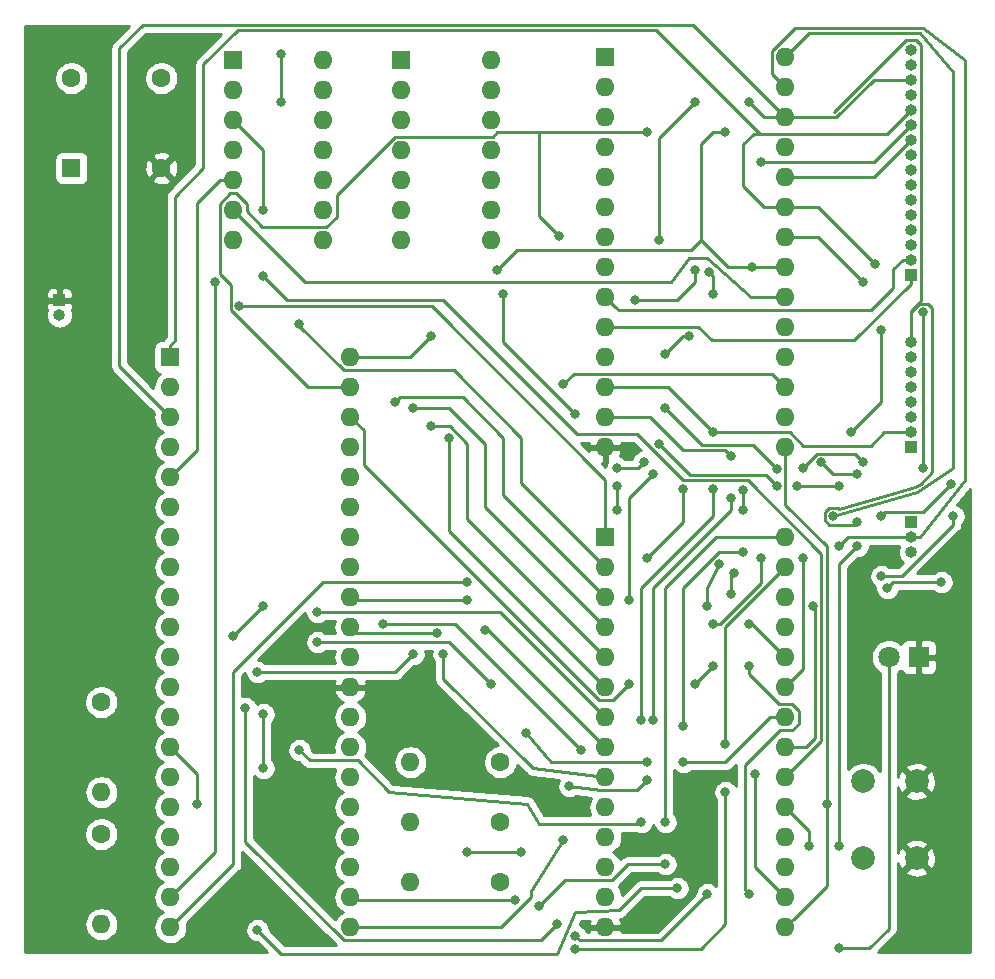
<source format=gbr>
G04 #@! TF.GenerationSoftware,KiCad,Pcbnew,5.1.4*
G04 #@! TF.CreationDate,2019-08-26T14:36:03+01:00*
G04 #@! TF.ProjectId,z802,7a383032-2e6b-4696-9361-645f70636258,rev?*
G04 #@! TF.SameCoordinates,Original*
G04 #@! TF.FileFunction,Copper,L2,Bot*
G04 #@! TF.FilePolarity,Positive*
%FSLAX46Y46*%
G04 Gerber Fmt 4.6, Leading zero omitted, Abs format (unit mm)*
G04 Created by KiCad (PCBNEW 5.1.4) date 2019-08-26 14:36:03*
%MOMM*%
%LPD*%
G04 APERTURE LIST*
%ADD10R,1.600000X1.600000*%
%ADD11O,1.600000X1.600000*%
%ADD12R,1.800000X1.800000*%
%ADD13C,1.800000*%
%ADD14R,1.000000X1.000000*%
%ADD15O,1.000000X1.000000*%
%ADD16C,1.600000*%
%ADD17C,2.000000*%
%ADD18C,0.800000*%
%ADD19C,0.250000*%
%ADD20C,0.254000*%
G04 APERTURE END LIST*
D10*
X119380000Y-54610000D03*
D11*
X134620000Y-87630000D03*
X119380000Y-57150000D03*
X134620000Y-85090000D03*
X119380000Y-59690000D03*
X134620000Y-82550000D03*
X119380000Y-62230000D03*
X134620000Y-80010000D03*
X119380000Y-64770000D03*
X134620000Y-77470000D03*
X119380000Y-67310000D03*
X134620000Y-74930000D03*
X119380000Y-69850000D03*
X134620000Y-72390000D03*
X119380000Y-72390000D03*
X134620000Y-69850000D03*
X119380000Y-74930000D03*
X134620000Y-67310000D03*
X119380000Y-77470000D03*
X134620000Y-64770000D03*
X119380000Y-80010000D03*
X134620000Y-62230000D03*
X119380000Y-82550000D03*
X134620000Y-59690000D03*
X119380000Y-85090000D03*
X134620000Y-57150000D03*
X119380000Y-87630000D03*
X134620000Y-54610000D03*
X134620000Y-95250000D03*
X119380000Y-128270000D03*
X134620000Y-97790000D03*
X119380000Y-125730000D03*
X134620000Y-100330000D03*
X119380000Y-123190000D03*
X134620000Y-102870000D03*
X119380000Y-120650000D03*
X134620000Y-105410000D03*
X119380000Y-118110000D03*
X134620000Y-107950000D03*
X119380000Y-115570000D03*
X134620000Y-110490000D03*
X119380000Y-113030000D03*
X134620000Y-113030000D03*
X119380000Y-110490000D03*
X134620000Y-115570000D03*
X119380000Y-107950000D03*
X134620000Y-118110000D03*
X119380000Y-105410000D03*
X134620000Y-120650000D03*
X119380000Y-102870000D03*
X134620000Y-123190000D03*
X119380000Y-100330000D03*
X134620000Y-125730000D03*
X119380000Y-97790000D03*
X134620000Y-128270000D03*
D10*
X119380000Y-95250000D03*
D12*
X145923000Y-105410000D03*
D13*
X143383000Y-105410000D03*
D14*
X145288000Y-73025000D03*
D15*
X145288000Y-71755000D03*
X145288000Y-70485000D03*
X145288000Y-69215000D03*
X145288000Y-67945000D03*
X145288000Y-66675000D03*
X145288000Y-65405000D03*
X145288000Y-64135000D03*
X145288000Y-62865000D03*
X145288000Y-61595000D03*
X145288000Y-60325000D03*
X145288000Y-59055000D03*
X145288000Y-57785000D03*
X145288000Y-56515000D03*
X145288000Y-55245000D03*
X145288000Y-53975000D03*
D14*
X145288000Y-87630000D03*
D15*
X145288000Y-86360000D03*
X145288000Y-85090000D03*
X145288000Y-83820000D03*
X145288000Y-82550000D03*
X145288000Y-81280000D03*
X145288000Y-80010000D03*
X145288000Y-78740000D03*
D14*
X145288000Y-93980000D03*
D15*
X145288000Y-95250000D03*
X145288000Y-96520000D03*
D16*
X110490000Y-119380000D03*
D11*
X102870000Y-119380000D03*
X76708000Y-116840000D03*
D16*
X76708000Y-109220000D03*
X76708000Y-120396000D03*
D11*
X76708000Y-128016000D03*
X102870000Y-124460000D03*
D16*
X110490000Y-124460000D03*
X110490000Y-114300000D03*
D11*
X102870000Y-114300000D03*
D17*
X145724000Y-122428000D03*
X141224000Y-122428000D03*
X145724000Y-115928000D03*
X141224000Y-115928000D03*
D10*
X82550000Y-80010000D03*
D11*
X97790000Y-128270000D03*
X82550000Y-82550000D03*
X97790000Y-125730000D03*
X82550000Y-85090000D03*
X97790000Y-123190000D03*
X82550000Y-87630000D03*
X97790000Y-120650000D03*
X82550000Y-90170000D03*
X97790000Y-118110000D03*
X82550000Y-92710000D03*
X97790000Y-115570000D03*
X82550000Y-95250000D03*
X97790000Y-113030000D03*
X82550000Y-97790000D03*
X97790000Y-110490000D03*
X82550000Y-100330000D03*
X97790000Y-107950000D03*
X82550000Y-102870000D03*
X97790000Y-105410000D03*
X82550000Y-105410000D03*
X97790000Y-102870000D03*
X82550000Y-107950000D03*
X97790000Y-100330000D03*
X82550000Y-110490000D03*
X97790000Y-97790000D03*
X82550000Y-113030000D03*
X97790000Y-95250000D03*
X82550000Y-115570000D03*
X97790000Y-92710000D03*
X82550000Y-118110000D03*
X97790000Y-90170000D03*
X82550000Y-120650000D03*
X97790000Y-87630000D03*
X82550000Y-123190000D03*
X97790000Y-85090000D03*
X82550000Y-125730000D03*
X97790000Y-82550000D03*
X82550000Y-128270000D03*
X97790000Y-80010000D03*
D10*
X87884000Y-54864000D03*
D11*
X95504000Y-70104000D03*
X87884000Y-57404000D03*
X95504000Y-67564000D03*
X87884000Y-59944000D03*
X95504000Y-65024000D03*
X87884000Y-62484000D03*
X95504000Y-62484000D03*
X87884000Y-65024000D03*
X95504000Y-59944000D03*
X87884000Y-67564000D03*
X95504000Y-57404000D03*
X87884000Y-70104000D03*
X95504000Y-54864000D03*
X109728000Y-54864000D03*
X102108000Y-70104000D03*
X109728000Y-57404000D03*
X102108000Y-67564000D03*
X109728000Y-59944000D03*
X102108000Y-65024000D03*
X109728000Y-62484000D03*
X102108000Y-62484000D03*
X109728000Y-65024000D03*
X102108000Y-59944000D03*
X109728000Y-67564000D03*
X102108000Y-57404000D03*
X109728000Y-70104000D03*
D10*
X102108000Y-54864000D03*
X74168000Y-64008000D03*
D16*
X74168000Y-56388000D03*
X81788000Y-56388000D03*
X81788000Y-64008000D03*
D14*
X73152000Y-75184000D03*
D15*
X73152000Y-76454000D03*
D18*
X74168000Y-81788000D03*
X93980000Y-105156000D03*
X91440000Y-105664000D03*
X93726000Y-107950000D03*
X139192000Y-130048000D03*
X107696000Y-99060000D03*
X139192000Y-96012000D03*
X129540000Y-112776000D03*
X129540000Y-116840000D03*
X116840000Y-130120001D03*
X111755347Y-125979347D03*
X141224000Y-73660000D03*
X146304000Y-76200000D03*
X146304000Y-89408000D03*
X125984000Y-114300000D03*
X122936000Y-115824000D03*
X115824000Y-120904000D03*
X116332000Y-116332000D03*
X84836000Y-117856000D03*
X89916000Y-128524000D03*
X125476000Y-124968000D03*
X123444000Y-110744000D03*
X130048000Y-91948000D03*
X90424000Y-110236000D03*
X90424000Y-114808000D03*
X128524000Y-86360000D03*
X128524000Y-91149000D03*
X122428000Y-110744000D03*
X130048000Y-88392000D03*
X125984000Y-111252000D03*
X131064000Y-96520000D03*
X131064000Y-92964000D03*
X131064000Y-91223000D03*
X122936000Y-114300000D03*
X112696584Y-111839416D03*
X138118009Y-117798009D03*
X109728000Y-107696000D03*
X94996000Y-104140000D03*
X90424000Y-101092000D03*
X87884000Y-103632000D03*
X121412000Y-100584000D03*
X123444000Y-89916000D03*
X132080000Y-115316000D03*
X115824000Y-82296000D03*
X103124000Y-105156000D03*
X89916000Y-106680000D03*
X131572000Y-125476000D03*
X131572000Y-106172000D03*
X128524000Y-102616000D03*
X132588000Y-97028000D03*
X139192000Y-90932000D03*
X135636000Y-90932000D03*
X133895000Y-90932000D03*
X123956653Y-87371347D03*
X128016000Y-125476000D03*
X116844653Y-129036653D03*
X115316000Y-128016000D03*
X88900000Y-109728000D03*
X93472000Y-113284000D03*
X122428000Y-119380000D03*
X140716000Y-93980000D03*
X140716000Y-96012000D03*
X139192000Y-121412000D03*
X136652000Y-121412000D03*
X117348000Y-113284000D03*
X100584000Y-102616000D03*
X105664000Y-105156000D03*
X105156000Y-103341000D03*
X109220000Y-103124000D03*
X107696000Y-100584000D03*
X94996000Y-101600000D03*
X106172000Y-86868000D03*
X104648000Y-85852000D03*
X103124000Y-84328000D03*
X101600000Y-83820000D03*
X143256000Y-99568000D03*
X147828000Y-99060000D03*
X121412000Y-107696000D03*
X127000000Y-107696000D03*
X128524000Y-106172000D03*
X122936000Y-60960000D03*
X115447653Y-69727653D03*
X110744000Y-74676000D03*
X116840000Y-84836000D03*
X120396000Y-89408000D03*
X122645000Y-88900000D03*
X125984000Y-91149000D03*
X122936000Y-97028000D03*
X130265001Y-98261001D03*
X131572000Y-102616000D03*
X130041239Y-100033740D03*
X132588000Y-63500000D03*
X129540000Y-60960000D03*
X110236000Y-72644000D03*
X104648000Y-78232000D03*
X136943000Y-101092000D03*
X142748000Y-98552000D03*
X148844000Y-93472000D03*
X148649241Y-90776028D03*
X142748000Y-93472000D03*
X141224000Y-88900000D03*
X136144000Y-89408000D03*
X133895000Y-89480001D03*
X124460000Y-84328000D03*
X124460000Y-79756000D03*
X126492000Y-78232000D03*
X128524000Y-74676000D03*
X128188795Y-72756864D03*
X131826000Y-72390000D03*
X136144000Y-97028000D03*
X140716000Y-89916000D03*
X137668000Y-88900000D03*
X140208000Y-86360000D03*
X142748000Y-77724000D03*
X142240000Y-72136000D03*
X93472000Y-77216000D03*
X131572000Y-58420000D03*
X127000000Y-58420000D03*
X123952000Y-70104000D03*
X121920000Y-75184000D03*
X120396000Y-90932000D03*
X120396000Y-92964000D03*
X129032000Y-97536000D03*
X127000000Y-72644000D03*
X128016000Y-101092000D03*
X88392000Y-75692000D03*
X91948000Y-54356000D03*
X91948000Y-58420000D03*
X124460000Y-119380000D03*
X124460000Y-122936000D03*
X113792000Y-126492000D03*
X138684000Y-93472000D03*
X107696000Y-121920000D03*
X112268000Y-121920000D03*
X86360000Y-73660000D03*
X90424000Y-67564000D03*
X90424000Y-73152000D03*
D19*
X74168000Y-81788000D02*
X71628000Y-79248000D01*
X72402000Y-75184000D02*
X73152000Y-75184000D01*
X71628000Y-75958000D02*
X72402000Y-75184000D01*
X71628000Y-79248000D02*
X71628000Y-75958000D01*
X93980000Y-105156000D02*
X91948000Y-105156000D01*
X91948000Y-105156000D02*
X91440000Y-105664000D01*
X143383000Y-105410000D02*
X143383000Y-128397000D01*
X143383000Y-128397000D02*
X141732000Y-130048000D01*
X141732000Y-130048000D02*
X139192000Y-130048000D01*
X87884000Y-122936000D02*
X82550000Y-128270000D01*
X87884000Y-106680000D02*
X87884000Y-122936000D01*
X107696000Y-99060000D02*
X95504000Y-99060000D01*
X95504000Y-99060000D02*
X87884000Y-106680000D01*
X145288000Y-95250000D02*
X139954000Y-95250000D01*
X139954000Y-95250000D02*
X139192000Y-96012000D01*
X134620000Y-97790000D02*
X129540000Y-102870000D01*
X129540000Y-102870000D02*
X129540000Y-112776000D01*
X129540000Y-116840000D02*
X129540000Y-128016000D01*
X129540000Y-128016000D02*
X127435999Y-130120001D01*
X127435999Y-130120001D02*
X116840000Y-130120001D01*
X98039347Y-125979347D02*
X97790000Y-125730000D01*
X111755347Y-125979347D02*
X98039347Y-125979347D01*
X133820001Y-56350001D02*
X134620000Y-57150000D01*
X133494999Y-56024999D02*
X133820001Y-56350001D01*
X135437008Y-52127990D02*
X133494999Y-54069999D01*
X145995106Y-95250000D02*
X149860000Y-90424000D01*
X149860000Y-90424000D02*
X149860000Y-54860446D01*
X145288000Y-95250000D02*
X145995106Y-95250000D01*
X146236400Y-52127990D02*
X135437008Y-52127990D01*
X133494999Y-54069999D02*
X133494999Y-56024999D01*
X149860000Y-54860446D02*
X146236400Y-52127990D01*
X134620000Y-69850000D02*
X137414000Y-69850000D01*
X137414000Y-69850000D02*
X141224000Y-73660000D01*
X146304000Y-76200000D02*
X146304000Y-89408000D01*
X134620000Y-110490000D02*
X133350000Y-110490000D01*
X133350000Y-110490000D02*
X129540000Y-114300000D01*
X129540000Y-114300000D02*
X125984000Y-114300000D01*
X115824000Y-120904000D02*
X113066999Y-125185001D01*
X113066999Y-125185001D02*
X113066999Y-125740697D01*
X113066999Y-125740697D02*
X110537696Y-128270000D01*
X98921370Y-128270000D02*
X97790000Y-128270000D01*
X110537696Y-128270000D02*
X98921370Y-128270000D01*
X122064999Y-116695001D02*
X122936000Y-115824000D01*
X119016999Y-116695001D02*
X122064999Y-116695001D01*
X116332000Y-116332000D02*
X119016999Y-116695001D01*
X82550000Y-113030000D02*
X84836000Y-115316000D01*
X84836000Y-115316000D02*
X84836000Y-117856000D01*
X130048000Y-92964000D02*
X130048000Y-91948000D01*
X123444000Y-99568000D02*
X130048000Y-92964000D01*
X123444000Y-110744000D02*
X123444000Y-99568000D01*
X122428000Y-124968000D02*
X125476000Y-124968000D01*
X91948000Y-130556000D02*
X115316000Y-130556000D01*
X116840000Y-127000000D02*
X120540999Y-126855001D01*
X120540999Y-126855001D02*
X122428000Y-124968000D01*
X89916000Y-128524000D02*
X91948000Y-130556000D01*
X115316000Y-130556000D02*
X116840000Y-127000000D01*
X124714000Y-82550000D02*
X119380000Y-82550000D01*
X128524000Y-86360000D02*
X124714000Y-82550000D01*
X90424000Y-110236000D02*
X90424000Y-114808000D01*
X128524000Y-91149000D02*
X128524000Y-93472000D01*
X128524000Y-93472000D02*
X122428000Y-99568000D01*
X122428000Y-99568000D02*
X122428000Y-110744000D01*
X135015002Y-86360000D02*
X136144000Y-87488998D01*
X128524000Y-86360000D02*
X135015002Y-86360000D01*
X136144000Y-87488998D02*
X141844998Y-87488998D01*
X142973996Y-86360000D02*
X145288000Y-86360000D01*
X141844998Y-87488998D02*
X142973996Y-86360000D01*
X130048000Y-88392000D02*
X129540000Y-87884000D01*
X123190000Y-85090000D02*
X119380000Y-85090000D01*
X125984000Y-87884000D02*
X123190000Y-85090000D01*
X127508000Y-87884000D02*
X125984000Y-87884000D01*
X129540000Y-87884000D02*
X127508000Y-87884000D01*
X128974998Y-96520000D02*
X131064000Y-96520000D01*
X125984000Y-111252000D02*
X125984000Y-99510998D01*
X125984000Y-99510998D02*
X128974998Y-96520000D01*
X131064000Y-92964000D02*
X131064000Y-91223000D01*
X112696584Y-111839416D02*
X114808000Y-114300000D01*
X114808000Y-114300000D02*
X122936000Y-114300000D01*
X135419999Y-127470001D02*
X134620000Y-128270000D01*
X134620000Y-92513002D02*
X138118009Y-96011011D01*
X138118009Y-124771991D02*
X135419999Y-127470001D01*
X134620000Y-87630000D02*
X134620000Y-92513002D01*
X138118009Y-117798009D02*
X138118009Y-124771991D01*
X138118009Y-96011011D02*
X138118009Y-117798009D01*
X109728000Y-107696000D02*
X106172000Y-104140000D01*
X106172000Y-104140000D02*
X94996000Y-104140000D01*
X90424000Y-101092000D02*
X87884000Y-103632000D01*
X121412000Y-100584000D02*
X121412000Y-91948000D01*
X121412000Y-91948000D02*
X123444000Y-89916000D01*
X134620000Y-125730000D02*
X132080000Y-123190000D01*
X132080000Y-123190000D02*
X132080000Y-115316000D01*
X116695001Y-81424999D02*
X115824000Y-82296000D01*
X134620000Y-82550000D02*
X133494999Y-81424999D01*
X133494999Y-81424999D02*
X116695001Y-81424999D01*
X98185002Y-106680000D02*
X89916000Y-106680000D01*
X103124000Y-105156000D02*
X101600000Y-106680000D01*
X101600000Y-106680000D02*
X98185002Y-106680000D01*
X134079999Y-109364999D02*
X131572000Y-106857000D01*
X135745001Y-109949999D02*
X135160001Y-109364999D01*
X131572000Y-106857000D02*
X131572000Y-106172000D01*
X135160001Y-109364999D02*
X134079999Y-109364999D01*
X131172001Y-125076001D02*
X131172001Y-114574409D01*
X131572000Y-125476000D02*
X131172001Y-125076001D01*
X131172001Y-114574409D02*
X134131409Y-111615001D01*
X134131409Y-111615001D02*
X135160001Y-111615001D01*
X135745001Y-111030001D02*
X135745001Y-109949999D01*
X135160001Y-111615001D02*
X135745001Y-111030001D01*
X132588000Y-99117685D02*
X132588000Y-97028000D01*
X128524000Y-102616000D02*
X129089685Y-102616000D01*
X129089685Y-102616000D02*
X132588000Y-99117685D01*
X139192000Y-90932000D02*
X135636000Y-90932000D01*
X126559296Y-89973990D02*
X123956653Y-87371347D01*
X133895000Y-90932000D02*
X132936990Y-89973990D01*
X132936990Y-89973990D02*
X126559296Y-89973990D01*
X128016000Y-125476000D02*
X125476000Y-128016000D01*
X117203001Y-129395001D02*
X116844653Y-129036653D01*
X125476000Y-128016000D02*
X124096999Y-129395001D01*
X124096999Y-129395001D02*
X117203001Y-129395001D01*
X88900000Y-121045002D02*
X88900000Y-109728000D01*
X115316000Y-128016000D02*
X113936999Y-129395001D01*
X97249999Y-129395001D02*
X88900000Y-121045002D01*
X113936999Y-129395001D02*
X97249999Y-129395001D01*
X144841591Y-53149999D02*
X138751600Y-59239990D01*
X145288000Y-76087002D02*
X146113001Y-75262001D01*
X145288000Y-78740000D02*
X145288000Y-76087002D01*
X146113001Y-75262001D02*
X146113001Y-53578999D01*
X146113001Y-53578999D02*
X145684001Y-53149999D01*
X145684001Y-53149999D02*
X144841591Y-53149999D01*
X145604830Y-91026603D02*
X144157940Y-91440000D01*
X146065536Y-90719466D02*
X145604830Y-91026603D01*
X147029001Y-89756001D02*
X146065536Y-90719466D01*
X145288000Y-78740000D02*
X145288000Y-76142998D01*
X145955999Y-75474999D02*
X146652001Y-75474999D01*
X146652001Y-75474999D02*
X147029001Y-75851999D01*
X145288000Y-76142998D02*
X145955999Y-75474999D01*
X147029001Y-75851999D02*
X147029001Y-89756001D01*
X138335999Y-94197001D02*
X140498999Y-94197001D01*
X144157940Y-91440000D02*
X139154543Y-92869541D01*
X139154543Y-92869541D02*
X139032001Y-92746999D01*
X139032001Y-92746999D02*
X138335999Y-92746999D01*
X138335999Y-92746999D02*
X137958999Y-93123999D01*
X140498999Y-94197001D02*
X140716000Y-93980000D01*
X137958999Y-93820001D02*
X138335999Y-94197001D01*
X137958999Y-93123999D02*
X137958999Y-93820001D01*
X139192000Y-115998998D02*
X139192000Y-121412000D01*
X140716000Y-96012000D02*
X139192000Y-97536000D01*
X139192000Y-97536000D02*
X139192000Y-115998998D01*
X136652000Y-120142000D02*
X134620000Y-118110000D01*
X136652000Y-121412000D02*
X136652000Y-120142000D01*
X122296347Y-119511653D02*
X122428000Y-119380000D01*
X94343001Y-114155001D02*
X98407001Y-114155001D01*
X113792000Y-119511653D02*
X122296347Y-119511653D01*
X98407001Y-114155001D02*
X101092000Y-116840000D01*
X93472000Y-113284000D02*
X94343001Y-114155001D01*
X101092000Y-116840000D02*
X112776000Y-117856000D01*
X112776000Y-117856000D02*
X113792000Y-119511653D01*
X140467999Y-78595001D02*
X128379001Y-78595001D01*
X145288000Y-73025000D02*
X145288000Y-73775000D01*
X145288000Y-73775000D02*
X140467999Y-78595001D01*
X127254000Y-77470000D02*
X119380000Y-77470000D01*
X128379001Y-78595001D02*
X127254000Y-77470000D01*
X117348000Y-113284000D02*
X113792000Y-109728000D01*
X113792000Y-109728000D02*
X106680000Y-102616000D01*
X106680000Y-102616000D02*
X100584000Y-102616000D01*
X144580894Y-71755000D02*
X143764000Y-72571894D01*
X145288000Y-71755000D02*
X144580894Y-71755000D01*
X143764000Y-72571894D02*
X143764000Y-74168000D01*
X120505001Y-76055001D02*
X120179999Y-75729999D01*
X120179999Y-75729999D02*
X119380000Y-74930000D01*
X141876999Y-76055001D02*
X120505001Y-76055001D01*
X143764000Y-74168000D02*
X141876999Y-76055001D01*
X98261000Y-103341000D02*
X97790000Y-102870000D01*
X105156000Y-103341000D02*
X98261000Y-103341000D01*
X105664000Y-107245002D02*
X105664000Y-105156000D01*
X119380000Y-115570000D02*
X113284000Y-114808000D01*
X113284000Y-114808000D02*
X105664000Y-107245002D01*
X119380000Y-113030000D02*
X109474000Y-103124000D01*
X109474000Y-103124000D02*
X109220000Y-103124000D01*
X98044000Y-100584000D02*
X97790000Y-100330000D01*
X107696000Y-100584000D02*
X98044000Y-100584000D01*
X107316410Y-101600000D02*
X94996000Y-101600000D01*
X119380000Y-110490000D02*
X110490000Y-101600000D01*
X110490000Y-101600000D02*
X107316410Y-101600000D01*
X119380000Y-107950000D02*
X106172000Y-94742000D01*
X106172000Y-94742000D02*
X106172000Y-86868000D01*
X119380000Y-105410000D02*
X107696000Y-93726000D01*
X106229002Y-85852000D02*
X104648000Y-85852000D01*
X107696000Y-87318998D02*
X106229002Y-85852000D01*
X107696000Y-93726000D02*
X107696000Y-87318998D01*
X106172000Y-84328000D02*
X103124000Y-84328000D01*
X109220000Y-87376000D02*
X106172000Y-84328000D01*
X109220000Y-92710000D02*
X109220000Y-87376000D01*
X119380000Y-102870000D02*
X109220000Y-92710000D01*
X119380000Y-100330000D02*
X110744000Y-91694000D01*
X110744000Y-91694000D02*
X110744000Y-86868000D01*
X101999999Y-83420001D02*
X101600000Y-83820000D01*
X107296001Y-83420001D02*
X101999999Y-83420001D01*
X110744000Y-86868000D02*
X107296001Y-83420001D01*
X143256000Y-99568000D02*
X143764000Y-99060000D01*
X143764000Y-99060000D02*
X147828000Y-99060000D01*
X98915001Y-86215001D02*
X98915001Y-88755001D01*
X97790000Y-85090000D02*
X98915001Y-86215001D01*
X120032999Y-109075001D02*
X121412000Y-107696000D01*
X118839999Y-109075001D02*
X120032999Y-109075001D01*
X98915001Y-88755001D02*
X98915001Y-89150003D01*
X98915001Y-89150003D02*
X118839999Y-109075001D01*
X127000000Y-107696000D02*
X128524000Y-106172000D01*
X142113000Y-64770000D02*
X134620000Y-64770000D01*
X145288000Y-61595000D02*
X142113000Y-64770000D01*
X94176998Y-82550000D02*
X96658630Y-82550000D01*
X87666999Y-76040001D02*
X94176998Y-82550000D01*
X87666999Y-73893997D02*
X87666999Y-76040001D01*
X86758999Y-72985997D02*
X87666999Y-73893997D01*
X86758999Y-67023999D02*
X86758999Y-72985997D01*
X96658630Y-82550000D02*
X97790000Y-82550000D01*
X87633997Y-66149001D02*
X86758999Y-67023999D01*
X88134003Y-66149001D02*
X87633997Y-66149001D01*
X89009001Y-67673001D02*
X89009001Y-67023999D01*
X95754003Y-68978999D02*
X90314999Y-68978999D01*
X96629001Y-68104001D02*
X95754003Y-68978999D01*
X90314999Y-68978999D02*
X89009001Y-67673001D01*
X96629001Y-66297997D02*
X96629001Y-68104001D01*
X89009001Y-67023999D02*
X88134003Y-66149001D01*
X101567999Y-61358999D02*
X96629001Y-66297997D01*
X109837001Y-61358999D02*
X101567999Y-61358999D01*
X110236000Y-60960000D02*
X109837001Y-61358999D01*
X113792000Y-60960000D02*
X113792000Y-68072000D01*
X113792000Y-60960000D02*
X110236000Y-60960000D01*
X113792000Y-68072000D02*
X115447653Y-69727653D01*
X122936000Y-60960000D02*
X113792000Y-60960000D01*
X110744000Y-74676000D02*
X110744000Y-78740000D01*
X110744000Y-78740000D02*
X116840000Y-84836000D01*
X120396000Y-89408000D02*
X122137000Y-89408000D01*
X122137000Y-89408000D02*
X122645000Y-88900000D01*
X125984000Y-91149000D02*
X125984000Y-93980000D01*
X125984000Y-93980000D02*
X122936000Y-97028000D01*
X134620000Y-105410000D02*
X131826000Y-102616000D01*
X131826000Y-102616000D02*
X131572000Y-102616000D01*
X130041239Y-98484763D02*
X130265001Y-98261001D01*
X130041239Y-100033740D02*
X130041239Y-98484763D01*
X141479410Y-63500000D02*
X132588000Y-63500000D01*
X145288000Y-60325000D02*
X142113000Y-63500000D01*
X142113000Y-63500000D02*
X141479410Y-63500000D01*
X127508000Y-70104000D02*
X129794000Y-72390000D01*
X129540000Y-60960000D02*
X128524000Y-60960000D01*
X127508000Y-61976000D02*
X127508000Y-70104000D01*
X128524000Y-60960000D02*
X127508000Y-61976000D01*
X111904999Y-70975001D02*
X110236000Y-72644000D01*
X127508000Y-70104000D02*
X126636999Y-70975001D01*
X126636999Y-70975001D02*
X111904999Y-70975001D01*
X102870000Y-80010000D02*
X97790000Y-80010000D01*
X104648000Y-78232000D02*
X102870000Y-80010000D01*
X134620000Y-113030000D02*
X136398000Y-113030000D01*
X136398000Y-113030000D02*
X137160000Y-112268000D01*
X137160000Y-112268000D02*
X137160000Y-101309000D01*
X137160000Y-101309000D02*
X136943000Y-101092000D01*
X148844000Y-94185002D02*
X148844000Y-93472000D01*
X142748000Y-98552000D02*
X144477002Y-98552000D01*
X144477002Y-98552000D02*
X148844000Y-94185002D01*
X143065001Y-93154999D02*
X142748000Y-93472000D01*
X148649241Y-90776028D02*
X146270270Y-93154999D01*
X146270270Y-93154999D02*
X143065001Y-93154999D01*
X136144000Y-89350998D02*
X136144000Y-89408000D01*
X137319999Y-88174999D02*
X136144000Y-89350998D01*
X141224000Y-88900000D02*
X140498999Y-88174999D01*
X140498999Y-88174999D02*
X137319999Y-88174999D01*
X127565990Y-87433990D02*
X124460000Y-84328000D01*
X133895000Y-89480001D02*
X131848989Y-87433990D01*
X131848989Y-87433990D02*
X127565990Y-87433990D01*
X124460000Y-79756000D02*
X125984000Y-78232000D01*
X125984000Y-78232000D02*
X126492000Y-78232000D01*
X128524000Y-74676000D02*
X128524000Y-73092069D01*
X128524000Y-73092069D02*
X128188795Y-72756864D01*
X129794000Y-72390000D02*
X131826000Y-72390000D01*
X131826000Y-72390000D02*
X134620000Y-72390000D01*
X132842000Y-67310000D02*
X134620000Y-67310000D01*
X131935001Y-61104999D02*
X131064000Y-61976000D01*
X145288000Y-59055000D02*
X143238001Y-61104999D01*
X131064000Y-61976000D02*
X131064000Y-65532000D01*
X131064000Y-65532000D02*
X132842000Y-67310000D01*
X123662002Y-52324000D02*
X132443001Y-61104999D01*
X88238998Y-52324000D02*
X123662002Y-52324000D01*
X85344000Y-55218998D02*
X88238998Y-52324000D01*
X85344000Y-64008000D02*
X85344000Y-55218998D01*
X82913001Y-66438999D02*
X85344000Y-64008000D01*
X82913001Y-78596999D02*
X82913001Y-66438999D01*
X143238001Y-61104999D02*
X132443001Y-61104999D01*
X82550000Y-80010000D02*
X82550000Y-78960000D01*
X132443001Y-61104999D02*
X131935001Y-61104999D01*
X82550000Y-78960000D02*
X82913001Y-78596999D01*
X134620000Y-107950000D02*
X136144000Y-106426000D01*
X136144000Y-106426000D02*
X136144000Y-97028000D01*
X140716000Y-89916000D02*
X138684000Y-89916000D01*
X138684000Y-89916000D02*
X137668000Y-88900000D01*
X140208000Y-86360000D02*
X142748000Y-83820000D01*
X142748000Y-83820000D02*
X142748000Y-77724000D01*
X137414000Y-67310000D02*
X134620000Y-67310000D01*
X142240000Y-72136000D02*
X137414000Y-67310000D01*
X119380000Y-97790000D02*
X112268000Y-90678000D01*
X112268000Y-90678000D02*
X112268000Y-86868000D01*
X93472000Y-77357002D02*
X93472000Y-77216000D01*
X97249999Y-81135001D02*
X93472000Y-77357002D01*
X112268000Y-86868000D02*
X106535001Y-81135001D01*
X106535001Y-81135001D02*
X97249999Y-81135001D01*
X138938000Y-59690000D02*
X134620000Y-59690000D01*
X145288000Y-56515000D02*
X142113000Y-56515000D01*
X142113000Y-56515000D02*
X138938000Y-59690000D01*
X126803991Y-51873991D02*
X80206009Y-51873991D01*
X134620000Y-59690000D02*
X126803991Y-51873991D01*
X80206009Y-51873991D02*
X78232000Y-53848000D01*
X78232000Y-80772000D02*
X82550000Y-85090000D01*
X78232000Y-53848000D02*
X78232000Y-80772000D01*
X134620000Y-59690000D02*
X132842000Y-59690000D01*
X132842000Y-59690000D02*
X131572000Y-58420000D01*
X127000000Y-58420000D02*
X123952000Y-61468000D01*
X123952000Y-61468000D02*
X123952000Y-70104000D01*
X120396000Y-90932000D02*
X120396000Y-92964000D01*
X127000000Y-72644000D02*
X127000000Y-73660000D01*
X125476000Y-75184000D02*
X121920000Y-75184000D01*
X127000000Y-73660000D02*
X125476000Y-75184000D01*
X128016000Y-99568000D02*
X129032000Y-97536000D01*
X128016000Y-101092000D02*
X128016000Y-99568000D01*
X119380000Y-95250000D02*
X119380000Y-90366998D01*
X119380000Y-90366998D02*
X104705002Y-75692000D01*
X104705002Y-75692000D02*
X88392000Y-75692000D01*
X91948000Y-54356000D02*
X91948000Y-58420000D01*
X86752630Y-65024000D02*
X84836000Y-66940630D01*
X87884000Y-65024000D02*
X86752630Y-65024000D01*
X84836000Y-87884000D02*
X82550000Y-90170000D01*
X84836000Y-66940630D02*
X84836000Y-87884000D01*
X134620000Y-95250000D02*
X128778000Y-95250000D01*
X128778000Y-95250000D02*
X124460000Y-99568000D01*
X124460000Y-99568000D02*
X124460000Y-119380000D01*
X115968999Y-124315001D02*
X113792000Y-126492000D01*
X119920001Y-124315001D02*
X115968999Y-124315001D01*
X124460000Y-122936000D02*
X121299002Y-122936000D01*
X121299002Y-122936000D02*
X119920001Y-124315001D01*
X146050000Y-52578000D02*
X136652000Y-52578000D01*
X138684000Y-93472000D02*
X145796000Y-91440000D01*
X145796000Y-91440000D02*
X148844000Y-89408000D01*
X136652000Y-52578000D02*
X134620000Y-54610000D01*
X148844000Y-89408000D02*
X148844000Y-55880000D01*
X148844000Y-55880000D02*
X146050000Y-52578000D01*
X107696000Y-121920000D02*
X112268000Y-121920000D01*
X133488630Y-74930000D02*
X134620000Y-74930000D01*
X131697590Y-74930000D02*
X133488630Y-74930000D01*
X93980000Y-73660000D02*
X124910998Y-73660000D01*
X87884000Y-67564000D02*
X93980000Y-73660000D01*
X128016000Y-71628000D02*
X131697590Y-74930000D01*
X124910998Y-73660000D02*
X126492000Y-71628000D01*
X126492000Y-71628000D02*
X128016000Y-71628000D01*
X86360000Y-121920000D02*
X82550000Y-125730000D01*
X86360000Y-73660000D02*
X86360000Y-121920000D01*
X87884000Y-59944000D02*
X90424000Y-62484000D01*
X90424000Y-62484000D02*
X90424000Y-67564000D01*
X137668000Y-112522000D02*
X134620000Y-115570000D01*
X131459002Y-90424000D02*
X137668000Y-96632998D01*
X92456000Y-75184000D02*
X105664000Y-75184000D01*
X137668000Y-96632998D02*
X137668000Y-112522000D01*
X122064999Y-86504999D02*
X125984000Y-90424000D01*
X105664000Y-75184000D02*
X116984999Y-86504999D01*
X125984000Y-90424000D02*
X131459002Y-90424000D01*
X90424000Y-73152000D02*
X92456000Y-75184000D01*
X116984999Y-86504999D02*
X122064999Y-86504999D01*
D20*
G36*
X77721003Y-53284196D02*
G01*
X77691999Y-53307999D01*
X77664607Y-53341377D01*
X77597026Y-53423724D01*
X77580038Y-53455506D01*
X77526454Y-53555754D01*
X77482997Y-53699015D01*
X77472000Y-53810668D01*
X77472000Y-53810678D01*
X77468324Y-53848000D01*
X77472000Y-53885322D01*
X77472001Y-80734667D01*
X77468324Y-80772000D01*
X77472001Y-80809333D01*
X77479454Y-80884998D01*
X77482998Y-80920985D01*
X77526454Y-81064246D01*
X77597026Y-81196276D01*
X77650296Y-81261185D01*
X77692000Y-81312001D01*
X77720998Y-81335799D01*
X81149292Y-84764094D01*
X81135764Y-84808691D01*
X81108057Y-85090000D01*
X81135764Y-85371309D01*
X81217818Y-85641808D01*
X81351068Y-85891101D01*
X81530392Y-86109608D01*
X81748899Y-86288932D01*
X81881858Y-86360000D01*
X81748899Y-86431068D01*
X81530392Y-86610392D01*
X81351068Y-86828899D01*
X81217818Y-87078192D01*
X81135764Y-87348691D01*
X81108057Y-87630000D01*
X81135764Y-87911309D01*
X81217818Y-88181808D01*
X81351068Y-88431101D01*
X81530392Y-88649608D01*
X81748899Y-88828932D01*
X81881858Y-88900000D01*
X81748899Y-88971068D01*
X81530392Y-89150392D01*
X81351068Y-89368899D01*
X81217818Y-89618192D01*
X81135764Y-89888691D01*
X81108057Y-90170000D01*
X81135764Y-90451309D01*
X81217818Y-90721808D01*
X81351068Y-90971101D01*
X81530392Y-91189608D01*
X81748899Y-91368932D01*
X81881858Y-91440000D01*
X81748899Y-91511068D01*
X81530392Y-91690392D01*
X81351068Y-91908899D01*
X81217818Y-92158192D01*
X81135764Y-92428691D01*
X81108057Y-92710000D01*
X81135764Y-92991309D01*
X81217818Y-93261808D01*
X81351068Y-93511101D01*
X81530392Y-93729608D01*
X81748899Y-93908932D01*
X81881858Y-93980000D01*
X81748899Y-94051068D01*
X81530392Y-94230392D01*
X81351068Y-94448899D01*
X81217818Y-94698192D01*
X81135764Y-94968691D01*
X81108057Y-95250000D01*
X81135764Y-95531309D01*
X81217818Y-95801808D01*
X81351068Y-96051101D01*
X81530392Y-96269608D01*
X81748899Y-96448932D01*
X81881858Y-96520000D01*
X81748899Y-96591068D01*
X81530392Y-96770392D01*
X81351068Y-96988899D01*
X81217818Y-97238192D01*
X81135764Y-97508691D01*
X81108057Y-97790000D01*
X81135764Y-98071309D01*
X81217818Y-98341808D01*
X81351068Y-98591101D01*
X81530392Y-98809608D01*
X81748899Y-98988932D01*
X81881858Y-99060000D01*
X81748899Y-99131068D01*
X81530392Y-99310392D01*
X81351068Y-99528899D01*
X81217818Y-99778192D01*
X81135764Y-100048691D01*
X81108057Y-100330000D01*
X81135764Y-100611309D01*
X81217818Y-100881808D01*
X81351068Y-101131101D01*
X81530392Y-101349608D01*
X81748899Y-101528932D01*
X81881858Y-101600000D01*
X81748899Y-101671068D01*
X81530392Y-101850392D01*
X81351068Y-102068899D01*
X81217818Y-102318192D01*
X81135764Y-102588691D01*
X81108057Y-102870000D01*
X81135764Y-103151309D01*
X81217818Y-103421808D01*
X81351068Y-103671101D01*
X81530392Y-103889608D01*
X81748899Y-104068932D01*
X81881858Y-104140000D01*
X81748899Y-104211068D01*
X81530392Y-104390392D01*
X81351068Y-104608899D01*
X81217818Y-104858192D01*
X81135764Y-105128691D01*
X81108057Y-105410000D01*
X81135764Y-105691309D01*
X81217818Y-105961808D01*
X81351068Y-106211101D01*
X81530392Y-106429608D01*
X81748899Y-106608932D01*
X81881858Y-106680000D01*
X81748899Y-106751068D01*
X81530392Y-106930392D01*
X81351068Y-107148899D01*
X81217818Y-107398192D01*
X81135764Y-107668691D01*
X81108057Y-107950000D01*
X81135764Y-108231309D01*
X81217818Y-108501808D01*
X81351068Y-108751101D01*
X81530392Y-108969608D01*
X81748899Y-109148932D01*
X81881858Y-109220000D01*
X81748899Y-109291068D01*
X81530392Y-109470392D01*
X81351068Y-109688899D01*
X81217818Y-109938192D01*
X81135764Y-110208691D01*
X81108057Y-110490000D01*
X81135764Y-110771309D01*
X81217818Y-111041808D01*
X81351068Y-111291101D01*
X81530392Y-111509608D01*
X81748899Y-111688932D01*
X81881858Y-111760000D01*
X81748899Y-111831068D01*
X81530392Y-112010392D01*
X81351068Y-112228899D01*
X81217818Y-112478192D01*
X81135764Y-112748691D01*
X81108057Y-113030000D01*
X81135764Y-113311309D01*
X81217818Y-113581808D01*
X81351068Y-113831101D01*
X81530392Y-114049608D01*
X81748899Y-114228932D01*
X81881858Y-114300000D01*
X81748899Y-114371068D01*
X81530392Y-114550392D01*
X81351068Y-114768899D01*
X81217818Y-115018192D01*
X81135764Y-115288691D01*
X81108057Y-115570000D01*
X81135764Y-115851309D01*
X81217818Y-116121808D01*
X81351068Y-116371101D01*
X81530392Y-116589608D01*
X81748899Y-116768932D01*
X81881858Y-116840000D01*
X81748899Y-116911068D01*
X81530392Y-117090392D01*
X81351068Y-117308899D01*
X81217818Y-117558192D01*
X81135764Y-117828691D01*
X81108057Y-118110000D01*
X81135764Y-118391309D01*
X81217818Y-118661808D01*
X81351068Y-118911101D01*
X81530392Y-119129608D01*
X81748899Y-119308932D01*
X81881858Y-119380000D01*
X81748899Y-119451068D01*
X81530392Y-119630392D01*
X81351068Y-119848899D01*
X81217818Y-120098192D01*
X81135764Y-120368691D01*
X81108057Y-120650000D01*
X81135764Y-120931309D01*
X81217818Y-121201808D01*
X81351068Y-121451101D01*
X81530392Y-121669608D01*
X81748899Y-121848932D01*
X81881858Y-121920000D01*
X81748899Y-121991068D01*
X81530392Y-122170392D01*
X81351068Y-122388899D01*
X81217818Y-122638192D01*
X81135764Y-122908691D01*
X81108057Y-123190000D01*
X81135764Y-123471309D01*
X81217818Y-123741808D01*
X81351068Y-123991101D01*
X81530392Y-124209608D01*
X81748899Y-124388932D01*
X81881858Y-124460000D01*
X81748899Y-124531068D01*
X81530392Y-124710392D01*
X81351068Y-124928899D01*
X81217818Y-125178192D01*
X81135764Y-125448691D01*
X81108057Y-125730000D01*
X81135764Y-126011309D01*
X81217818Y-126281808D01*
X81351068Y-126531101D01*
X81530392Y-126749608D01*
X81748899Y-126928932D01*
X81881858Y-127000000D01*
X81748899Y-127071068D01*
X81530392Y-127250392D01*
X81351068Y-127468899D01*
X81217818Y-127718192D01*
X81135764Y-127988691D01*
X81108057Y-128270000D01*
X81135764Y-128551309D01*
X81217818Y-128821808D01*
X81351068Y-129071101D01*
X81530392Y-129289608D01*
X81748899Y-129468932D01*
X81998192Y-129602182D01*
X82268691Y-129684236D01*
X82479508Y-129705000D01*
X82620492Y-129705000D01*
X82831309Y-129684236D01*
X83101808Y-129602182D01*
X83351101Y-129468932D01*
X83569608Y-129289608D01*
X83748932Y-129071101D01*
X83882182Y-128821808D01*
X83964236Y-128551309D01*
X83991943Y-128270000D01*
X83964236Y-127988691D01*
X83950708Y-127944094D01*
X88395003Y-123499799D01*
X88424001Y-123476001D01*
X88499662Y-123383808D01*
X88518974Y-123360277D01*
X88589546Y-123228247D01*
X88601148Y-123190000D01*
X88633003Y-123084986D01*
X88644000Y-122973333D01*
X88644000Y-122973324D01*
X88647676Y-122936001D01*
X88644000Y-122898678D01*
X88644000Y-121863803D01*
X96576196Y-129796000D01*
X92262802Y-129796000D01*
X90951000Y-128484199D01*
X90951000Y-128422061D01*
X90911226Y-128222102D01*
X90833205Y-128033744D01*
X90719937Y-127864226D01*
X90575774Y-127720063D01*
X90406256Y-127606795D01*
X90217898Y-127528774D01*
X90017939Y-127489000D01*
X89814061Y-127489000D01*
X89614102Y-127528774D01*
X89425744Y-127606795D01*
X89256226Y-127720063D01*
X89112063Y-127864226D01*
X88998795Y-128033744D01*
X88920774Y-128222102D01*
X88881000Y-128422061D01*
X88881000Y-128625939D01*
X88920774Y-128825898D01*
X88998795Y-129014256D01*
X89112063Y-129183774D01*
X89256226Y-129327937D01*
X89425744Y-129441205D01*
X89614102Y-129519226D01*
X89814061Y-129559000D01*
X89876199Y-129559000D01*
X90721198Y-130404000D01*
X70256000Y-130404000D01*
X70256000Y-128016000D01*
X75266057Y-128016000D01*
X75293764Y-128297309D01*
X75375818Y-128567808D01*
X75509068Y-128817101D01*
X75688392Y-129035608D01*
X75906899Y-129214932D01*
X76156192Y-129348182D01*
X76426691Y-129430236D01*
X76637508Y-129451000D01*
X76778492Y-129451000D01*
X76989309Y-129430236D01*
X77259808Y-129348182D01*
X77509101Y-129214932D01*
X77727608Y-129035608D01*
X77906932Y-128817101D01*
X78040182Y-128567808D01*
X78122236Y-128297309D01*
X78149943Y-128016000D01*
X78122236Y-127734691D01*
X78040182Y-127464192D01*
X77906932Y-127214899D01*
X77727608Y-126996392D01*
X77509101Y-126817068D01*
X77259808Y-126683818D01*
X76989309Y-126601764D01*
X76778492Y-126581000D01*
X76637508Y-126581000D01*
X76426691Y-126601764D01*
X76156192Y-126683818D01*
X75906899Y-126817068D01*
X75688392Y-126996392D01*
X75509068Y-127214899D01*
X75375818Y-127464192D01*
X75293764Y-127734691D01*
X75266057Y-128016000D01*
X70256000Y-128016000D01*
X70256000Y-120254665D01*
X75273000Y-120254665D01*
X75273000Y-120537335D01*
X75328147Y-120814574D01*
X75436320Y-121075727D01*
X75593363Y-121310759D01*
X75793241Y-121510637D01*
X76028273Y-121667680D01*
X76289426Y-121775853D01*
X76566665Y-121831000D01*
X76849335Y-121831000D01*
X77126574Y-121775853D01*
X77387727Y-121667680D01*
X77622759Y-121510637D01*
X77822637Y-121310759D01*
X77979680Y-121075727D01*
X78087853Y-120814574D01*
X78143000Y-120537335D01*
X78143000Y-120254665D01*
X78087853Y-119977426D01*
X77979680Y-119716273D01*
X77822637Y-119481241D01*
X77622759Y-119281363D01*
X77387727Y-119124320D01*
X77126574Y-119016147D01*
X76849335Y-118961000D01*
X76566665Y-118961000D01*
X76289426Y-119016147D01*
X76028273Y-119124320D01*
X75793241Y-119281363D01*
X75593363Y-119481241D01*
X75436320Y-119716273D01*
X75328147Y-119977426D01*
X75273000Y-120254665D01*
X70256000Y-120254665D01*
X70256000Y-116840000D01*
X75266057Y-116840000D01*
X75293764Y-117121309D01*
X75375818Y-117391808D01*
X75509068Y-117641101D01*
X75688392Y-117859608D01*
X75906899Y-118038932D01*
X76156192Y-118172182D01*
X76426691Y-118254236D01*
X76637508Y-118275000D01*
X76778492Y-118275000D01*
X76989309Y-118254236D01*
X77259808Y-118172182D01*
X77509101Y-118038932D01*
X77727608Y-117859608D01*
X77906932Y-117641101D01*
X78040182Y-117391808D01*
X78122236Y-117121309D01*
X78149943Y-116840000D01*
X78122236Y-116558691D01*
X78040182Y-116288192D01*
X77906932Y-116038899D01*
X77727608Y-115820392D01*
X77509101Y-115641068D01*
X77259808Y-115507818D01*
X76989309Y-115425764D01*
X76778492Y-115405000D01*
X76637508Y-115405000D01*
X76426691Y-115425764D01*
X76156192Y-115507818D01*
X75906899Y-115641068D01*
X75688392Y-115820392D01*
X75509068Y-116038899D01*
X75375818Y-116288192D01*
X75293764Y-116558691D01*
X75266057Y-116840000D01*
X70256000Y-116840000D01*
X70256000Y-109078665D01*
X75273000Y-109078665D01*
X75273000Y-109361335D01*
X75328147Y-109638574D01*
X75436320Y-109899727D01*
X75593363Y-110134759D01*
X75793241Y-110334637D01*
X76028273Y-110491680D01*
X76289426Y-110599853D01*
X76566665Y-110655000D01*
X76849335Y-110655000D01*
X77126574Y-110599853D01*
X77387727Y-110491680D01*
X77622759Y-110334637D01*
X77822637Y-110134759D01*
X77979680Y-109899727D01*
X78087853Y-109638574D01*
X78143000Y-109361335D01*
X78143000Y-109078665D01*
X78087853Y-108801426D01*
X77979680Y-108540273D01*
X77822637Y-108305241D01*
X77622759Y-108105363D01*
X77387727Y-107948320D01*
X77126574Y-107840147D01*
X76849335Y-107785000D01*
X76566665Y-107785000D01*
X76289426Y-107840147D01*
X76028273Y-107948320D01*
X75793241Y-108105363D01*
X75593363Y-108305241D01*
X75436320Y-108540273D01*
X75328147Y-108801426D01*
X75273000Y-109078665D01*
X70256000Y-109078665D01*
X70256000Y-76454000D01*
X72011509Y-76454000D01*
X72033423Y-76676499D01*
X72098324Y-76890447D01*
X72203716Y-77087623D01*
X72345551Y-77260449D01*
X72518377Y-77402284D01*
X72715553Y-77507676D01*
X72929501Y-77572577D01*
X73096248Y-77589000D01*
X73207752Y-77589000D01*
X73374499Y-77572577D01*
X73588447Y-77507676D01*
X73785623Y-77402284D01*
X73958449Y-77260449D01*
X74100284Y-77087623D01*
X74205676Y-76890447D01*
X74270577Y-76676499D01*
X74292491Y-76454000D01*
X74270577Y-76231501D01*
X74205676Y-76017553D01*
X74199703Y-76006379D01*
X74241502Y-75928180D01*
X74277812Y-75808482D01*
X74290072Y-75684000D01*
X74287000Y-75469750D01*
X74128250Y-75311000D01*
X73279000Y-75311000D01*
X73279000Y-75326017D01*
X73207752Y-75319000D01*
X73096248Y-75319000D01*
X73025000Y-75326017D01*
X73025000Y-75311000D01*
X72175750Y-75311000D01*
X72017000Y-75469750D01*
X72013928Y-75684000D01*
X72026188Y-75808482D01*
X72062498Y-75928180D01*
X72104297Y-76006379D01*
X72098324Y-76017553D01*
X72033423Y-76231501D01*
X72011509Y-76454000D01*
X70256000Y-76454000D01*
X70256000Y-74684000D01*
X72013928Y-74684000D01*
X72017000Y-74898250D01*
X72175750Y-75057000D01*
X73025000Y-75057000D01*
X73025000Y-74207750D01*
X73279000Y-74207750D01*
X73279000Y-75057000D01*
X74128250Y-75057000D01*
X74287000Y-74898250D01*
X74290072Y-74684000D01*
X74277812Y-74559518D01*
X74241502Y-74439820D01*
X74182537Y-74329506D01*
X74103185Y-74232815D01*
X74006494Y-74153463D01*
X73896180Y-74094498D01*
X73776482Y-74058188D01*
X73652000Y-74045928D01*
X73437750Y-74049000D01*
X73279000Y-74207750D01*
X73025000Y-74207750D01*
X72866250Y-74049000D01*
X72652000Y-74045928D01*
X72527518Y-74058188D01*
X72407820Y-74094498D01*
X72297506Y-74153463D01*
X72200815Y-74232815D01*
X72121463Y-74329506D01*
X72062498Y-74439820D01*
X72026188Y-74559518D01*
X72013928Y-74684000D01*
X70256000Y-74684000D01*
X70256000Y-63208000D01*
X72729928Y-63208000D01*
X72729928Y-64808000D01*
X72742188Y-64932482D01*
X72778498Y-65052180D01*
X72837463Y-65162494D01*
X72916815Y-65259185D01*
X73013506Y-65338537D01*
X73123820Y-65397502D01*
X73243518Y-65433812D01*
X73368000Y-65446072D01*
X74968000Y-65446072D01*
X75092482Y-65433812D01*
X75212180Y-65397502D01*
X75322494Y-65338537D01*
X75419185Y-65259185D01*
X75498537Y-65162494D01*
X75557502Y-65052180D01*
X75593812Y-64932482D01*
X75606072Y-64808000D01*
X75606072Y-63208000D01*
X75593812Y-63083518D01*
X75557502Y-62963820D01*
X75498537Y-62853506D01*
X75419185Y-62756815D01*
X75322494Y-62677463D01*
X75212180Y-62618498D01*
X75092482Y-62582188D01*
X74968000Y-62569928D01*
X73368000Y-62569928D01*
X73243518Y-62582188D01*
X73123820Y-62618498D01*
X73013506Y-62677463D01*
X72916815Y-62756815D01*
X72837463Y-62853506D01*
X72778498Y-62963820D01*
X72742188Y-63083518D01*
X72729928Y-63208000D01*
X70256000Y-63208000D01*
X70256000Y-56246665D01*
X72733000Y-56246665D01*
X72733000Y-56529335D01*
X72788147Y-56806574D01*
X72896320Y-57067727D01*
X73053363Y-57302759D01*
X73253241Y-57502637D01*
X73488273Y-57659680D01*
X73749426Y-57767853D01*
X74026665Y-57823000D01*
X74309335Y-57823000D01*
X74586574Y-57767853D01*
X74847727Y-57659680D01*
X75082759Y-57502637D01*
X75282637Y-57302759D01*
X75439680Y-57067727D01*
X75547853Y-56806574D01*
X75603000Y-56529335D01*
X75603000Y-56246665D01*
X75547853Y-55969426D01*
X75439680Y-55708273D01*
X75282637Y-55473241D01*
X75082759Y-55273363D01*
X74847727Y-55116320D01*
X74586574Y-55008147D01*
X74309335Y-54953000D01*
X74026665Y-54953000D01*
X73749426Y-55008147D01*
X73488273Y-55116320D01*
X73253241Y-55273363D01*
X73053363Y-55473241D01*
X72896320Y-55708273D01*
X72788147Y-55969426D01*
X72733000Y-56246665D01*
X70256000Y-56246665D01*
X70256000Y-51968000D01*
X79037198Y-51968000D01*
X77721003Y-53284196D01*
X77721003Y-53284196D01*
G37*
X77721003Y-53284196D02*
X77691999Y-53307999D01*
X77664607Y-53341377D01*
X77597026Y-53423724D01*
X77580038Y-53455506D01*
X77526454Y-53555754D01*
X77482997Y-53699015D01*
X77472000Y-53810668D01*
X77472000Y-53810678D01*
X77468324Y-53848000D01*
X77472000Y-53885322D01*
X77472001Y-80734667D01*
X77468324Y-80772000D01*
X77472001Y-80809333D01*
X77479454Y-80884998D01*
X77482998Y-80920985D01*
X77526454Y-81064246D01*
X77597026Y-81196276D01*
X77650296Y-81261185D01*
X77692000Y-81312001D01*
X77720998Y-81335799D01*
X81149292Y-84764094D01*
X81135764Y-84808691D01*
X81108057Y-85090000D01*
X81135764Y-85371309D01*
X81217818Y-85641808D01*
X81351068Y-85891101D01*
X81530392Y-86109608D01*
X81748899Y-86288932D01*
X81881858Y-86360000D01*
X81748899Y-86431068D01*
X81530392Y-86610392D01*
X81351068Y-86828899D01*
X81217818Y-87078192D01*
X81135764Y-87348691D01*
X81108057Y-87630000D01*
X81135764Y-87911309D01*
X81217818Y-88181808D01*
X81351068Y-88431101D01*
X81530392Y-88649608D01*
X81748899Y-88828932D01*
X81881858Y-88900000D01*
X81748899Y-88971068D01*
X81530392Y-89150392D01*
X81351068Y-89368899D01*
X81217818Y-89618192D01*
X81135764Y-89888691D01*
X81108057Y-90170000D01*
X81135764Y-90451309D01*
X81217818Y-90721808D01*
X81351068Y-90971101D01*
X81530392Y-91189608D01*
X81748899Y-91368932D01*
X81881858Y-91440000D01*
X81748899Y-91511068D01*
X81530392Y-91690392D01*
X81351068Y-91908899D01*
X81217818Y-92158192D01*
X81135764Y-92428691D01*
X81108057Y-92710000D01*
X81135764Y-92991309D01*
X81217818Y-93261808D01*
X81351068Y-93511101D01*
X81530392Y-93729608D01*
X81748899Y-93908932D01*
X81881858Y-93980000D01*
X81748899Y-94051068D01*
X81530392Y-94230392D01*
X81351068Y-94448899D01*
X81217818Y-94698192D01*
X81135764Y-94968691D01*
X81108057Y-95250000D01*
X81135764Y-95531309D01*
X81217818Y-95801808D01*
X81351068Y-96051101D01*
X81530392Y-96269608D01*
X81748899Y-96448932D01*
X81881858Y-96520000D01*
X81748899Y-96591068D01*
X81530392Y-96770392D01*
X81351068Y-96988899D01*
X81217818Y-97238192D01*
X81135764Y-97508691D01*
X81108057Y-97790000D01*
X81135764Y-98071309D01*
X81217818Y-98341808D01*
X81351068Y-98591101D01*
X81530392Y-98809608D01*
X81748899Y-98988932D01*
X81881858Y-99060000D01*
X81748899Y-99131068D01*
X81530392Y-99310392D01*
X81351068Y-99528899D01*
X81217818Y-99778192D01*
X81135764Y-100048691D01*
X81108057Y-100330000D01*
X81135764Y-100611309D01*
X81217818Y-100881808D01*
X81351068Y-101131101D01*
X81530392Y-101349608D01*
X81748899Y-101528932D01*
X81881858Y-101600000D01*
X81748899Y-101671068D01*
X81530392Y-101850392D01*
X81351068Y-102068899D01*
X81217818Y-102318192D01*
X81135764Y-102588691D01*
X81108057Y-102870000D01*
X81135764Y-103151309D01*
X81217818Y-103421808D01*
X81351068Y-103671101D01*
X81530392Y-103889608D01*
X81748899Y-104068932D01*
X81881858Y-104140000D01*
X81748899Y-104211068D01*
X81530392Y-104390392D01*
X81351068Y-104608899D01*
X81217818Y-104858192D01*
X81135764Y-105128691D01*
X81108057Y-105410000D01*
X81135764Y-105691309D01*
X81217818Y-105961808D01*
X81351068Y-106211101D01*
X81530392Y-106429608D01*
X81748899Y-106608932D01*
X81881858Y-106680000D01*
X81748899Y-106751068D01*
X81530392Y-106930392D01*
X81351068Y-107148899D01*
X81217818Y-107398192D01*
X81135764Y-107668691D01*
X81108057Y-107950000D01*
X81135764Y-108231309D01*
X81217818Y-108501808D01*
X81351068Y-108751101D01*
X81530392Y-108969608D01*
X81748899Y-109148932D01*
X81881858Y-109220000D01*
X81748899Y-109291068D01*
X81530392Y-109470392D01*
X81351068Y-109688899D01*
X81217818Y-109938192D01*
X81135764Y-110208691D01*
X81108057Y-110490000D01*
X81135764Y-110771309D01*
X81217818Y-111041808D01*
X81351068Y-111291101D01*
X81530392Y-111509608D01*
X81748899Y-111688932D01*
X81881858Y-111760000D01*
X81748899Y-111831068D01*
X81530392Y-112010392D01*
X81351068Y-112228899D01*
X81217818Y-112478192D01*
X81135764Y-112748691D01*
X81108057Y-113030000D01*
X81135764Y-113311309D01*
X81217818Y-113581808D01*
X81351068Y-113831101D01*
X81530392Y-114049608D01*
X81748899Y-114228932D01*
X81881858Y-114300000D01*
X81748899Y-114371068D01*
X81530392Y-114550392D01*
X81351068Y-114768899D01*
X81217818Y-115018192D01*
X81135764Y-115288691D01*
X81108057Y-115570000D01*
X81135764Y-115851309D01*
X81217818Y-116121808D01*
X81351068Y-116371101D01*
X81530392Y-116589608D01*
X81748899Y-116768932D01*
X81881858Y-116840000D01*
X81748899Y-116911068D01*
X81530392Y-117090392D01*
X81351068Y-117308899D01*
X81217818Y-117558192D01*
X81135764Y-117828691D01*
X81108057Y-118110000D01*
X81135764Y-118391309D01*
X81217818Y-118661808D01*
X81351068Y-118911101D01*
X81530392Y-119129608D01*
X81748899Y-119308932D01*
X81881858Y-119380000D01*
X81748899Y-119451068D01*
X81530392Y-119630392D01*
X81351068Y-119848899D01*
X81217818Y-120098192D01*
X81135764Y-120368691D01*
X81108057Y-120650000D01*
X81135764Y-120931309D01*
X81217818Y-121201808D01*
X81351068Y-121451101D01*
X81530392Y-121669608D01*
X81748899Y-121848932D01*
X81881858Y-121920000D01*
X81748899Y-121991068D01*
X81530392Y-122170392D01*
X81351068Y-122388899D01*
X81217818Y-122638192D01*
X81135764Y-122908691D01*
X81108057Y-123190000D01*
X81135764Y-123471309D01*
X81217818Y-123741808D01*
X81351068Y-123991101D01*
X81530392Y-124209608D01*
X81748899Y-124388932D01*
X81881858Y-124460000D01*
X81748899Y-124531068D01*
X81530392Y-124710392D01*
X81351068Y-124928899D01*
X81217818Y-125178192D01*
X81135764Y-125448691D01*
X81108057Y-125730000D01*
X81135764Y-126011309D01*
X81217818Y-126281808D01*
X81351068Y-126531101D01*
X81530392Y-126749608D01*
X81748899Y-126928932D01*
X81881858Y-127000000D01*
X81748899Y-127071068D01*
X81530392Y-127250392D01*
X81351068Y-127468899D01*
X81217818Y-127718192D01*
X81135764Y-127988691D01*
X81108057Y-128270000D01*
X81135764Y-128551309D01*
X81217818Y-128821808D01*
X81351068Y-129071101D01*
X81530392Y-129289608D01*
X81748899Y-129468932D01*
X81998192Y-129602182D01*
X82268691Y-129684236D01*
X82479508Y-129705000D01*
X82620492Y-129705000D01*
X82831309Y-129684236D01*
X83101808Y-129602182D01*
X83351101Y-129468932D01*
X83569608Y-129289608D01*
X83748932Y-129071101D01*
X83882182Y-128821808D01*
X83964236Y-128551309D01*
X83991943Y-128270000D01*
X83964236Y-127988691D01*
X83950708Y-127944094D01*
X88395003Y-123499799D01*
X88424001Y-123476001D01*
X88499662Y-123383808D01*
X88518974Y-123360277D01*
X88589546Y-123228247D01*
X88601148Y-123190000D01*
X88633003Y-123084986D01*
X88644000Y-122973333D01*
X88644000Y-122973324D01*
X88647676Y-122936001D01*
X88644000Y-122898678D01*
X88644000Y-121863803D01*
X96576196Y-129796000D01*
X92262802Y-129796000D01*
X90951000Y-128484199D01*
X90951000Y-128422061D01*
X90911226Y-128222102D01*
X90833205Y-128033744D01*
X90719937Y-127864226D01*
X90575774Y-127720063D01*
X90406256Y-127606795D01*
X90217898Y-127528774D01*
X90017939Y-127489000D01*
X89814061Y-127489000D01*
X89614102Y-127528774D01*
X89425744Y-127606795D01*
X89256226Y-127720063D01*
X89112063Y-127864226D01*
X88998795Y-128033744D01*
X88920774Y-128222102D01*
X88881000Y-128422061D01*
X88881000Y-128625939D01*
X88920774Y-128825898D01*
X88998795Y-129014256D01*
X89112063Y-129183774D01*
X89256226Y-129327937D01*
X89425744Y-129441205D01*
X89614102Y-129519226D01*
X89814061Y-129559000D01*
X89876199Y-129559000D01*
X90721198Y-130404000D01*
X70256000Y-130404000D01*
X70256000Y-128016000D01*
X75266057Y-128016000D01*
X75293764Y-128297309D01*
X75375818Y-128567808D01*
X75509068Y-128817101D01*
X75688392Y-129035608D01*
X75906899Y-129214932D01*
X76156192Y-129348182D01*
X76426691Y-129430236D01*
X76637508Y-129451000D01*
X76778492Y-129451000D01*
X76989309Y-129430236D01*
X77259808Y-129348182D01*
X77509101Y-129214932D01*
X77727608Y-129035608D01*
X77906932Y-128817101D01*
X78040182Y-128567808D01*
X78122236Y-128297309D01*
X78149943Y-128016000D01*
X78122236Y-127734691D01*
X78040182Y-127464192D01*
X77906932Y-127214899D01*
X77727608Y-126996392D01*
X77509101Y-126817068D01*
X77259808Y-126683818D01*
X76989309Y-126601764D01*
X76778492Y-126581000D01*
X76637508Y-126581000D01*
X76426691Y-126601764D01*
X76156192Y-126683818D01*
X75906899Y-126817068D01*
X75688392Y-126996392D01*
X75509068Y-127214899D01*
X75375818Y-127464192D01*
X75293764Y-127734691D01*
X75266057Y-128016000D01*
X70256000Y-128016000D01*
X70256000Y-120254665D01*
X75273000Y-120254665D01*
X75273000Y-120537335D01*
X75328147Y-120814574D01*
X75436320Y-121075727D01*
X75593363Y-121310759D01*
X75793241Y-121510637D01*
X76028273Y-121667680D01*
X76289426Y-121775853D01*
X76566665Y-121831000D01*
X76849335Y-121831000D01*
X77126574Y-121775853D01*
X77387727Y-121667680D01*
X77622759Y-121510637D01*
X77822637Y-121310759D01*
X77979680Y-121075727D01*
X78087853Y-120814574D01*
X78143000Y-120537335D01*
X78143000Y-120254665D01*
X78087853Y-119977426D01*
X77979680Y-119716273D01*
X77822637Y-119481241D01*
X77622759Y-119281363D01*
X77387727Y-119124320D01*
X77126574Y-119016147D01*
X76849335Y-118961000D01*
X76566665Y-118961000D01*
X76289426Y-119016147D01*
X76028273Y-119124320D01*
X75793241Y-119281363D01*
X75593363Y-119481241D01*
X75436320Y-119716273D01*
X75328147Y-119977426D01*
X75273000Y-120254665D01*
X70256000Y-120254665D01*
X70256000Y-116840000D01*
X75266057Y-116840000D01*
X75293764Y-117121309D01*
X75375818Y-117391808D01*
X75509068Y-117641101D01*
X75688392Y-117859608D01*
X75906899Y-118038932D01*
X76156192Y-118172182D01*
X76426691Y-118254236D01*
X76637508Y-118275000D01*
X76778492Y-118275000D01*
X76989309Y-118254236D01*
X77259808Y-118172182D01*
X77509101Y-118038932D01*
X77727608Y-117859608D01*
X77906932Y-117641101D01*
X78040182Y-117391808D01*
X78122236Y-117121309D01*
X78149943Y-116840000D01*
X78122236Y-116558691D01*
X78040182Y-116288192D01*
X77906932Y-116038899D01*
X77727608Y-115820392D01*
X77509101Y-115641068D01*
X77259808Y-115507818D01*
X76989309Y-115425764D01*
X76778492Y-115405000D01*
X76637508Y-115405000D01*
X76426691Y-115425764D01*
X76156192Y-115507818D01*
X75906899Y-115641068D01*
X75688392Y-115820392D01*
X75509068Y-116038899D01*
X75375818Y-116288192D01*
X75293764Y-116558691D01*
X75266057Y-116840000D01*
X70256000Y-116840000D01*
X70256000Y-109078665D01*
X75273000Y-109078665D01*
X75273000Y-109361335D01*
X75328147Y-109638574D01*
X75436320Y-109899727D01*
X75593363Y-110134759D01*
X75793241Y-110334637D01*
X76028273Y-110491680D01*
X76289426Y-110599853D01*
X76566665Y-110655000D01*
X76849335Y-110655000D01*
X77126574Y-110599853D01*
X77387727Y-110491680D01*
X77622759Y-110334637D01*
X77822637Y-110134759D01*
X77979680Y-109899727D01*
X78087853Y-109638574D01*
X78143000Y-109361335D01*
X78143000Y-109078665D01*
X78087853Y-108801426D01*
X77979680Y-108540273D01*
X77822637Y-108305241D01*
X77622759Y-108105363D01*
X77387727Y-107948320D01*
X77126574Y-107840147D01*
X76849335Y-107785000D01*
X76566665Y-107785000D01*
X76289426Y-107840147D01*
X76028273Y-107948320D01*
X75793241Y-108105363D01*
X75593363Y-108305241D01*
X75436320Y-108540273D01*
X75328147Y-108801426D01*
X75273000Y-109078665D01*
X70256000Y-109078665D01*
X70256000Y-76454000D01*
X72011509Y-76454000D01*
X72033423Y-76676499D01*
X72098324Y-76890447D01*
X72203716Y-77087623D01*
X72345551Y-77260449D01*
X72518377Y-77402284D01*
X72715553Y-77507676D01*
X72929501Y-77572577D01*
X73096248Y-77589000D01*
X73207752Y-77589000D01*
X73374499Y-77572577D01*
X73588447Y-77507676D01*
X73785623Y-77402284D01*
X73958449Y-77260449D01*
X74100284Y-77087623D01*
X74205676Y-76890447D01*
X74270577Y-76676499D01*
X74292491Y-76454000D01*
X74270577Y-76231501D01*
X74205676Y-76017553D01*
X74199703Y-76006379D01*
X74241502Y-75928180D01*
X74277812Y-75808482D01*
X74290072Y-75684000D01*
X74287000Y-75469750D01*
X74128250Y-75311000D01*
X73279000Y-75311000D01*
X73279000Y-75326017D01*
X73207752Y-75319000D01*
X73096248Y-75319000D01*
X73025000Y-75326017D01*
X73025000Y-75311000D01*
X72175750Y-75311000D01*
X72017000Y-75469750D01*
X72013928Y-75684000D01*
X72026188Y-75808482D01*
X72062498Y-75928180D01*
X72104297Y-76006379D01*
X72098324Y-76017553D01*
X72033423Y-76231501D01*
X72011509Y-76454000D01*
X70256000Y-76454000D01*
X70256000Y-74684000D01*
X72013928Y-74684000D01*
X72017000Y-74898250D01*
X72175750Y-75057000D01*
X73025000Y-75057000D01*
X73025000Y-74207750D01*
X73279000Y-74207750D01*
X73279000Y-75057000D01*
X74128250Y-75057000D01*
X74287000Y-74898250D01*
X74290072Y-74684000D01*
X74277812Y-74559518D01*
X74241502Y-74439820D01*
X74182537Y-74329506D01*
X74103185Y-74232815D01*
X74006494Y-74153463D01*
X73896180Y-74094498D01*
X73776482Y-74058188D01*
X73652000Y-74045928D01*
X73437750Y-74049000D01*
X73279000Y-74207750D01*
X73025000Y-74207750D01*
X72866250Y-74049000D01*
X72652000Y-74045928D01*
X72527518Y-74058188D01*
X72407820Y-74094498D01*
X72297506Y-74153463D01*
X72200815Y-74232815D01*
X72121463Y-74329506D01*
X72062498Y-74439820D01*
X72026188Y-74559518D01*
X72013928Y-74684000D01*
X70256000Y-74684000D01*
X70256000Y-63208000D01*
X72729928Y-63208000D01*
X72729928Y-64808000D01*
X72742188Y-64932482D01*
X72778498Y-65052180D01*
X72837463Y-65162494D01*
X72916815Y-65259185D01*
X73013506Y-65338537D01*
X73123820Y-65397502D01*
X73243518Y-65433812D01*
X73368000Y-65446072D01*
X74968000Y-65446072D01*
X75092482Y-65433812D01*
X75212180Y-65397502D01*
X75322494Y-65338537D01*
X75419185Y-65259185D01*
X75498537Y-65162494D01*
X75557502Y-65052180D01*
X75593812Y-64932482D01*
X75606072Y-64808000D01*
X75606072Y-63208000D01*
X75593812Y-63083518D01*
X75557502Y-62963820D01*
X75498537Y-62853506D01*
X75419185Y-62756815D01*
X75322494Y-62677463D01*
X75212180Y-62618498D01*
X75092482Y-62582188D01*
X74968000Y-62569928D01*
X73368000Y-62569928D01*
X73243518Y-62582188D01*
X73123820Y-62618498D01*
X73013506Y-62677463D01*
X72916815Y-62756815D01*
X72837463Y-62853506D01*
X72778498Y-62963820D01*
X72742188Y-63083518D01*
X72729928Y-63208000D01*
X70256000Y-63208000D01*
X70256000Y-56246665D01*
X72733000Y-56246665D01*
X72733000Y-56529335D01*
X72788147Y-56806574D01*
X72896320Y-57067727D01*
X73053363Y-57302759D01*
X73253241Y-57502637D01*
X73488273Y-57659680D01*
X73749426Y-57767853D01*
X74026665Y-57823000D01*
X74309335Y-57823000D01*
X74586574Y-57767853D01*
X74847727Y-57659680D01*
X75082759Y-57502637D01*
X75282637Y-57302759D01*
X75439680Y-57067727D01*
X75547853Y-56806574D01*
X75603000Y-56529335D01*
X75603000Y-56246665D01*
X75547853Y-55969426D01*
X75439680Y-55708273D01*
X75282637Y-55473241D01*
X75082759Y-55273363D01*
X74847727Y-55116320D01*
X74586574Y-55008147D01*
X74309335Y-54953000D01*
X74026665Y-54953000D01*
X73749426Y-55008147D01*
X73488273Y-55116320D01*
X73253241Y-55273363D01*
X73053363Y-55473241D01*
X72896320Y-55708273D01*
X72788147Y-55969426D01*
X72733000Y-56246665D01*
X70256000Y-56246665D01*
X70256000Y-51968000D01*
X79037198Y-51968000D01*
X77721003Y-53284196D01*
G36*
X150216001Y-130404000D02*
G01*
X142450801Y-130404000D01*
X143894003Y-128960799D01*
X143923001Y-128937001D01*
X144017974Y-128821276D01*
X144088546Y-128689247D01*
X144132003Y-128545986D01*
X144143000Y-128434333D01*
X144146677Y-128397000D01*
X144143000Y-128359667D01*
X144143000Y-123563413D01*
X144768192Y-123563413D01*
X144863956Y-123827814D01*
X145153571Y-123968704D01*
X145465108Y-124050384D01*
X145786595Y-124069718D01*
X146105675Y-124025961D01*
X146410088Y-123920795D01*
X146584044Y-123827814D01*
X146679808Y-123563413D01*
X145724000Y-122607605D01*
X144768192Y-123563413D01*
X144143000Y-123563413D01*
X144143000Y-122858770D01*
X144231205Y-123114088D01*
X144324186Y-123288044D01*
X144588587Y-123383808D01*
X145544395Y-122428000D01*
X145903605Y-122428000D01*
X146859413Y-123383808D01*
X147123814Y-123288044D01*
X147264704Y-122998429D01*
X147346384Y-122686892D01*
X147365718Y-122365405D01*
X147321961Y-122046325D01*
X147216795Y-121741912D01*
X147123814Y-121567956D01*
X146859413Y-121472192D01*
X145903605Y-122428000D01*
X145544395Y-122428000D01*
X144588587Y-121472192D01*
X144324186Y-121567956D01*
X144183296Y-121857571D01*
X144143000Y-122011265D01*
X144143000Y-121292587D01*
X144768192Y-121292587D01*
X145724000Y-122248395D01*
X146679808Y-121292587D01*
X146584044Y-121028186D01*
X146294429Y-120887296D01*
X145982892Y-120805616D01*
X145661405Y-120786282D01*
X145342325Y-120830039D01*
X145037912Y-120935205D01*
X144863956Y-121028186D01*
X144768192Y-121292587D01*
X144143000Y-121292587D01*
X144143000Y-117063413D01*
X144768192Y-117063413D01*
X144863956Y-117327814D01*
X145153571Y-117468704D01*
X145465108Y-117550384D01*
X145786595Y-117569718D01*
X146105675Y-117525961D01*
X146410088Y-117420795D01*
X146584044Y-117327814D01*
X146679808Y-117063413D01*
X145724000Y-116107605D01*
X144768192Y-117063413D01*
X144143000Y-117063413D01*
X144143000Y-116358770D01*
X144231205Y-116614088D01*
X144324186Y-116788044D01*
X144588587Y-116883808D01*
X145544395Y-115928000D01*
X145903605Y-115928000D01*
X146859413Y-116883808D01*
X147123814Y-116788044D01*
X147264704Y-116498429D01*
X147346384Y-116186892D01*
X147365718Y-115865405D01*
X147321961Y-115546325D01*
X147216795Y-115241912D01*
X147123814Y-115067956D01*
X146859413Y-114972192D01*
X145903605Y-115928000D01*
X145544395Y-115928000D01*
X144588587Y-114972192D01*
X144324186Y-115067956D01*
X144183296Y-115357571D01*
X144143000Y-115511265D01*
X144143000Y-114792587D01*
X144768192Y-114792587D01*
X145724000Y-115748395D01*
X146679808Y-114792587D01*
X146584044Y-114528186D01*
X146294429Y-114387296D01*
X145982892Y-114305616D01*
X145661405Y-114286282D01*
X145342325Y-114330039D01*
X145037912Y-114435205D01*
X144863956Y-114528186D01*
X144768192Y-114792587D01*
X144143000Y-114792587D01*
X144143000Y-106748313D01*
X144361505Y-106602312D01*
X144427944Y-106535873D01*
X144433498Y-106554180D01*
X144492463Y-106664494D01*
X144571815Y-106761185D01*
X144668506Y-106840537D01*
X144778820Y-106899502D01*
X144898518Y-106935812D01*
X145023000Y-106948072D01*
X145637250Y-106945000D01*
X145796000Y-106786250D01*
X145796000Y-105537000D01*
X146050000Y-105537000D01*
X146050000Y-106786250D01*
X146208750Y-106945000D01*
X146823000Y-106948072D01*
X146947482Y-106935812D01*
X147067180Y-106899502D01*
X147177494Y-106840537D01*
X147274185Y-106761185D01*
X147353537Y-106664494D01*
X147412502Y-106554180D01*
X147448812Y-106434482D01*
X147461072Y-106310000D01*
X147458000Y-105695750D01*
X147299250Y-105537000D01*
X146050000Y-105537000D01*
X145796000Y-105537000D01*
X145776000Y-105537000D01*
X145776000Y-105283000D01*
X145796000Y-105283000D01*
X145796000Y-104033750D01*
X146050000Y-104033750D01*
X146050000Y-105283000D01*
X147299250Y-105283000D01*
X147458000Y-105124250D01*
X147461072Y-104510000D01*
X147448812Y-104385518D01*
X147412502Y-104265820D01*
X147353537Y-104155506D01*
X147274185Y-104058815D01*
X147177494Y-103979463D01*
X147067180Y-103920498D01*
X146947482Y-103884188D01*
X146823000Y-103871928D01*
X146208750Y-103875000D01*
X146050000Y-104033750D01*
X145796000Y-104033750D01*
X145637250Y-103875000D01*
X145023000Y-103871928D01*
X144898518Y-103884188D01*
X144778820Y-103920498D01*
X144668506Y-103979463D01*
X144571815Y-104058815D01*
X144492463Y-104155506D01*
X144433498Y-104265820D01*
X144427944Y-104284127D01*
X144361505Y-104217688D01*
X144110095Y-104049701D01*
X143830743Y-103933989D01*
X143534184Y-103875000D01*
X143231816Y-103875000D01*
X142935257Y-103933989D01*
X142655905Y-104049701D01*
X142404495Y-104217688D01*
X142190688Y-104431495D01*
X142022701Y-104682905D01*
X141906989Y-104962257D01*
X141848000Y-105258816D01*
X141848000Y-105561184D01*
X141906989Y-105857743D01*
X142022701Y-106137095D01*
X142190688Y-106388505D01*
X142404495Y-106602312D01*
X142623000Y-106748313D01*
X142623000Y-115078830D01*
X142493987Y-114885748D01*
X142266252Y-114658013D01*
X141998463Y-114479082D01*
X141700912Y-114355832D01*
X141385033Y-114293000D01*
X141062967Y-114293000D01*
X140747088Y-114355832D01*
X140449537Y-114479082D01*
X140181748Y-114658013D01*
X139954013Y-114885748D01*
X139952000Y-114888761D01*
X139952000Y-97850801D01*
X140755802Y-97047000D01*
X140817939Y-97047000D01*
X141017898Y-97007226D01*
X141206256Y-96929205D01*
X141375774Y-96815937D01*
X141519937Y-96671774D01*
X141633205Y-96502256D01*
X141711226Y-96313898D01*
X141751000Y-96113939D01*
X141751000Y-96010000D01*
X144273639Y-96010000D01*
X144234324Y-96083553D01*
X144169423Y-96297501D01*
X144147509Y-96520000D01*
X144169423Y-96742499D01*
X144234324Y-96956447D01*
X144339716Y-97153623D01*
X144481551Y-97326449D01*
X144561851Y-97392350D01*
X144162201Y-97792000D01*
X143451711Y-97792000D01*
X143407774Y-97748063D01*
X143238256Y-97634795D01*
X143049898Y-97556774D01*
X142849939Y-97517000D01*
X142646061Y-97517000D01*
X142446102Y-97556774D01*
X142257744Y-97634795D01*
X142088226Y-97748063D01*
X141944063Y-97892226D01*
X141830795Y-98061744D01*
X141752774Y-98250102D01*
X141713000Y-98450061D01*
X141713000Y-98653939D01*
X141752774Y-98853898D01*
X141830795Y-99042256D01*
X141944063Y-99211774D01*
X142088226Y-99355937D01*
X142224759Y-99447165D01*
X142221000Y-99466061D01*
X142221000Y-99669939D01*
X142260774Y-99869898D01*
X142338795Y-100058256D01*
X142452063Y-100227774D01*
X142596226Y-100371937D01*
X142765744Y-100485205D01*
X142954102Y-100563226D01*
X143154061Y-100603000D01*
X143357939Y-100603000D01*
X143557898Y-100563226D01*
X143746256Y-100485205D01*
X143915774Y-100371937D01*
X144059937Y-100227774D01*
X144173205Y-100058256D01*
X144251226Y-99869898D01*
X144261151Y-99820000D01*
X147124289Y-99820000D01*
X147168226Y-99863937D01*
X147337744Y-99977205D01*
X147526102Y-100055226D01*
X147726061Y-100095000D01*
X147929939Y-100095000D01*
X148129898Y-100055226D01*
X148318256Y-99977205D01*
X148487774Y-99863937D01*
X148631937Y-99719774D01*
X148745205Y-99550256D01*
X148823226Y-99361898D01*
X148863000Y-99161939D01*
X148863000Y-98958061D01*
X148823226Y-98758102D01*
X148745205Y-98569744D01*
X148631937Y-98400226D01*
X148487774Y-98256063D01*
X148318256Y-98142795D01*
X148129898Y-98064774D01*
X147929939Y-98025000D01*
X147726061Y-98025000D01*
X147526102Y-98064774D01*
X147337744Y-98142795D01*
X147168226Y-98256063D01*
X147124289Y-98300000D01*
X145803803Y-98300000D01*
X149355004Y-94748800D01*
X149384001Y-94725003D01*
X149478974Y-94609278D01*
X149549546Y-94477249D01*
X149593003Y-94333988D01*
X149604000Y-94222335D01*
X149604000Y-94222327D01*
X149607676Y-94185002D01*
X149606513Y-94173198D01*
X149647937Y-94131774D01*
X149761205Y-93962256D01*
X149839226Y-93773898D01*
X149879000Y-93573939D01*
X149879000Y-93370061D01*
X149839226Y-93170102D01*
X149761205Y-92981744D01*
X149647937Y-92812226D01*
X149503774Y-92668063D01*
X149334256Y-92554795D01*
X149178802Y-92490403D01*
X150216001Y-91195278D01*
X150216001Y-130404000D01*
X150216001Y-130404000D01*
G37*
X150216001Y-130404000D02*
X142450801Y-130404000D01*
X143894003Y-128960799D01*
X143923001Y-128937001D01*
X144017974Y-128821276D01*
X144088546Y-128689247D01*
X144132003Y-128545986D01*
X144143000Y-128434333D01*
X144146677Y-128397000D01*
X144143000Y-128359667D01*
X144143000Y-123563413D01*
X144768192Y-123563413D01*
X144863956Y-123827814D01*
X145153571Y-123968704D01*
X145465108Y-124050384D01*
X145786595Y-124069718D01*
X146105675Y-124025961D01*
X146410088Y-123920795D01*
X146584044Y-123827814D01*
X146679808Y-123563413D01*
X145724000Y-122607605D01*
X144768192Y-123563413D01*
X144143000Y-123563413D01*
X144143000Y-122858770D01*
X144231205Y-123114088D01*
X144324186Y-123288044D01*
X144588587Y-123383808D01*
X145544395Y-122428000D01*
X145903605Y-122428000D01*
X146859413Y-123383808D01*
X147123814Y-123288044D01*
X147264704Y-122998429D01*
X147346384Y-122686892D01*
X147365718Y-122365405D01*
X147321961Y-122046325D01*
X147216795Y-121741912D01*
X147123814Y-121567956D01*
X146859413Y-121472192D01*
X145903605Y-122428000D01*
X145544395Y-122428000D01*
X144588587Y-121472192D01*
X144324186Y-121567956D01*
X144183296Y-121857571D01*
X144143000Y-122011265D01*
X144143000Y-121292587D01*
X144768192Y-121292587D01*
X145724000Y-122248395D01*
X146679808Y-121292587D01*
X146584044Y-121028186D01*
X146294429Y-120887296D01*
X145982892Y-120805616D01*
X145661405Y-120786282D01*
X145342325Y-120830039D01*
X145037912Y-120935205D01*
X144863956Y-121028186D01*
X144768192Y-121292587D01*
X144143000Y-121292587D01*
X144143000Y-117063413D01*
X144768192Y-117063413D01*
X144863956Y-117327814D01*
X145153571Y-117468704D01*
X145465108Y-117550384D01*
X145786595Y-117569718D01*
X146105675Y-117525961D01*
X146410088Y-117420795D01*
X146584044Y-117327814D01*
X146679808Y-117063413D01*
X145724000Y-116107605D01*
X144768192Y-117063413D01*
X144143000Y-117063413D01*
X144143000Y-116358770D01*
X144231205Y-116614088D01*
X144324186Y-116788044D01*
X144588587Y-116883808D01*
X145544395Y-115928000D01*
X145903605Y-115928000D01*
X146859413Y-116883808D01*
X147123814Y-116788044D01*
X147264704Y-116498429D01*
X147346384Y-116186892D01*
X147365718Y-115865405D01*
X147321961Y-115546325D01*
X147216795Y-115241912D01*
X147123814Y-115067956D01*
X146859413Y-114972192D01*
X145903605Y-115928000D01*
X145544395Y-115928000D01*
X144588587Y-114972192D01*
X144324186Y-115067956D01*
X144183296Y-115357571D01*
X144143000Y-115511265D01*
X144143000Y-114792587D01*
X144768192Y-114792587D01*
X145724000Y-115748395D01*
X146679808Y-114792587D01*
X146584044Y-114528186D01*
X146294429Y-114387296D01*
X145982892Y-114305616D01*
X145661405Y-114286282D01*
X145342325Y-114330039D01*
X145037912Y-114435205D01*
X144863956Y-114528186D01*
X144768192Y-114792587D01*
X144143000Y-114792587D01*
X144143000Y-106748313D01*
X144361505Y-106602312D01*
X144427944Y-106535873D01*
X144433498Y-106554180D01*
X144492463Y-106664494D01*
X144571815Y-106761185D01*
X144668506Y-106840537D01*
X144778820Y-106899502D01*
X144898518Y-106935812D01*
X145023000Y-106948072D01*
X145637250Y-106945000D01*
X145796000Y-106786250D01*
X145796000Y-105537000D01*
X146050000Y-105537000D01*
X146050000Y-106786250D01*
X146208750Y-106945000D01*
X146823000Y-106948072D01*
X146947482Y-106935812D01*
X147067180Y-106899502D01*
X147177494Y-106840537D01*
X147274185Y-106761185D01*
X147353537Y-106664494D01*
X147412502Y-106554180D01*
X147448812Y-106434482D01*
X147461072Y-106310000D01*
X147458000Y-105695750D01*
X147299250Y-105537000D01*
X146050000Y-105537000D01*
X145796000Y-105537000D01*
X145776000Y-105537000D01*
X145776000Y-105283000D01*
X145796000Y-105283000D01*
X145796000Y-104033750D01*
X146050000Y-104033750D01*
X146050000Y-105283000D01*
X147299250Y-105283000D01*
X147458000Y-105124250D01*
X147461072Y-104510000D01*
X147448812Y-104385518D01*
X147412502Y-104265820D01*
X147353537Y-104155506D01*
X147274185Y-104058815D01*
X147177494Y-103979463D01*
X147067180Y-103920498D01*
X146947482Y-103884188D01*
X146823000Y-103871928D01*
X146208750Y-103875000D01*
X146050000Y-104033750D01*
X145796000Y-104033750D01*
X145637250Y-103875000D01*
X145023000Y-103871928D01*
X144898518Y-103884188D01*
X144778820Y-103920498D01*
X144668506Y-103979463D01*
X144571815Y-104058815D01*
X144492463Y-104155506D01*
X144433498Y-104265820D01*
X144427944Y-104284127D01*
X144361505Y-104217688D01*
X144110095Y-104049701D01*
X143830743Y-103933989D01*
X143534184Y-103875000D01*
X143231816Y-103875000D01*
X142935257Y-103933989D01*
X142655905Y-104049701D01*
X142404495Y-104217688D01*
X142190688Y-104431495D01*
X142022701Y-104682905D01*
X141906989Y-104962257D01*
X141848000Y-105258816D01*
X141848000Y-105561184D01*
X141906989Y-105857743D01*
X142022701Y-106137095D01*
X142190688Y-106388505D01*
X142404495Y-106602312D01*
X142623000Y-106748313D01*
X142623000Y-115078830D01*
X142493987Y-114885748D01*
X142266252Y-114658013D01*
X141998463Y-114479082D01*
X141700912Y-114355832D01*
X141385033Y-114293000D01*
X141062967Y-114293000D01*
X140747088Y-114355832D01*
X140449537Y-114479082D01*
X140181748Y-114658013D01*
X139954013Y-114885748D01*
X139952000Y-114888761D01*
X139952000Y-97850801D01*
X140755802Y-97047000D01*
X140817939Y-97047000D01*
X141017898Y-97007226D01*
X141206256Y-96929205D01*
X141375774Y-96815937D01*
X141519937Y-96671774D01*
X141633205Y-96502256D01*
X141711226Y-96313898D01*
X141751000Y-96113939D01*
X141751000Y-96010000D01*
X144273639Y-96010000D01*
X144234324Y-96083553D01*
X144169423Y-96297501D01*
X144147509Y-96520000D01*
X144169423Y-96742499D01*
X144234324Y-96956447D01*
X144339716Y-97153623D01*
X144481551Y-97326449D01*
X144561851Y-97392350D01*
X144162201Y-97792000D01*
X143451711Y-97792000D01*
X143407774Y-97748063D01*
X143238256Y-97634795D01*
X143049898Y-97556774D01*
X142849939Y-97517000D01*
X142646061Y-97517000D01*
X142446102Y-97556774D01*
X142257744Y-97634795D01*
X142088226Y-97748063D01*
X141944063Y-97892226D01*
X141830795Y-98061744D01*
X141752774Y-98250102D01*
X141713000Y-98450061D01*
X141713000Y-98653939D01*
X141752774Y-98853898D01*
X141830795Y-99042256D01*
X141944063Y-99211774D01*
X142088226Y-99355937D01*
X142224759Y-99447165D01*
X142221000Y-99466061D01*
X142221000Y-99669939D01*
X142260774Y-99869898D01*
X142338795Y-100058256D01*
X142452063Y-100227774D01*
X142596226Y-100371937D01*
X142765744Y-100485205D01*
X142954102Y-100563226D01*
X143154061Y-100603000D01*
X143357939Y-100603000D01*
X143557898Y-100563226D01*
X143746256Y-100485205D01*
X143915774Y-100371937D01*
X144059937Y-100227774D01*
X144173205Y-100058256D01*
X144251226Y-99869898D01*
X144261151Y-99820000D01*
X147124289Y-99820000D01*
X147168226Y-99863937D01*
X147337744Y-99977205D01*
X147526102Y-100055226D01*
X147726061Y-100095000D01*
X147929939Y-100095000D01*
X148129898Y-100055226D01*
X148318256Y-99977205D01*
X148487774Y-99863937D01*
X148631937Y-99719774D01*
X148745205Y-99550256D01*
X148823226Y-99361898D01*
X148863000Y-99161939D01*
X148863000Y-98958061D01*
X148823226Y-98758102D01*
X148745205Y-98569744D01*
X148631937Y-98400226D01*
X148487774Y-98256063D01*
X148318256Y-98142795D01*
X148129898Y-98064774D01*
X147929939Y-98025000D01*
X147726061Y-98025000D01*
X147526102Y-98064774D01*
X147337744Y-98142795D01*
X147168226Y-98256063D01*
X147124289Y-98300000D01*
X145803803Y-98300000D01*
X149355004Y-94748800D01*
X149384001Y-94725003D01*
X149478974Y-94609278D01*
X149549546Y-94477249D01*
X149593003Y-94333988D01*
X149604000Y-94222335D01*
X149604000Y-94222327D01*
X149607676Y-94185002D01*
X149606513Y-94173198D01*
X149647937Y-94131774D01*
X149761205Y-93962256D01*
X149839226Y-93773898D01*
X149879000Y-93573939D01*
X149879000Y-93370061D01*
X149839226Y-93170102D01*
X149761205Y-92981744D01*
X149647937Y-92812226D01*
X149503774Y-92668063D01*
X149334256Y-92554795D01*
X149178802Y-92490403D01*
X150216001Y-91195278D01*
X150216001Y-130404000D01*
G36*
X130408325Y-114574409D02*
G01*
X130412002Y-114611741D01*
X130412002Y-116282092D01*
X130343937Y-116180226D01*
X130199774Y-116036063D01*
X130030256Y-115922795D01*
X129841898Y-115844774D01*
X129641939Y-115805000D01*
X129438061Y-115805000D01*
X129238102Y-115844774D01*
X129049744Y-115922795D01*
X128880226Y-116036063D01*
X128736063Y-116180226D01*
X128622795Y-116349744D01*
X128544774Y-116538102D01*
X128505000Y-116738061D01*
X128505000Y-116941939D01*
X128544774Y-117141898D01*
X128622795Y-117330256D01*
X128736063Y-117499774D01*
X128780000Y-117543711D01*
X128780001Y-124776290D01*
X128675774Y-124672063D01*
X128506256Y-124558795D01*
X128317898Y-124480774D01*
X128117939Y-124441000D01*
X127914061Y-124441000D01*
X127714102Y-124480774D01*
X127525744Y-124558795D01*
X127356226Y-124672063D01*
X127212063Y-124816226D01*
X127098795Y-124985744D01*
X127020774Y-125174102D01*
X126981000Y-125374061D01*
X126981000Y-125436197D01*
X124965002Y-127452197D01*
X124964997Y-127452201D01*
X123782198Y-128635001D01*
X120767063Y-128635001D01*
X120771904Y-128619039D01*
X120649915Y-128397000D01*
X119507000Y-128397000D01*
X119507000Y-128417000D01*
X119253000Y-128417000D01*
X119253000Y-128397000D01*
X118110085Y-128397000D01*
X117988096Y-128619039D01*
X117992937Y-128635001D01*
X117798559Y-128635001D01*
X117761858Y-128546397D01*
X117648590Y-128376879D01*
X117504427Y-128232716D01*
X117334909Y-128119448D01*
X117209376Y-128067450D01*
X117349445Y-127740623D01*
X118063862Y-127712633D01*
X118028754Y-127786913D01*
X117988096Y-127920961D01*
X118110085Y-128143000D01*
X119253000Y-128143000D01*
X119253000Y-128123000D01*
X119507000Y-128123000D01*
X119507000Y-128143000D01*
X120649915Y-128143000D01*
X120771904Y-127920961D01*
X120731246Y-127786913D01*
X120646805Y-127608256D01*
X120689984Y-127604003D01*
X120704333Y-127599651D01*
X120719192Y-127597597D01*
X120775856Y-127577955D01*
X120833245Y-127560547D01*
X120846473Y-127553477D01*
X120860642Y-127548565D01*
X120912377Y-127518250D01*
X120965275Y-127489975D01*
X120976872Y-127480458D01*
X120989807Y-127472878D01*
X121034628Y-127433058D01*
X121052001Y-127418800D01*
X121062549Y-127408252D01*
X121101725Y-127373447D01*
X121115353Y-127355448D01*
X122742803Y-125728000D01*
X124772289Y-125728000D01*
X124816226Y-125771937D01*
X124985744Y-125885205D01*
X125174102Y-125963226D01*
X125374061Y-126003000D01*
X125577939Y-126003000D01*
X125777898Y-125963226D01*
X125966256Y-125885205D01*
X126135774Y-125771937D01*
X126279937Y-125627774D01*
X126393205Y-125458256D01*
X126471226Y-125269898D01*
X126511000Y-125069939D01*
X126511000Y-124866061D01*
X126471226Y-124666102D01*
X126393205Y-124477744D01*
X126279937Y-124308226D01*
X126135774Y-124164063D01*
X125966256Y-124050795D01*
X125777898Y-123972774D01*
X125577939Y-123933000D01*
X125374061Y-123933000D01*
X125174102Y-123972774D01*
X124985744Y-124050795D01*
X124816226Y-124164063D01*
X124772289Y-124208000D01*
X122465322Y-124208000D01*
X122427999Y-124204324D01*
X122390676Y-124208000D01*
X122390667Y-124208000D01*
X122279014Y-124218997D01*
X122135753Y-124262454D01*
X122003724Y-124333026D01*
X122003722Y-124333027D01*
X122003723Y-124333027D01*
X121916996Y-124404201D01*
X121916992Y-124404205D01*
X121887999Y-124427999D01*
X121864205Y-124456992D01*
X120801254Y-125519944D01*
X120794236Y-125448691D01*
X120712182Y-125178192D01*
X120578932Y-124928899D01*
X120489670Y-124820133D01*
X121613804Y-123696000D01*
X123756289Y-123696000D01*
X123800226Y-123739937D01*
X123969744Y-123853205D01*
X124158102Y-123931226D01*
X124358061Y-123971000D01*
X124561939Y-123971000D01*
X124761898Y-123931226D01*
X124950256Y-123853205D01*
X125119774Y-123739937D01*
X125263937Y-123595774D01*
X125377205Y-123426256D01*
X125455226Y-123237898D01*
X125495000Y-123037939D01*
X125495000Y-122834061D01*
X125455226Y-122634102D01*
X125377205Y-122445744D01*
X125263937Y-122276226D01*
X125119774Y-122132063D01*
X124950256Y-122018795D01*
X124761898Y-121940774D01*
X124561939Y-121901000D01*
X124358061Y-121901000D01*
X124158102Y-121940774D01*
X123969744Y-122018795D01*
X123800226Y-122132063D01*
X123756289Y-122176000D01*
X121336325Y-122176000D01*
X121299002Y-122172324D01*
X121261679Y-122176000D01*
X121261669Y-122176000D01*
X121150016Y-122186997D01*
X121034961Y-122221898D01*
X121006755Y-122230454D01*
X120874725Y-122301026D01*
X120796280Y-122365405D01*
X120759001Y-122395999D01*
X120735203Y-122424997D01*
X120645939Y-122514261D01*
X120578932Y-122388899D01*
X120399608Y-122170392D01*
X120181101Y-121991068D01*
X120048142Y-121920000D01*
X120181101Y-121848932D01*
X120399608Y-121669608D01*
X120578932Y-121451101D01*
X120712182Y-121201808D01*
X120794236Y-120931309D01*
X120821943Y-120650000D01*
X120794236Y-120368691D01*
X120764800Y-120271653D01*
X121899503Y-120271653D01*
X121937744Y-120297205D01*
X122126102Y-120375226D01*
X122326061Y-120415000D01*
X122529939Y-120415000D01*
X122729898Y-120375226D01*
X122918256Y-120297205D01*
X123087774Y-120183937D01*
X123231937Y-120039774D01*
X123345205Y-119870256D01*
X123423226Y-119681898D01*
X123444000Y-119577459D01*
X123464774Y-119681898D01*
X123542795Y-119870256D01*
X123656063Y-120039774D01*
X123800226Y-120183937D01*
X123969744Y-120297205D01*
X124158102Y-120375226D01*
X124358061Y-120415000D01*
X124561939Y-120415000D01*
X124761898Y-120375226D01*
X124950256Y-120297205D01*
X125119774Y-120183937D01*
X125263937Y-120039774D01*
X125377205Y-119870256D01*
X125455226Y-119681898D01*
X125495000Y-119481939D01*
X125495000Y-119278061D01*
X125455226Y-119078102D01*
X125377205Y-118889744D01*
X125263937Y-118720226D01*
X125220000Y-118676289D01*
X125220000Y-114999711D01*
X125324226Y-115103937D01*
X125493744Y-115217205D01*
X125682102Y-115295226D01*
X125882061Y-115335000D01*
X126085939Y-115335000D01*
X126285898Y-115295226D01*
X126474256Y-115217205D01*
X126643774Y-115103937D01*
X126687711Y-115060000D01*
X129502678Y-115060000D01*
X129540000Y-115063676D01*
X129577322Y-115060000D01*
X129577333Y-115060000D01*
X129688986Y-115049003D01*
X129832247Y-115005546D01*
X129964276Y-114934974D01*
X130080001Y-114840001D01*
X130103804Y-114810997D01*
X130415747Y-114499054D01*
X130408325Y-114574409D01*
X130408325Y-114574409D01*
G37*
X130408325Y-114574409D02*
X130412002Y-114611741D01*
X130412002Y-116282092D01*
X130343937Y-116180226D01*
X130199774Y-116036063D01*
X130030256Y-115922795D01*
X129841898Y-115844774D01*
X129641939Y-115805000D01*
X129438061Y-115805000D01*
X129238102Y-115844774D01*
X129049744Y-115922795D01*
X128880226Y-116036063D01*
X128736063Y-116180226D01*
X128622795Y-116349744D01*
X128544774Y-116538102D01*
X128505000Y-116738061D01*
X128505000Y-116941939D01*
X128544774Y-117141898D01*
X128622795Y-117330256D01*
X128736063Y-117499774D01*
X128780000Y-117543711D01*
X128780001Y-124776290D01*
X128675774Y-124672063D01*
X128506256Y-124558795D01*
X128317898Y-124480774D01*
X128117939Y-124441000D01*
X127914061Y-124441000D01*
X127714102Y-124480774D01*
X127525744Y-124558795D01*
X127356226Y-124672063D01*
X127212063Y-124816226D01*
X127098795Y-124985744D01*
X127020774Y-125174102D01*
X126981000Y-125374061D01*
X126981000Y-125436197D01*
X124965002Y-127452197D01*
X124964997Y-127452201D01*
X123782198Y-128635001D01*
X120767063Y-128635001D01*
X120771904Y-128619039D01*
X120649915Y-128397000D01*
X119507000Y-128397000D01*
X119507000Y-128417000D01*
X119253000Y-128417000D01*
X119253000Y-128397000D01*
X118110085Y-128397000D01*
X117988096Y-128619039D01*
X117992937Y-128635001D01*
X117798559Y-128635001D01*
X117761858Y-128546397D01*
X117648590Y-128376879D01*
X117504427Y-128232716D01*
X117334909Y-128119448D01*
X117209376Y-128067450D01*
X117349445Y-127740623D01*
X118063862Y-127712633D01*
X118028754Y-127786913D01*
X117988096Y-127920961D01*
X118110085Y-128143000D01*
X119253000Y-128143000D01*
X119253000Y-128123000D01*
X119507000Y-128123000D01*
X119507000Y-128143000D01*
X120649915Y-128143000D01*
X120771904Y-127920961D01*
X120731246Y-127786913D01*
X120646805Y-127608256D01*
X120689984Y-127604003D01*
X120704333Y-127599651D01*
X120719192Y-127597597D01*
X120775856Y-127577955D01*
X120833245Y-127560547D01*
X120846473Y-127553477D01*
X120860642Y-127548565D01*
X120912377Y-127518250D01*
X120965275Y-127489975D01*
X120976872Y-127480458D01*
X120989807Y-127472878D01*
X121034628Y-127433058D01*
X121052001Y-127418800D01*
X121062549Y-127408252D01*
X121101725Y-127373447D01*
X121115353Y-127355448D01*
X122742803Y-125728000D01*
X124772289Y-125728000D01*
X124816226Y-125771937D01*
X124985744Y-125885205D01*
X125174102Y-125963226D01*
X125374061Y-126003000D01*
X125577939Y-126003000D01*
X125777898Y-125963226D01*
X125966256Y-125885205D01*
X126135774Y-125771937D01*
X126279937Y-125627774D01*
X126393205Y-125458256D01*
X126471226Y-125269898D01*
X126511000Y-125069939D01*
X126511000Y-124866061D01*
X126471226Y-124666102D01*
X126393205Y-124477744D01*
X126279937Y-124308226D01*
X126135774Y-124164063D01*
X125966256Y-124050795D01*
X125777898Y-123972774D01*
X125577939Y-123933000D01*
X125374061Y-123933000D01*
X125174102Y-123972774D01*
X124985744Y-124050795D01*
X124816226Y-124164063D01*
X124772289Y-124208000D01*
X122465322Y-124208000D01*
X122427999Y-124204324D01*
X122390676Y-124208000D01*
X122390667Y-124208000D01*
X122279014Y-124218997D01*
X122135753Y-124262454D01*
X122003724Y-124333026D01*
X122003722Y-124333027D01*
X122003723Y-124333027D01*
X121916996Y-124404201D01*
X121916992Y-124404205D01*
X121887999Y-124427999D01*
X121864205Y-124456992D01*
X120801254Y-125519944D01*
X120794236Y-125448691D01*
X120712182Y-125178192D01*
X120578932Y-124928899D01*
X120489670Y-124820133D01*
X121613804Y-123696000D01*
X123756289Y-123696000D01*
X123800226Y-123739937D01*
X123969744Y-123853205D01*
X124158102Y-123931226D01*
X124358061Y-123971000D01*
X124561939Y-123971000D01*
X124761898Y-123931226D01*
X124950256Y-123853205D01*
X125119774Y-123739937D01*
X125263937Y-123595774D01*
X125377205Y-123426256D01*
X125455226Y-123237898D01*
X125495000Y-123037939D01*
X125495000Y-122834061D01*
X125455226Y-122634102D01*
X125377205Y-122445744D01*
X125263937Y-122276226D01*
X125119774Y-122132063D01*
X124950256Y-122018795D01*
X124761898Y-121940774D01*
X124561939Y-121901000D01*
X124358061Y-121901000D01*
X124158102Y-121940774D01*
X123969744Y-122018795D01*
X123800226Y-122132063D01*
X123756289Y-122176000D01*
X121336325Y-122176000D01*
X121299002Y-122172324D01*
X121261679Y-122176000D01*
X121261669Y-122176000D01*
X121150016Y-122186997D01*
X121034961Y-122221898D01*
X121006755Y-122230454D01*
X120874725Y-122301026D01*
X120796280Y-122365405D01*
X120759001Y-122395999D01*
X120735203Y-122424997D01*
X120645939Y-122514261D01*
X120578932Y-122388899D01*
X120399608Y-122170392D01*
X120181101Y-121991068D01*
X120048142Y-121920000D01*
X120181101Y-121848932D01*
X120399608Y-121669608D01*
X120578932Y-121451101D01*
X120712182Y-121201808D01*
X120794236Y-120931309D01*
X120821943Y-120650000D01*
X120794236Y-120368691D01*
X120764800Y-120271653D01*
X121899503Y-120271653D01*
X121937744Y-120297205D01*
X122126102Y-120375226D01*
X122326061Y-120415000D01*
X122529939Y-120415000D01*
X122729898Y-120375226D01*
X122918256Y-120297205D01*
X123087774Y-120183937D01*
X123231937Y-120039774D01*
X123345205Y-119870256D01*
X123423226Y-119681898D01*
X123444000Y-119577459D01*
X123464774Y-119681898D01*
X123542795Y-119870256D01*
X123656063Y-120039774D01*
X123800226Y-120183937D01*
X123969744Y-120297205D01*
X124158102Y-120375226D01*
X124358061Y-120415000D01*
X124561939Y-120415000D01*
X124761898Y-120375226D01*
X124950256Y-120297205D01*
X125119774Y-120183937D01*
X125263937Y-120039774D01*
X125377205Y-119870256D01*
X125455226Y-119681898D01*
X125495000Y-119481939D01*
X125495000Y-119278061D01*
X125455226Y-119078102D01*
X125377205Y-118889744D01*
X125263937Y-118720226D01*
X125220000Y-118676289D01*
X125220000Y-114999711D01*
X125324226Y-115103937D01*
X125493744Y-115217205D01*
X125682102Y-115295226D01*
X125882061Y-115335000D01*
X126085939Y-115335000D01*
X126285898Y-115295226D01*
X126474256Y-115217205D01*
X126643774Y-115103937D01*
X126687711Y-115060000D01*
X129502678Y-115060000D01*
X129540000Y-115063676D01*
X129577322Y-115060000D01*
X129577333Y-115060000D01*
X129688986Y-115049003D01*
X129832247Y-115005546D01*
X129964276Y-114934974D01*
X130080001Y-114840001D01*
X130103804Y-114810997D01*
X130415747Y-114499054D01*
X130408325Y-114574409D01*
G36*
X104629000Y-105054061D02*
G01*
X104629000Y-105257939D01*
X104668774Y-105457898D01*
X104746795Y-105646256D01*
X104860063Y-105815774D01*
X104904001Y-105859712D01*
X104904000Y-107209107D01*
X104900329Y-107247869D01*
X104907788Y-107320792D01*
X104914997Y-107393987D01*
X104915416Y-107395367D01*
X104915562Y-107396798D01*
X104937118Y-107466913D01*
X104958454Y-107537248D01*
X104959132Y-107538517D01*
X104959556Y-107539895D01*
X104994397Y-107604492D01*
X105029026Y-107669277D01*
X105029941Y-107670392D01*
X105030624Y-107671658D01*
X105077366Y-107728180D01*
X105123999Y-107785003D01*
X105154106Y-107809711D01*
X110264386Y-112881764D01*
X110071426Y-112920147D01*
X109810273Y-113028320D01*
X109575241Y-113185363D01*
X109375363Y-113385241D01*
X109218320Y-113620273D01*
X109110147Y-113881426D01*
X109055000Y-114158665D01*
X109055000Y-114441335D01*
X109110147Y-114718574D01*
X109218320Y-114979727D01*
X109375363Y-115214759D01*
X109575241Y-115414637D01*
X109810273Y-115571680D01*
X110071426Y-115679853D01*
X110348665Y-115735000D01*
X110631335Y-115735000D01*
X110908574Y-115679853D01*
X111169727Y-115571680D01*
X111404759Y-115414637D01*
X111604637Y-115214759D01*
X111761680Y-114979727D01*
X111869853Y-114718574D01*
X111910278Y-114515345D01*
X112740587Y-115339443D01*
X112784242Y-115385445D01*
X112824178Y-115413669D01*
X112862111Y-115444562D01*
X112885180Y-115456782D01*
X112906498Y-115471848D01*
X112951172Y-115491738D01*
X112994404Y-115514638D01*
X113019423Y-115522125D01*
X113043263Y-115532739D01*
X113090957Y-115543531D01*
X113137827Y-115557557D01*
X113201019Y-115563541D01*
X115415708Y-115840377D01*
X115414795Y-115841744D01*
X115336774Y-116030102D01*
X115297000Y-116230061D01*
X115297000Y-116433939D01*
X115336774Y-116633898D01*
X115414795Y-116822256D01*
X115528063Y-116991774D01*
X115672226Y-117135937D01*
X115841744Y-117249205D01*
X116030102Y-117327226D01*
X116230061Y-117367000D01*
X116433939Y-117367000D01*
X116633898Y-117327226D01*
X116822256Y-117249205D01*
X116926829Y-117179332D01*
X118161128Y-117346204D01*
X118047818Y-117558192D01*
X117965764Y-117828691D01*
X117938057Y-118110000D01*
X117965764Y-118391309D01*
X118047818Y-118661808D01*
X118095841Y-118751653D01*
X114217310Y-118751653D01*
X113452884Y-117505961D01*
X113445342Y-117488326D01*
X113413795Y-117442263D01*
X113404233Y-117426680D01*
X113392729Y-117411503D01*
X113360751Y-117364809D01*
X113347582Y-117351938D01*
X113336463Y-117337268D01*
X113294150Y-117299714D01*
X113253688Y-117260168D01*
X113238264Y-117250115D01*
X113224494Y-117237894D01*
X113175680Y-117209325D01*
X113128269Y-117178423D01*
X113111172Y-117171569D01*
X113095290Y-117162274D01*
X113041852Y-117143781D01*
X112989312Y-117122719D01*
X112971205Y-117119332D01*
X112953815Y-117113314D01*
X112897795Y-117105601D01*
X112879031Y-117102091D01*
X112860772Y-117100503D01*
X112805507Y-117092894D01*
X112786376Y-117094034D01*
X101433643Y-116106841D01*
X99626802Y-114300000D01*
X101428057Y-114300000D01*
X101455764Y-114581309D01*
X101537818Y-114851808D01*
X101671068Y-115101101D01*
X101850392Y-115319608D01*
X102068899Y-115498932D01*
X102318192Y-115632182D01*
X102588691Y-115714236D01*
X102799508Y-115735000D01*
X102940492Y-115735000D01*
X103151309Y-115714236D01*
X103421808Y-115632182D01*
X103671101Y-115498932D01*
X103889608Y-115319608D01*
X104068932Y-115101101D01*
X104202182Y-114851808D01*
X104284236Y-114581309D01*
X104311943Y-114300000D01*
X104284236Y-114018691D01*
X104202182Y-113748192D01*
X104068932Y-113498899D01*
X103889608Y-113280392D01*
X103671101Y-113101068D01*
X103421808Y-112967818D01*
X103151309Y-112885764D01*
X102940492Y-112865000D01*
X102799508Y-112865000D01*
X102588691Y-112885764D01*
X102318192Y-112967818D01*
X102068899Y-113101068D01*
X101850392Y-113280392D01*
X101671068Y-113498899D01*
X101537818Y-113748192D01*
X101455764Y-114018691D01*
X101428057Y-114300000D01*
X99626802Y-114300000D01*
X99047789Y-113720988D01*
X99122182Y-113581808D01*
X99204236Y-113311309D01*
X99231943Y-113030000D01*
X99204236Y-112748691D01*
X99122182Y-112478192D01*
X98988932Y-112228899D01*
X98809608Y-112010392D01*
X98591101Y-111831068D01*
X98458142Y-111760000D01*
X98591101Y-111688932D01*
X98809608Y-111509608D01*
X98988932Y-111291101D01*
X99122182Y-111041808D01*
X99204236Y-110771309D01*
X99231943Y-110490000D01*
X99204236Y-110208691D01*
X99122182Y-109938192D01*
X98988932Y-109688899D01*
X98809608Y-109470392D01*
X98591101Y-109291068D01*
X98453318Y-109217421D01*
X98645131Y-109102385D01*
X98853519Y-108913414D01*
X99021037Y-108687420D01*
X99141246Y-108433087D01*
X99181904Y-108299039D01*
X99059915Y-108077000D01*
X97917000Y-108077000D01*
X97917000Y-108097000D01*
X97663000Y-108097000D01*
X97663000Y-108077000D01*
X96520085Y-108077000D01*
X96398096Y-108299039D01*
X96438754Y-108433087D01*
X96558963Y-108687420D01*
X96726481Y-108913414D01*
X96934869Y-109102385D01*
X97126682Y-109217421D01*
X96988899Y-109291068D01*
X96770392Y-109470392D01*
X96591068Y-109688899D01*
X96457818Y-109938192D01*
X96375764Y-110208691D01*
X96348057Y-110490000D01*
X96375764Y-110771309D01*
X96457818Y-111041808D01*
X96591068Y-111291101D01*
X96770392Y-111509608D01*
X96988899Y-111688932D01*
X97121858Y-111760000D01*
X96988899Y-111831068D01*
X96770392Y-112010392D01*
X96591068Y-112228899D01*
X96457818Y-112478192D01*
X96375764Y-112748691D01*
X96348057Y-113030000D01*
X96375764Y-113311309D01*
X96401151Y-113395001D01*
X94657803Y-113395001D01*
X94507000Y-113244198D01*
X94507000Y-113182061D01*
X94467226Y-112982102D01*
X94389205Y-112793744D01*
X94275937Y-112624226D01*
X94131774Y-112480063D01*
X93962256Y-112366795D01*
X93773898Y-112288774D01*
X93573939Y-112249000D01*
X93370061Y-112249000D01*
X93170102Y-112288774D01*
X92981744Y-112366795D01*
X92812226Y-112480063D01*
X92668063Y-112624226D01*
X92554795Y-112793744D01*
X92476774Y-112982102D01*
X92437000Y-113182061D01*
X92437000Y-113385939D01*
X92476774Y-113585898D01*
X92554795Y-113774256D01*
X92668063Y-113943774D01*
X92812226Y-114087937D01*
X92981744Y-114201205D01*
X93170102Y-114279226D01*
X93370061Y-114319000D01*
X93432198Y-114319000D01*
X93779206Y-114666009D01*
X93803000Y-114695002D01*
X93831993Y-114718796D01*
X93831997Y-114718800D01*
X93838670Y-114724276D01*
X93918725Y-114789975D01*
X94050754Y-114860547D01*
X94194015Y-114904004D01*
X94305668Y-114915001D01*
X94305677Y-114915001D01*
X94343000Y-114918677D01*
X94380323Y-114915001D01*
X96512975Y-114915001D01*
X96457818Y-115018192D01*
X96375764Y-115288691D01*
X96348057Y-115570000D01*
X96375764Y-115851309D01*
X96457818Y-116121808D01*
X96591068Y-116371101D01*
X96770392Y-116589608D01*
X96988899Y-116768932D01*
X97121858Y-116840000D01*
X96988899Y-116911068D01*
X96770392Y-117090392D01*
X96591068Y-117308899D01*
X96457818Y-117558192D01*
X96375764Y-117828691D01*
X96348057Y-118110000D01*
X96375764Y-118391309D01*
X96457818Y-118661808D01*
X96591068Y-118911101D01*
X96770392Y-119129608D01*
X96988899Y-119308932D01*
X97121858Y-119380000D01*
X96988899Y-119451068D01*
X96770392Y-119630392D01*
X96591068Y-119848899D01*
X96457818Y-120098192D01*
X96375764Y-120368691D01*
X96348057Y-120650000D01*
X96375764Y-120931309D01*
X96457818Y-121201808D01*
X96591068Y-121451101D01*
X96770392Y-121669608D01*
X96988899Y-121848932D01*
X97121858Y-121920000D01*
X96988899Y-121991068D01*
X96770392Y-122170392D01*
X96591068Y-122388899D01*
X96457818Y-122638192D01*
X96375764Y-122908691D01*
X96348057Y-123190000D01*
X96375764Y-123471309D01*
X96457818Y-123741808D01*
X96591068Y-123991101D01*
X96770392Y-124209608D01*
X96988899Y-124388932D01*
X97121858Y-124460000D01*
X96988899Y-124531068D01*
X96770392Y-124710392D01*
X96591068Y-124928899D01*
X96457818Y-125178192D01*
X96375764Y-125448691D01*
X96348057Y-125730000D01*
X96375764Y-126011309D01*
X96457818Y-126281808D01*
X96591068Y-126531101D01*
X96770392Y-126749608D01*
X96988899Y-126928932D01*
X97121858Y-127000000D01*
X96988899Y-127071068D01*
X96770392Y-127250392D01*
X96591068Y-127468899D01*
X96524061Y-127594261D01*
X89660000Y-120730201D01*
X89660000Y-115507711D01*
X89764226Y-115611937D01*
X89933744Y-115725205D01*
X90122102Y-115803226D01*
X90322061Y-115843000D01*
X90525939Y-115843000D01*
X90725898Y-115803226D01*
X90914256Y-115725205D01*
X91083774Y-115611937D01*
X91227937Y-115467774D01*
X91341205Y-115298256D01*
X91419226Y-115109898D01*
X91459000Y-114909939D01*
X91459000Y-114706061D01*
X91419226Y-114506102D01*
X91341205Y-114317744D01*
X91227937Y-114148226D01*
X91184000Y-114104289D01*
X91184000Y-110939711D01*
X91227937Y-110895774D01*
X91341205Y-110726256D01*
X91419226Y-110537898D01*
X91459000Y-110337939D01*
X91459000Y-110134061D01*
X91419226Y-109934102D01*
X91341205Y-109745744D01*
X91227937Y-109576226D01*
X91083774Y-109432063D01*
X90914256Y-109318795D01*
X90725898Y-109240774D01*
X90525939Y-109201000D01*
X90322061Y-109201000D01*
X90122102Y-109240774D01*
X89933744Y-109318795D01*
X89868763Y-109362214D01*
X89817205Y-109237744D01*
X89703937Y-109068226D01*
X89559774Y-108924063D01*
X89390256Y-108810795D01*
X89201898Y-108732774D01*
X89001939Y-108693000D01*
X88798061Y-108693000D01*
X88644000Y-108723644D01*
X88644000Y-106994801D01*
X88881000Y-106757801D01*
X88881000Y-106781939D01*
X88920774Y-106981898D01*
X88998795Y-107170256D01*
X89112063Y-107339774D01*
X89256226Y-107483937D01*
X89425744Y-107597205D01*
X89614102Y-107675226D01*
X89814061Y-107715000D01*
X90017939Y-107715000D01*
X90217898Y-107675226D01*
X90406256Y-107597205D01*
X90575774Y-107483937D01*
X90619711Y-107440000D01*
X96451474Y-107440000D01*
X96438754Y-107466913D01*
X96398096Y-107600961D01*
X96520085Y-107823000D01*
X97663000Y-107823000D01*
X97663000Y-107803000D01*
X97917000Y-107803000D01*
X97917000Y-107823000D01*
X99059915Y-107823000D01*
X99181904Y-107600961D01*
X99141246Y-107466913D01*
X99128526Y-107440000D01*
X101562678Y-107440000D01*
X101600000Y-107443676D01*
X101637322Y-107440000D01*
X101637333Y-107440000D01*
X101748986Y-107429003D01*
X101892247Y-107385546D01*
X102024276Y-107314974D01*
X102140001Y-107220001D01*
X102163803Y-107190998D01*
X103163802Y-106191000D01*
X103225939Y-106191000D01*
X103425898Y-106151226D01*
X103614256Y-106073205D01*
X103783774Y-105959937D01*
X103927937Y-105815774D01*
X104041205Y-105646256D01*
X104119226Y-105457898D01*
X104159000Y-105257939D01*
X104159000Y-105054061D01*
X104128356Y-104900000D01*
X104659644Y-104900000D01*
X104629000Y-105054061D01*
X104629000Y-105054061D01*
G37*
X104629000Y-105054061D02*
X104629000Y-105257939D01*
X104668774Y-105457898D01*
X104746795Y-105646256D01*
X104860063Y-105815774D01*
X104904001Y-105859712D01*
X104904000Y-107209107D01*
X104900329Y-107247869D01*
X104907788Y-107320792D01*
X104914997Y-107393987D01*
X104915416Y-107395367D01*
X104915562Y-107396798D01*
X104937118Y-107466913D01*
X104958454Y-107537248D01*
X104959132Y-107538517D01*
X104959556Y-107539895D01*
X104994397Y-107604492D01*
X105029026Y-107669277D01*
X105029941Y-107670392D01*
X105030624Y-107671658D01*
X105077366Y-107728180D01*
X105123999Y-107785003D01*
X105154106Y-107809711D01*
X110264386Y-112881764D01*
X110071426Y-112920147D01*
X109810273Y-113028320D01*
X109575241Y-113185363D01*
X109375363Y-113385241D01*
X109218320Y-113620273D01*
X109110147Y-113881426D01*
X109055000Y-114158665D01*
X109055000Y-114441335D01*
X109110147Y-114718574D01*
X109218320Y-114979727D01*
X109375363Y-115214759D01*
X109575241Y-115414637D01*
X109810273Y-115571680D01*
X110071426Y-115679853D01*
X110348665Y-115735000D01*
X110631335Y-115735000D01*
X110908574Y-115679853D01*
X111169727Y-115571680D01*
X111404759Y-115414637D01*
X111604637Y-115214759D01*
X111761680Y-114979727D01*
X111869853Y-114718574D01*
X111910278Y-114515345D01*
X112740587Y-115339443D01*
X112784242Y-115385445D01*
X112824178Y-115413669D01*
X112862111Y-115444562D01*
X112885180Y-115456782D01*
X112906498Y-115471848D01*
X112951172Y-115491738D01*
X112994404Y-115514638D01*
X113019423Y-115522125D01*
X113043263Y-115532739D01*
X113090957Y-115543531D01*
X113137827Y-115557557D01*
X113201019Y-115563541D01*
X115415708Y-115840377D01*
X115414795Y-115841744D01*
X115336774Y-116030102D01*
X115297000Y-116230061D01*
X115297000Y-116433939D01*
X115336774Y-116633898D01*
X115414795Y-116822256D01*
X115528063Y-116991774D01*
X115672226Y-117135937D01*
X115841744Y-117249205D01*
X116030102Y-117327226D01*
X116230061Y-117367000D01*
X116433939Y-117367000D01*
X116633898Y-117327226D01*
X116822256Y-117249205D01*
X116926829Y-117179332D01*
X118161128Y-117346204D01*
X118047818Y-117558192D01*
X117965764Y-117828691D01*
X117938057Y-118110000D01*
X117965764Y-118391309D01*
X118047818Y-118661808D01*
X118095841Y-118751653D01*
X114217310Y-118751653D01*
X113452884Y-117505961D01*
X113445342Y-117488326D01*
X113413795Y-117442263D01*
X113404233Y-117426680D01*
X113392729Y-117411503D01*
X113360751Y-117364809D01*
X113347582Y-117351938D01*
X113336463Y-117337268D01*
X113294150Y-117299714D01*
X113253688Y-117260168D01*
X113238264Y-117250115D01*
X113224494Y-117237894D01*
X113175680Y-117209325D01*
X113128269Y-117178423D01*
X113111172Y-117171569D01*
X113095290Y-117162274D01*
X113041852Y-117143781D01*
X112989312Y-117122719D01*
X112971205Y-117119332D01*
X112953815Y-117113314D01*
X112897795Y-117105601D01*
X112879031Y-117102091D01*
X112860772Y-117100503D01*
X112805507Y-117092894D01*
X112786376Y-117094034D01*
X101433643Y-116106841D01*
X99626802Y-114300000D01*
X101428057Y-114300000D01*
X101455764Y-114581309D01*
X101537818Y-114851808D01*
X101671068Y-115101101D01*
X101850392Y-115319608D01*
X102068899Y-115498932D01*
X102318192Y-115632182D01*
X102588691Y-115714236D01*
X102799508Y-115735000D01*
X102940492Y-115735000D01*
X103151309Y-115714236D01*
X103421808Y-115632182D01*
X103671101Y-115498932D01*
X103889608Y-115319608D01*
X104068932Y-115101101D01*
X104202182Y-114851808D01*
X104284236Y-114581309D01*
X104311943Y-114300000D01*
X104284236Y-114018691D01*
X104202182Y-113748192D01*
X104068932Y-113498899D01*
X103889608Y-113280392D01*
X103671101Y-113101068D01*
X103421808Y-112967818D01*
X103151309Y-112885764D01*
X102940492Y-112865000D01*
X102799508Y-112865000D01*
X102588691Y-112885764D01*
X102318192Y-112967818D01*
X102068899Y-113101068D01*
X101850392Y-113280392D01*
X101671068Y-113498899D01*
X101537818Y-113748192D01*
X101455764Y-114018691D01*
X101428057Y-114300000D01*
X99626802Y-114300000D01*
X99047789Y-113720988D01*
X99122182Y-113581808D01*
X99204236Y-113311309D01*
X99231943Y-113030000D01*
X99204236Y-112748691D01*
X99122182Y-112478192D01*
X98988932Y-112228899D01*
X98809608Y-112010392D01*
X98591101Y-111831068D01*
X98458142Y-111760000D01*
X98591101Y-111688932D01*
X98809608Y-111509608D01*
X98988932Y-111291101D01*
X99122182Y-111041808D01*
X99204236Y-110771309D01*
X99231943Y-110490000D01*
X99204236Y-110208691D01*
X99122182Y-109938192D01*
X98988932Y-109688899D01*
X98809608Y-109470392D01*
X98591101Y-109291068D01*
X98453318Y-109217421D01*
X98645131Y-109102385D01*
X98853519Y-108913414D01*
X99021037Y-108687420D01*
X99141246Y-108433087D01*
X99181904Y-108299039D01*
X99059915Y-108077000D01*
X97917000Y-108077000D01*
X97917000Y-108097000D01*
X97663000Y-108097000D01*
X97663000Y-108077000D01*
X96520085Y-108077000D01*
X96398096Y-108299039D01*
X96438754Y-108433087D01*
X96558963Y-108687420D01*
X96726481Y-108913414D01*
X96934869Y-109102385D01*
X97126682Y-109217421D01*
X96988899Y-109291068D01*
X96770392Y-109470392D01*
X96591068Y-109688899D01*
X96457818Y-109938192D01*
X96375764Y-110208691D01*
X96348057Y-110490000D01*
X96375764Y-110771309D01*
X96457818Y-111041808D01*
X96591068Y-111291101D01*
X96770392Y-111509608D01*
X96988899Y-111688932D01*
X97121858Y-111760000D01*
X96988899Y-111831068D01*
X96770392Y-112010392D01*
X96591068Y-112228899D01*
X96457818Y-112478192D01*
X96375764Y-112748691D01*
X96348057Y-113030000D01*
X96375764Y-113311309D01*
X96401151Y-113395001D01*
X94657803Y-113395001D01*
X94507000Y-113244198D01*
X94507000Y-113182061D01*
X94467226Y-112982102D01*
X94389205Y-112793744D01*
X94275937Y-112624226D01*
X94131774Y-112480063D01*
X93962256Y-112366795D01*
X93773898Y-112288774D01*
X93573939Y-112249000D01*
X93370061Y-112249000D01*
X93170102Y-112288774D01*
X92981744Y-112366795D01*
X92812226Y-112480063D01*
X92668063Y-112624226D01*
X92554795Y-112793744D01*
X92476774Y-112982102D01*
X92437000Y-113182061D01*
X92437000Y-113385939D01*
X92476774Y-113585898D01*
X92554795Y-113774256D01*
X92668063Y-113943774D01*
X92812226Y-114087937D01*
X92981744Y-114201205D01*
X93170102Y-114279226D01*
X93370061Y-114319000D01*
X93432198Y-114319000D01*
X93779206Y-114666009D01*
X93803000Y-114695002D01*
X93831993Y-114718796D01*
X93831997Y-114718800D01*
X93838670Y-114724276D01*
X93918725Y-114789975D01*
X94050754Y-114860547D01*
X94194015Y-114904004D01*
X94305668Y-114915001D01*
X94305677Y-114915001D01*
X94343000Y-114918677D01*
X94380323Y-114915001D01*
X96512975Y-114915001D01*
X96457818Y-115018192D01*
X96375764Y-115288691D01*
X96348057Y-115570000D01*
X96375764Y-115851309D01*
X96457818Y-116121808D01*
X96591068Y-116371101D01*
X96770392Y-116589608D01*
X96988899Y-116768932D01*
X97121858Y-116840000D01*
X96988899Y-116911068D01*
X96770392Y-117090392D01*
X96591068Y-117308899D01*
X96457818Y-117558192D01*
X96375764Y-117828691D01*
X96348057Y-118110000D01*
X96375764Y-118391309D01*
X96457818Y-118661808D01*
X96591068Y-118911101D01*
X96770392Y-119129608D01*
X96988899Y-119308932D01*
X97121858Y-119380000D01*
X96988899Y-119451068D01*
X96770392Y-119630392D01*
X96591068Y-119848899D01*
X96457818Y-120098192D01*
X96375764Y-120368691D01*
X96348057Y-120650000D01*
X96375764Y-120931309D01*
X96457818Y-121201808D01*
X96591068Y-121451101D01*
X96770392Y-121669608D01*
X96988899Y-121848932D01*
X97121858Y-121920000D01*
X96988899Y-121991068D01*
X96770392Y-122170392D01*
X96591068Y-122388899D01*
X96457818Y-122638192D01*
X96375764Y-122908691D01*
X96348057Y-123190000D01*
X96375764Y-123471309D01*
X96457818Y-123741808D01*
X96591068Y-123991101D01*
X96770392Y-124209608D01*
X96988899Y-124388932D01*
X97121858Y-124460000D01*
X96988899Y-124531068D01*
X96770392Y-124710392D01*
X96591068Y-124928899D01*
X96457818Y-125178192D01*
X96375764Y-125448691D01*
X96348057Y-125730000D01*
X96375764Y-126011309D01*
X96457818Y-126281808D01*
X96591068Y-126531101D01*
X96770392Y-126749608D01*
X96988899Y-126928932D01*
X97121858Y-127000000D01*
X96988899Y-127071068D01*
X96770392Y-127250392D01*
X96591068Y-127468899D01*
X96524061Y-127594261D01*
X89660000Y-120730201D01*
X89660000Y-115507711D01*
X89764226Y-115611937D01*
X89933744Y-115725205D01*
X90122102Y-115803226D01*
X90322061Y-115843000D01*
X90525939Y-115843000D01*
X90725898Y-115803226D01*
X90914256Y-115725205D01*
X91083774Y-115611937D01*
X91227937Y-115467774D01*
X91341205Y-115298256D01*
X91419226Y-115109898D01*
X91459000Y-114909939D01*
X91459000Y-114706061D01*
X91419226Y-114506102D01*
X91341205Y-114317744D01*
X91227937Y-114148226D01*
X91184000Y-114104289D01*
X91184000Y-110939711D01*
X91227937Y-110895774D01*
X91341205Y-110726256D01*
X91419226Y-110537898D01*
X91459000Y-110337939D01*
X91459000Y-110134061D01*
X91419226Y-109934102D01*
X91341205Y-109745744D01*
X91227937Y-109576226D01*
X91083774Y-109432063D01*
X90914256Y-109318795D01*
X90725898Y-109240774D01*
X90525939Y-109201000D01*
X90322061Y-109201000D01*
X90122102Y-109240774D01*
X89933744Y-109318795D01*
X89868763Y-109362214D01*
X89817205Y-109237744D01*
X89703937Y-109068226D01*
X89559774Y-108924063D01*
X89390256Y-108810795D01*
X89201898Y-108732774D01*
X89001939Y-108693000D01*
X88798061Y-108693000D01*
X88644000Y-108723644D01*
X88644000Y-106994801D01*
X88881000Y-106757801D01*
X88881000Y-106781939D01*
X88920774Y-106981898D01*
X88998795Y-107170256D01*
X89112063Y-107339774D01*
X89256226Y-107483937D01*
X89425744Y-107597205D01*
X89614102Y-107675226D01*
X89814061Y-107715000D01*
X90017939Y-107715000D01*
X90217898Y-107675226D01*
X90406256Y-107597205D01*
X90575774Y-107483937D01*
X90619711Y-107440000D01*
X96451474Y-107440000D01*
X96438754Y-107466913D01*
X96398096Y-107600961D01*
X96520085Y-107823000D01*
X97663000Y-107823000D01*
X97663000Y-107803000D01*
X97917000Y-107803000D01*
X97917000Y-107823000D01*
X99059915Y-107823000D01*
X99181904Y-107600961D01*
X99141246Y-107466913D01*
X99128526Y-107440000D01*
X101562678Y-107440000D01*
X101600000Y-107443676D01*
X101637322Y-107440000D01*
X101637333Y-107440000D01*
X101748986Y-107429003D01*
X101892247Y-107385546D01*
X102024276Y-107314974D01*
X102140001Y-107220001D01*
X102163803Y-107190998D01*
X103163802Y-106191000D01*
X103225939Y-106191000D01*
X103425898Y-106151226D01*
X103614256Y-106073205D01*
X103783774Y-105959937D01*
X103927937Y-105815774D01*
X104041205Y-105646256D01*
X104119226Y-105457898D01*
X104159000Y-105257939D01*
X104159000Y-105054061D01*
X104128356Y-104900000D01*
X104659644Y-104900000D01*
X104629000Y-105054061D01*
G36*
X93961000Y-101701939D02*
G01*
X94000774Y-101901898D01*
X94078795Y-102090256D01*
X94192063Y-102259774D01*
X94336226Y-102403937D01*
X94505744Y-102517205D01*
X94694102Y-102595226D01*
X94894061Y-102635000D01*
X95097939Y-102635000D01*
X95297898Y-102595226D01*
X95486256Y-102517205D01*
X95655774Y-102403937D01*
X95699711Y-102360000D01*
X96445136Y-102360000D01*
X96375764Y-102588691D01*
X96348057Y-102870000D01*
X96375764Y-103151309D01*
X96445136Y-103380000D01*
X95699711Y-103380000D01*
X95655774Y-103336063D01*
X95486256Y-103222795D01*
X95297898Y-103144774D01*
X95097939Y-103105000D01*
X94894061Y-103105000D01*
X94694102Y-103144774D01*
X94505744Y-103222795D01*
X94336226Y-103336063D01*
X94192063Y-103480226D01*
X94078795Y-103649744D01*
X94000774Y-103838102D01*
X93961000Y-104038061D01*
X93961000Y-104241939D01*
X94000774Y-104441898D01*
X94078795Y-104630256D01*
X94192063Y-104799774D01*
X94336226Y-104943937D01*
X94505744Y-105057205D01*
X94694102Y-105135226D01*
X94894061Y-105175000D01*
X95097939Y-105175000D01*
X95297898Y-105135226D01*
X95486256Y-105057205D01*
X95655774Y-104943937D01*
X95699711Y-104900000D01*
X96445136Y-104900000D01*
X96375764Y-105128691D01*
X96348057Y-105410000D01*
X96375764Y-105691309D01*
X96445136Y-105920000D01*
X90619711Y-105920000D01*
X90575774Y-105876063D01*
X90406256Y-105762795D01*
X90217898Y-105684774D01*
X90017939Y-105645000D01*
X89993801Y-105645000D01*
X93961000Y-101677802D01*
X93961000Y-101701939D01*
X93961000Y-101701939D01*
G37*
X93961000Y-101701939D02*
X94000774Y-101901898D01*
X94078795Y-102090256D01*
X94192063Y-102259774D01*
X94336226Y-102403937D01*
X94505744Y-102517205D01*
X94694102Y-102595226D01*
X94894061Y-102635000D01*
X95097939Y-102635000D01*
X95297898Y-102595226D01*
X95486256Y-102517205D01*
X95655774Y-102403937D01*
X95699711Y-102360000D01*
X96445136Y-102360000D01*
X96375764Y-102588691D01*
X96348057Y-102870000D01*
X96375764Y-103151309D01*
X96445136Y-103380000D01*
X95699711Y-103380000D01*
X95655774Y-103336063D01*
X95486256Y-103222795D01*
X95297898Y-103144774D01*
X95097939Y-103105000D01*
X94894061Y-103105000D01*
X94694102Y-103144774D01*
X94505744Y-103222795D01*
X94336226Y-103336063D01*
X94192063Y-103480226D01*
X94078795Y-103649744D01*
X94000774Y-103838102D01*
X93961000Y-104038061D01*
X93961000Y-104241939D01*
X94000774Y-104441898D01*
X94078795Y-104630256D01*
X94192063Y-104799774D01*
X94336226Y-104943937D01*
X94505744Y-105057205D01*
X94694102Y-105135226D01*
X94894061Y-105175000D01*
X95097939Y-105175000D01*
X95297898Y-105135226D01*
X95486256Y-105057205D01*
X95655774Y-104943937D01*
X95699711Y-104900000D01*
X96445136Y-104900000D01*
X96375764Y-105128691D01*
X96348057Y-105410000D01*
X96375764Y-105691309D01*
X96445136Y-105920000D01*
X90619711Y-105920000D01*
X90575774Y-105876063D01*
X90406256Y-105762795D01*
X90217898Y-105684774D01*
X90017939Y-105645000D01*
X89993801Y-105645000D01*
X93961000Y-101677802D01*
X93961000Y-101701939D01*
G36*
X117988096Y-87280961D02*
G01*
X118110085Y-87503000D01*
X119253000Y-87503000D01*
X119253000Y-87483000D01*
X119507000Y-87483000D01*
X119507000Y-87503000D01*
X120649915Y-87503000D01*
X120771904Y-87280961D01*
X120767063Y-87264999D01*
X121750198Y-87264999D01*
X122382196Y-87896998D01*
X122343102Y-87904774D01*
X122154744Y-87982795D01*
X121985226Y-88096063D01*
X121841063Y-88240226D01*
X121727795Y-88409744D01*
X121649774Y-88598102D01*
X121639849Y-88648000D01*
X121099711Y-88648000D01*
X121055774Y-88604063D01*
X120886256Y-88490795D01*
X120697898Y-88412774D01*
X120592900Y-88391889D01*
X120611037Y-88367420D01*
X120731246Y-88113087D01*
X120771904Y-87979039D01*
X120649915Y-87757000D01*
X119507000Y-87757000D01*
X119507000Y-88875532D01*
X119478795Y-88917744D01*
X119400774Y-89106102D01*
X119366453Y-89278649D01*
X119081892Y-88994088D01*
X119253000Y-88900624D01*
X119253000Y-87757000D01*
X118110085Y-87757000D01*
X118016019Y-87928215D01*
X117352803Y-87264999D01*
X117992937Y-87264999D01*
X117988096Y-87280961D01*
X117988096Y-87280961D01*
G37*
X117988096Y-87280961D02*
X118110085Y-87503000D01*
X119253000Y-87503000D01*
X119253000Y-87483000D01*
X119507000Y-87483000D01*
X119507000Y-87503000D01*
X120649915Y-87503000D01*
X120771904Y-87280961D01*
X120767063Y-87264999D01*
X121750198Y-87264999D01*
X122382196Y-87896998D01*
X122343102Y-87904774D01*
X122154744Y-87982795D01*
X121985226Y-88096063D01*
X121841063Y-88240226D01*
X121727795Y-88409744D01*
X121649774Y-88598102D01*
X121639849Y-88648000D01*
X121099711Y-88648000D01*
X121055774Y-88604063D01*
X120886256Y-88490795D01*
X120697898Y-88412774D01*
X120592900Y-88391889D01*
X120611037Y-88367420D01*
X120731246Y-88113087D01*
X120771904Y-87979039D01*
X120649915Y-87757000D01*
X119507000Y-87757000D01*
X119507000Y-88875532D01*
X119478795Y-88917744D01*
X119400774Y-89106102D01*
X119366453Y-89278649D01*
X119081892Y-88994088D01*
X119253000Y-88900624D01*
X119253000Y-87757000D01*
X118110085Y-87757000D01*
X118016019Y-87928215D01*
X117352803Y-87264999D01*
X117992937Y-87264999D01*
X117988096Y-87280961D01*
G36*
X84832998Y-54655199D02*
G01*
X84804000Y-54678997D01*
X84780202Y-54707995D01*
X84780201Y-54707996D01*
X84709026Y-54794722D01*
X84638454Y-54926752D01*
X84613764Y-55008147D01*
X84594998Y-55070012D01*
X84590437Y-55116320D01*
X84580324Y-55218998D01*
X84584001Y-55256330D01*
X84584000Y-63693198D01*
X82401999Y-65875200D01*
X82373001Y-65898998D01*
X82349203Y-65927996D01*
X82349202Y-65927997D01*
X82278027Y-66014723D01*
X82207455Y-66146753D01*
X82184347Y-66222932D01*
X82172902Y-66260665D01*
X82163999Y-66290014D01*
X82149325Y-66438999D01*
X82153002Y-66476331D01*
X82153001Y-78282198D01*
X82038998Y-78396201D01*
X82010000Y-78419999D01*
X81986202Y-78448997D01*
X81986201Y-78448998D01*
X81915026Y-78535724D01*
X81895674Y-78571928D01*
X81750000Y-78571928D01*
X81625518Y-78584188D01*
X81505820Y-78620498D01*
X81395506Y-78679463D01*
X81298815Y-78758815D01*
X81219463Y-78855506D01*
X81160498Y-78965820D01*
X81124188Y-79085518D01*
X81111928Y-79210000D01*
X81111928Y-80810000D01*
X81124188Y-80934482D01*
X81160498Y-81054180D01*
X81219463Y-81164494D01*
X81298815Y-81261185D01*
X81395506Y-81340537D01*
X81505820Y-81399502D01*
X81625518Y-81435812D01*
X81643482Y-81437581D01*
X81530392Y-81530392D01*
X81351068Y-81748899D01*
X81217818Y-81998192D01*
X81135764Y-82268691D01*
X81108057Y-82550000D01*
X81110598Y-82575796D01*
X78992000Y-80457199D01*
X78992000Y-65000702D01*
X80974903Y-65000702D01*
X81046486Y-65244671D01*
X81301996Y-65365571D01*
X81576184Y-65434300D01*
X81858512Y-65448217D01*
X82138130Y-65406787D01*
X82404292Y-65311603D01*
X82529514Y-65244671D01*
X82601097Y-65000702D01*
X81788000Y-64187605D01*
X80974903Y-65000702D01*
X78992000Y-65000702D01*
X78992000Y-64078512D01*
X80347783Y-64078512D01*
X80389213Y-64358130D01*
X80484397Y-64624292D01*
X80551329Y-64749514D01*
X80795298Y-64821097D01*
X81608395Y-64008000D01*
X81967605Y-64008000D01*
X82780702Y-64821097D01*
X83024671Y-64749514D01*
X83145571Y-64494004D01*
X83214300Y-64219816D01*
X83228217Y-63937488D01*
X83186787Y-63657870D01*
X83091603Y-63391708D01*
X83024671Y-63266486D01*
X82780702Y-63194903D01*
X81967605Y-64008000D01*
X81608395Y-64008000D01*
X80795298Y-63194903D01*
X80551329Y-63266486D01*
X80430429Y-63521996D01*
X80361700Y-63796184D01*
X80347783Y-64078512D01*
X78992000Y-64078512D01*
X78992000Y-63015298D01*
X80974903Y-63015298D01*
X81788000Y-63828395D01*
X82601097Y-63015298D01*
X82529514Y-62771329D01*
X82274004Y-62650429D01*
X81999816Y-62581700D01*
X81717488Y-62567783D01*
X81437870Y-62609213D01*
X81171708Y-62704397D01*
X81046486Y-62771329D01*
X80974903Y-63015298D01*
X78992000Y-63015298D01*
X78992000Y-56246665D01*
X80353000Y-56246665D01*
X80353000Y-56529335D01*
X80408147Y-56806574D01*
X80516320Y-57067727D01*
X80673363Y-57302759D01*
X80873241Y-57502637D01*
X81108273Y-57659680D01*
X81369426Y-57767853D01*
X81646665Y-57823000D01*
X81929335Y-57823000D01*
X82206574Y-57767853D01*
X82467727Y-57659680D01*
X82702759Y-57502637D01*
X82902637Y-57302759D01*
X83059680Y-57067727D01*
X83167853Y-56806574D01*
X83223000Y-56529335D01*
X83223000Y-56246665D01*
X83167853Y-55969426D01*
X83059680Y-55708273D01*
X82902637Y-55473241D01*
X82702759Y-55273363D01*
X82467727Y-55116320D01*
X82206574Y-55008147D01*
X81929335Y-54953000D01*
X81646665Y-54953000D01*
X81369426Y-55008147D01*
X81108273Y-55116320D01*
X80873241Y-55273363D01*
X80673363Y-55473241D01*
X80516320Y-55708273D01*
X80408147Y-55969426D01*
X80353000Y-56246665D01*
X78992000Y-56246665D01*
X78992000Y-54162801D01*
X80520811Y-52633991D01*
X86854205Y-52633991D01*
X84832998Y-54655199D01*
X84832998Y-54655199D01*
G37*
X84832998Y-54655199D02*
X84804000Y-54678997D01*
X84780202Y-54707995D01*
X84780201Y-54707996D01*
X84709026Y-54794722D01*
X84638454Y-54926752D01*
X84613764Y-55008147D01*
X84594998Y-55070012D01*
X84590437Y-55116320D01*
X84580324Y-55218998D01*
X84584001Y-55256330D01*
X84584000Y-63693198D01*
X82401999Y-65875200D01*
X82373001Y-65898998D01*
X82349203Y-65927996D01*
X82349202Y-65927997D01*
X82278027Y-66014723D01*
X82207455Y-66146753D01*
X82184347Y-66222932D01*
X82172902Y-66260665D01*
X82163999Y-66290014D01*
X82149325Y-66438999D01*
X82153002Y-66476331D01*
X82153001Y-78282198D01*
X82038998Y-78396201D01*
X82010000Y-78419999D01*
X81986202Y-78448997D01*
X81986201Y-78448998D01*
X81915026Y-78535724D01*
X81895674Y-78571928D01*
X81750000Y-78571928D01*
X81625518Y-78584188D01*
X81505820Y-78620498D01*
X81395506Y-78679463D01*
X81298815Y-78758815D01*
X81219463Y-78855506D01*
X81160498Y-78965820D01*
X81124188Y-79085518D01*
X81111928Y-79210000D01*
X81111928Y-80810000D01*
X81124188Y-80934482D01*
X81160498Y-81054180D01*
X81219463Y-81164494D01*
X81298815Y-81261185D01*
X81395506Y-81340537D01*
X81505820Y-81399502D01*
X81625518Y-81435812D01*
X81643482Y-81437581D01*
X81530392Y-81530392D01*
X81351068Y-81748899D01*
X81217818Y-81998192D01*
X81135764Y-82268691D01*
X81108057Y-82550000D01*
X81110598Y-82575796D01*
X78992000Y-80457199D01*
X78992000Y-65000702D01*
X80974903Y-65000702D01*
X81046486Y-65244671D01*
X81301996Y-65365571D01*
X81576184Y-65434300D01*
X81858512Y-65448217D01*
X82138130Y-65406787D01*
X82404292Y-65311603D01*
X82529514Y-65244671D01*
X82601097Y-65000702D01*
X81788000Y-64187605D01*
X80974903Y-65000702D01*
X78992000Y-65000702D01*
X78992000Y-64078512D01*
X80347783Y-64078512D01*
X80389213Y-64358130D01*
X80484397Y-64624292D01*
X80551329Y-64749514D01*
X80795298Y-64821097D01*
X81608395Y-64008000D01*
X81967605Y-64008000D01*
X82780702Y-64821097D01*
X83024671Y-64749514D01*
X83145571Y-64494004D01*
X83214300Y-64219816D01*
X83228217Y-63937488D01*
X83186787Y-63657870D01*
X83091603Y-63391708D01*
X83024671Y-63266486D01*
X82780702Y-63194903D01*
X81967605Y-64008000D01*
X81608395Y-64008000D01*
X80795298Y-63194903D01*
X80551329Y-63266486D01*
X80430429Y-63521996D01*
X80361700Y-63796184D01*
X80347783Y-64078512D01*
X78992000Y-64078512D01*
X78992000Y-63015298D01*
X80974903Y-63015298D01*
X81788000Y-63828395D01*
X82601097Y-63015298D01*
X82529514Y-62771329D01*
X82274004Y-62650429D01*
X81999816Y-62581700D01*
X81717488Y-62567783D01*
X81437870Y-62609213D01*
X81171708Y-62704397D01*
X81046486Y-62771329D01*
X80974903Y-63015298D01*
X78992000Y-63015298D01*
X78992000Y-56246665D01*
X80353000Y-56246665D01*
X80353000Y-56529335D01*
X80408147Y-56806574D01*
X80516320Y-57067727D01*
X80673363Y-57302759D01*
X80873241Y-57502637D01*
X81108273Y-57659680D01*
X81369426Y-57767853D01*
X81646665Y-57823000D01*
X81929335Y-57823000D01*
X82206574Y-57767853D01*
X82467727Y-57659680D01*
X82702759Y-57502637D01*
X82902637Y-57302759D01*
X83059680Y-57067727D01*
X83167853Y-56806574D01*
X83223000Y-56529335D01*
X83223000Y-56246665D01*
X83167853Y-55969426D01*
X83059680Y-55708273D01*
X82902637Y-55473241D01*
X82702759Y-55273363D01*
X82467727Y-55116320D01*
X82206574Y-55008147D01*
X81929335Y-54953000D01*
X81646665Y-54953000D01*
X81369426Y-55008147D01*
X81108273Y-55116320D01*
X80873241Y-55273363D01*
X80673363Y-55473241D01*
X80516320Y-55708273D01*
X80408147Y-55969426D01*
X80353000Y-56246665D01*
X78992000Y-56246665D01*
X78992000Y-54162801D01*
X80520811Y-52633991D01*
X86854205Y-52633991D01*
X84832998Y-54655199D01*
G36*
X77721003Y-53284196D02*
G01*
X77691999Y-53307999D01*
X77664607Y-53341377D01*
X77597026Y-53423724D01*
X77580038Y-53455506D01*
X77526454Y-53555754D01*
X77482997Y-53699015D01*
X77472000Y-53810668D01*
X77472000Y-53810678D01*
X77468324Y-53848000D01*
X77472000Y-53885322D01*
X77472001Y-80734667D01*
X77468324Y-80772000D01*
X77472001Y-80809333D01*
X77479454Y-80884998D01*
X77482998Y-80920985D01*
X77526454Y-81064246D01*
X77597026Y-81196276D01*
X77650296Y-81261185D01*
X77692000Y-81312001D01*
X77720998Y-81335799D01*
X81149292Y-84764094D01*
X81135764Y-84808691D01*
X81108057Y-85090000D01*
X81135764Y-85371309D01*
X81217818Y-85641808D01*
X81351068Y-85891101D01*
X81530392Y-86109608D01*
X81748899Y-86288932D01*
X81881858Y-86360000D01*
X81748899Y-86431068D01*
X81530392Y-86610392D01*
X81351068Y-86828899D01*
X81217818Y-87078192D01*
X81135764Y-87348691D01*
X81108057Y-87630000D01*
X81135764Y-87911309D01*
X81217818Y-88181808D01*
X81351068Y-88431101D01*
X81530392Y-88649608D01*
X81748899Y-88828932D01*
X81881858Y-88900000D01*
X81748899Y-88971068D01*
X81530392Y-89150392D01*
X81351068Y-89368899D01*
X81217818Y-89618192D01*
X81135764Y-89888691D01*
X81108057Y-90170000D01*
X81135764Y-90451309D01*
X81217818Y-90721808D01*
X81351068Y-90971101D01*
X81530392Y-91189608D01*
X81748899Y-91368932D01*
X81881858Y-91440000D01*
X81748899Y-91511068D01*
X81530392Y-91690392D01*
X81351068Y-91908899D01*
X81217818Y-92158192D01*
X81135764Y-92428691D01*
X81108057Y-92710000D01*
X81135764Y-92991309D01*
X81217818Y-93261808D01*
X81351068Y-93511101D01*
X81530392Y-93729608D01*
X81748899Y-93908932D01*
X81881858Y-93980000D01*
X81748899Y-94051068D01*
X81530392Y-94230392D01*
X81351068Y-94448899D01*
X81217818Y-94698192D01*
X81135764Y-94968691D01*
X81108057Y-95250000D01*
X81135764Y-95531309D01*
X81217818Y-95801808D01*
X81351068Y-96051101D01*
X81530392Y-96269608D01*
X81748899Y-96448932D01*
X81881858Y-96520000D01*
X81748899Y-96591068D01*
X81530392Y-96770392D01*
X81351068Y-96988899D01*
X81217818Y-97238192D01*
X81135764Y-97508691D01*
X81108057Y-97790000D01*
X81135764Y-98071309D01*
X81217818Y-98341808D01*
X81351068Y-98591101D01*
X81530392Y-98809608D01*
X81748899Y-98988932D01*
X81881858Y-99060000D01*
X81748899Y-99131068D01*
X81530392Y-99310392D01*
X81351068Y-99528899D01*
X81217818Y-99778192D01*
X81135764Y-100048691D01*
X81108057Y-100330000D01*
X81135764Y-100611309D01*
X81217818Y-100881808D01*
X81351068Y-101131101D01*
X81530392Y-101349608D01*
X81748899Y-101528932D01*
X81881858Y-101600000D01*
X81748899Y-101671068D01*
X81530392Y-101850392D01*
X81351068Y-102068899D01*
X81217818Y-102318192D01*
X81135764Y-102588691D01*
X81108057Y-102870000D01*
X81135764Y-103151309D01*
X81217818Y-103421808D01*
X81351068Y-103671101D01*
X81530392Y-103889608D01*
X81748899Y-104068932D01*
X81881858Y-104140000D01*
X81748899Y-104211068D01*
X81530392Y-104390392D01*
X81351068Y-104608899D01*
X81217818Y-104858192D01*
X81135764Y-105128691D01*
X81108057Y-105410000D01*
X81135764Y-105691309D01*
X81217818Y-105961808D01*
X81351068Y-106211101D01*
X81530392Y-106429608D01*
X81748899Y-106608932D01*
X81881858Y-106680000D01*
X81748899Y-106751068D01*
X81530392Y-106930392D01*
X81351068Y-107148899D01*
X81217818Y-107398192D01*
X81135764Y-107668691D01*
X81108057Y-107950000D01*
X81135764Y-108231309D01*
X81217818Y-108501808D01*
X81351068Y-108751101D01*
X81530392Y-108969608D01*
X81748899Y-109148932D01*
X81881858Y-109220000D01*
X81748899Y-109291068D01*
X81530392Y-109470392D01*
X81351068Y-109688899D01*
X81217818Y-109938192D01*
X81135764Y-110208691D01*
X81108057Y-110490000D01*
X81135764Y-110771309D01*
X81217818Y-111041808D01*
X81351068Y-111291101D01*
X81530392Y-111509608D01*
X81748899Y-111688932D01*
X81881858Y-111760000D01*
X81748899Y-111831068D01*
X81530392Y-112010392D01*
X81351068Y-112228899D01*
X81217818Y-112478192D01*
X81135764Y-112748691D01*
X81108057Y-113030000D01*
X81135764Y-113311309D01*
X81217818Y-113581808D01*
X81351068Y-113831101D01*
X81530392Y-114049608D01*
X81748899Y-114228932D01*
X81881858Y-114300000D01*
X81748899Y-114371068D01*
X81530392Y-114550392D01*
X81351068Y-114768899D01*
X81217818Y-115018192D01*
X81135764Y-115288691D01*
X81108057Y-115570000D01*
X81135764Y-115851309D01*
X81217818Y-116121808D01*
X81351068Y-116371101D01*
X81530392Y-116589608D01*
X81748899Y-116768932D01*
X81881858Y-116840000D01*
X81748899Y-116911068D01*
X81530392Y-117090392D01*
X81351068Y-117308899D01*
X81217818Y-117558192D01*
X81135764Y-117828691D01*
X81108057Y-118110000D01*
X81135764Y-118391309D01*
X81217818Y-118661808D01*
X81351068Y-118911101D01*
X81530392Y-119129608D01*
X81748899Y-119308932D01*
X81881858Y-119380000D01*
X81748899Y-119451068D01*
X81530392Y-119630392D01*
X81351068Y-119848899D01*
X81217818Y-120098192D01*
X81135764Y-120368691D01*
X81108057Y-120650000D01*
X81135764Y-120931309D01*
X81217818Y-121201808D01*
X81351068Y-121451101D01*
X81530392Y-121669608D01*
X81748899Y-121848932D01*
X81881858Y-121920000D01*
X81748899Y-121991068D01*
X81530392Y-122170392D01*
X81351068Y-122388899D01*
X81217818Y-122638192D01*
X81135764Y-122908691D01*
X81108057Y-123190000D01*
X81135764Y-123471309D01*
X81217818Y-123741808D01*
X81351068Y-123991101D01*
X81530392Y-124209608D01*
X81748899Y-124388932D01*
X81881858Y-124460000D01*
X81748899Y-124531068D01*
X81530392Y-124710392D01*
X81351068Y-124928899D01*
X81217818Y-125178192D01*
X81135764Y-125448691D01*
X81108057Y-125730000D01*
X81135764Y-126011309D01*
X81217818Y-126281808D01*
X81351068Y-126531101D01*
X81530392Y-126749608D01*
X81748899Y-126928932D01*
X81881858Y-127000000D01*
X81748899Y-127071068D01*
X81530392Y-127250392D01*
X81351068Y-127468899D01*
X81217818Y-127718192D01*
X81135764Y-127988691D01*
X81108057Y-128270000D01*
X81135764Y-128551309D01*
X81217818Y-128821808D01*
X81351068Y-129071101D01*
X81530392Y-129289608D01*
X81748899Y-129468932D01*
X81998192Y-129602182D01*
X82268691Y-129684236D01*
X82479508Y-129705000D01*
X82620492Y-129705000D01*
X82831309Y-129684236D01*
X83101808Y-129602182D01*
X83351101Y-129468932D01*
X83569608Y-129289608D01*
X83748932Y-129071101D01*
X83882182Y-128821808D01*
X83964236Y-128551309D01*
X83991943Y-128270000D01*
X83964236Y-127988691D01*
X83950708Y-127944094D01*
X88395003Y-123499799D01*
X88424001Y-123476001D01*
X88499662Y-123383808D01*
X88518974Y-123360277D01*
X88589546Y-123228247D01*
X88601148Y-123190000D01*
X88633003Y-123084986D01*
X88644000Y-122973333D01*
X88644000Y-122973324D01*
X88647676Y-122936001D01*
X88644000Y-122898678D01*
X88644000Y-121863803D01*
X96576196Y-129796000D01*
X92262802Y-129796000D01*
X90951000Y-128484199D01*
X90951000Y-128422061D01*
X90911226Y-128222102D01*
X90833205Y-128033744D01*
X90719937Y-127864226D01*
X90575774Y-127720063D01*
X90406256Y-127606795D01*
X90217898Y-127528774D01*
X90017939Y-127489000D01*
X89814061Y-127489000D01*
X89614102Y-127528774D01*
X89425744Y-127606795D01*
X89256226Y-127720063D01*
X89112063Y-127864226D01*
X88998795Y-128033744D01*
X88920774Y-128222102D01*
X88881000Y-128422061D01*
X88881000Y-128625939D01*
X88920774Y-128825898D01*
X88998795Y-129014256D01*
X89112063Y-129183774D01*
X89256226Y-129327937D01*
X89425744Y-129441205D01*
X89614102Y-129519226D01*
X89814061Y-129559000D01*
X89876199Y-129559000D01*
X90721198Y-130404000D01*
X70256000Y-130404000D01*
X70256000Y-128016000D01*
X75266057Y-128016000D01*
X75293764Y-128297309D01*
X75375818Y-128567808D01*
X75509068Y-128817101D01*
X75688392Y-129035608D01*
X75906899Y-129214932D01*
X76156192Y-129348182D01*
X76426691Y-129430236D01*
X76637508Y-129451000D01*
X76778492Y-129451000D01*
X76989309Y-129430236D01*
X77259808Y-129348182D01*
X77509101Y-129214932D01*
X77727608Y-129035608D01*
X77906932Y-128817101D01*
X78040182Y-128567808D01*
X78122236Y-128297309D01*
X78149943Y-128016000D01*
X78122236Y-127734691D01*
X78040182Y-127464192D01*
X77906932Y-127214899D01*
X77727608Y-126996392D01*
X77509101Y-126817068D01*
X77259808Y-126683818D01*
X76989309Y-126601764D01*
X76778492Y-126581000D01*
X76637508Y-126581000D01*
X76426691Y-126601764D01*
X76156192Y-126683818D01*
X75906899Y-126817068D01*
X75688392Y-126996392D01*
X75509068Y-127214899D01*
X75375818Y-127464192D01*
X75293764Y-127734691D01*
X75266057Y-128016000D01*
X70256000Y-128016000D01*
X70256000Y-120254665D01*
X75273000Y-120254665D01*
X75273000Y-120537335D01*
X75328147Y-120814574D01*
X75436320Y-121075727D01*
X75593363Y-121310759D01*
X75793241Y-121510637D01*
X76028273Y-121667680D01*
X76289426Y-121775853D01*
X76566665Y-121831000D01*
X76849335Y-121831000D01*
X77126574Y-121775853D01*
X77387727Y-121667680D01*
X77622759Y-121510637D01*
X77822637Y-121310759D01*
X77979680Y-121075727D01*
X78087853Y-120814574D01*
X78143000Y-120537335D01*
X78143000Y-120254665D01*
X78087853Y-119977426D01*
X77979680Y-119716273D01*
X77822637Y-119481241D01*
X77622759Y-119281363D01*
X77387727Y-119124320D01*
X77126574Y-119016147D01*
X76849335Y-118961000D01*
X76566665Y-118961000D01*
X76289426Y-119016147D01*
X76028273Y-119124320D01*
X75793241Y-119281363D01*
X75593363Y-119481241D01*
X75436320Y-119716273D01*
X75328147Y-119977426D01*
X75273000Y-120254665D01*
X70256000Y-120254665D01*
X70256000Y-116840000D01*
X75266057Y-116840000D01*
X75293764Y-117121309D01*
X75375818Y-117391808D01*
X75509068Y-117641101D01*
X75688392Y-117859608D01*
X75906899Y-118038932D01*
X76156192Y-118172182D01*
X76426691Y-118254236D01*
X76637508Y-118275000D01*
X76778492Y-118275000D01*
X76989309Y-118254236D01*
X77259808Y-118172182D01*
X77509101Y-118038932D01*
X77727608Y-117859608D01*
X77906932Y-117641101D01*
X78040182Y-117391808D01*
X78122236Y-117121309D01*
X78149943Y-116840000D01*
X78122236Y-116558691D01*
X78040182Y-116288192D01*
X77906932Y-116038899D01*
X77727608Y-115820392D01*
X77509101Y-115641068D01*
X77259808Y-115507818D01*
X76989309Y-115425764D01*
X76778492Y-115405000D01*
X76637508Y-115405000D01*
X76426691Y-115425764D01*
X76156192Y-115507818D01*
X75906899Y-115641068D01*
X75688392Y-115820392D01*
X75509068Y-116038899D01*
X75375818Y-116288192D01*
X75293764Y-116558691D01*
X75266057Y-116840000D01*
X70256000Y-116840000D01*
X70256000Y-109078665D01*
X75273000Y-109078665D01*
X75273000Y-109361335D01*
X75328147Y-109638574D01*
X75436320Y-109899727D01*
X75593363Y-110134759D01*
X75793241Y-110334637D01*
X76028273Y-110491680D01*
X76289426Y-110599853D01*
X76566665Y-110655000D01*
X76849335Y-110655000D01*
X77126574Y-110599853D01*
X77387727Y-110491680D01*
X77622759Y-110334637D01*
X77822637Y-110134759D01*
X77979680Y-109899727D01*
X78087853Y-109638574D01*
X78143000Y-109361335D01*
X78143000Y-109078665D01*
X78087853Y-108801426D01*
X77979680Y-108540273D01*
X77822637Y-108305241D01*
X77622759Y-108105363D01*
X77387727Y-107948320D01*
X77126574Y-107840147D01*
X76849335Y-107785000D01*
X76566665Y-107785000D01*
X76289426Y-107840147D01*
X76028273Y-107948320D01*
X75793241Y-108105363D01*
X75593363Y-108305241D01*
X75436320Y-108540273D01*
X75328147Y-108801426D01*
X75273000Y-109078665D01*
X70256000Y-109078665D01*
X70256000Y-76454000D01*
X72011509Y-76454000D01*
X72033423Y-76676499D01*
X72098324Y-76890447D01*
X72203716Y-77087623D01*
X72345551Y-77260449D01*
X72518377Y-77402284D01*
X72715553Y-77507676D01*
X72929501Y-77572577D01*
X73096248Y-77589000D01*
X73207752Y-77589000D01*
X73374499Y-77572577D01*
X73588447Y-77507676D01*
X73785623Y-77402284D01*
X73958449Y-77260449D01*
X74100284Y-77087623D01*
X74205676Y-76890447D01*
X74270577Y-76676499D01*
X74292491Y-76454000D01*
X74270577Y-76231501D01*
X74205676Y-76017553D01*
X74199703Y-76006379D01*
X74241502Y-75928180D01*
X74277812Y-75808482D01*
X74290072Y-75684000D01*
X74287000Y-75469750D01*
X74128250Y-75311000D01*
X73279000Y-75311000D01*
X73279000Y-75326017D01*
X73207752Y-75319000D01*
X73096248Y-75319000D01*
X73025000Y-75326017D01*
X73025000Y-75311000D01*
X72175750Y-75311000D01*
X72017000Y-75469750D01*
X72013928Y-75684000D01*
X72026188Y-75808482D01*
X72062498Y-75928180D01*
X72104297Y-76006379D01*
X72098324Y-76017553D01*
X72033423Y-76231501D01*
X72011509Y-76454000D01*
X70256000Y-76454000D01*
X70256000Y-74684000D01*
X72013928Y-74684000D01*
X72017000Y-74898250D01*
X72175750Y-75057000D01*
X73025000Y-75057000D01*
X73025000Y-74207750D01*
X73279000Y-74207750D01*
X73279000Y-75057000D01*
X74128250Y-75057000D01*
X74287000Y-74898250D01*
X74290072Y-74684000D01*
X74277812Y-74559518D01*
X74241502Y-74439820D01*
X74182537Y-74329506D01*
X74103185Y-74232815D01*
X74006494Y-74153463D01*
X73896180Y-74094498D01*
X73776482Y-74058188D01*
X73652000Y-74045928D01*
X73437750Y-74049000D01*
X73279000Y-74207750D01*
X73025000Y-74207750D01*
X72866250Y-74049000D01*
X72652000Y-74045928D01*
X72527518Y-74058188D01*
X72407820Y-74094498D01*
X72297506Y-74153463D01*
X72200815Y-74232815D01*
X72121463Y-74329506D01*
X72062498Y-74439820D01*
X72026188Y-74559518D01*
X72013928Y-74684000D01*
X70256000Y-74684000D01*
X70256000Y-63208000D01*
X72729928Y-63208000D01*
X72729928Y-64808000D01*
X72742188Y-64932482D01*
X72778498Y-65052180D01*
X72837463Y-65162494D01*
X72916815Y-65259185D01*
X73013506Y-65338537D01*
X73123820Y-65397502D01*
X73243518Y-65433812D01*
X73368000Y-65446072D01*
X74968000Y-65446072D01*
X75092482Y-65433812D01*
X75212180Y-65397502D01*
X75322494Y-65338537D01*
X75419185Y-65259185D01*
X75498537Y-65162494D01*
X75557502Y-65052180D01*
X75593812Y-64932482D01*
X75606072Y-64808000D01*
X75606072Y-63208000D01*
X75593812Y-63083518D01*
X75557502Y-62963820D01*
X75498537Y-62853506D01*
X75419185Y-62756815D01*
X75322494Y-62677463D01*
X75212180Y-62618498D01*
X75092482Y-62582188D01*
X74968000Y-62569928D01*
X73368000Y-62569928D01*
X73243518Y-62582188D01*
X73123820Y-62618498D01*
X73013506Y-62677463D01*
X72916815Y-62756815D01*
X72837463Y-62853506D01*
X72778498Y-62963820D01*
X72742188Y-63083518D01*
X72729928Y-63208000D01*
X70256000Y-63208000D01*
X70256000Y-56246665D01*
X72733000Y-56246665D01*
X72733000Y-56529335D01*
X72788147Y-56806574D01*
X72896320Y-57067727D01*
X73053363Y-57302759D01*
X73253241Y-57502637D01*
X73488273Y-57659680D01*
X73749426Y-57767853D01*
X74026665Y-57823000D01*
X74309335Y-57823000D01*
X74586574Y-57767853D01*
X74847727Y-57659680D01*
X75082759Y-57502637D01*
X75282637Y-57302759D01*
X75439680Y-57067727D01*
X75547853Y-56806574D01*
X75603000Y-56529335D01*
X75603000Y-56246665D01*
X75547853Y-55969426D01*
X75439680Y-55708273D01*
X75282637Y-55473241D01*
X75082759Y-55273363D01*
X74847727Y-55116320D01*
X74586574Y-55008147D01*
X74309335Y-54953000D01*
X74026665Y-54953000D01*
X73749426Y-55008147D01*
X73488273Y-55116320D01*
X73253241Y-55273363D01*
X73053363Y-55473241D01*
X72896320Y-55708273D01*
X72788147Y-55969426D01*
X72733000Y-56246665D01*
X70256000Y-56246665D01*
X70256000Y-51968000D01*
X79037198Y-51968000D01*
X77721003Y-53284196D01*
X77721003Y-53284196D01*
G37*
X77721003Y-53284196D02*
X77691999Y-53307999D01*
X77664607Y-53341377D01*
X77597026Y-53423724D01*
X77580038Y-53455506D01*
X77526454Y-53555754D01*
X77482997Y-53699015D01*
X77472000Y-53810668D01*
X77472000Y-53810678D01*
X77468324Y-53848000D01*
X77472000Y-53885322D01*
X77472001Y-80734667D01*
X77468324Y-80772000D01*
X77472001Y-80809333D01*
X77479454Y-80884998D01*
X77482998Y-80920985D01*
X77526454Y-81064246D01*
X77597026Y-81196276D01*
X77650296Y-81261185D01*
X77692000Y-81312001D01*
X77720998Y-81335799D01*
X81149292Y-84764094D01*
X81135764Y-84808691D01*
X81108057Y-85090000D01*
X81135764Y-85371309D01*
X81217818Y-85641808D01*
X81351068Y-85891101D01*
X81530392Y-86109608D01*
X81748899Y-86288932D01*
X81881858Y-86360000D01*
X81748899Y-86431068D01*
X81530392Y-86610392D01*
X81351068Y-86828899D01*
X81217818Y-87078192D01*
X81135764Y-87348691D01*
X81108057Y-87630000D01*
X81135764Y-87911309D01*
X81217818Y-88181808D01*
X81351068Y-88431101D01*
X81530392Y-88649608D01*
X81748899Y-88828932D01*
X81881858Y-88900000D01*
X81748899Y-88971068D01*
X81530392Y-89150392D01*
X81351068Y-89368899D01*
X81217818Y-89618192D01*
X81135764Y-89888691D01*
X81108057Y-90170000D01*
X81135764Y-90451309D01*
X81217818Y-90721808D01*
X81351068Y-90971101D01*
X81530392Y-91189608D01*
X81748899Y-91368932D01*
X81881858Y-91440000D01*
X81748899Y-91511068D01*
X81530392Y-91690392D01*
X81351068Y-91908899D01*
X81217818Y-92158192D01*
X81135764Y-92428691D01*
X81108057Y-92710000D01*
X81135764Y-92991309D01*
X81217818Y-93261808D01*
X81351068Y-93511101D01*
X81530392Y-93729608D01*
X81748899Y-93908932D01*
X81881858Y-93980000D01*
X81748899Y-94051068D01*
X81530392Y-94230392D01*
X81351068Y-94448899D01*
X81217818Y-94698192D01*
X81135764Y-94968691D01*
X81108057Y-95250000D01*
X81135764Y-95531309D01*
X81217818Y-95801808D01*
X81351068Y-96051101D01*
X81530392Y-96269608D01*
X81748899Y-96448932D01*
X81881858Y-96520000D01*
X81748899Y-96591068D01*
X81530392Y-96770392D01*
X81351068Y-96988899D01*
X81217818Y-97238192D01*
X81135764Y-97508691D01*
X81108057Y-97790000D01*
X81135764Y-98071309D01*
X81217818Y-98341808D01*
X81351068Y-98591101D01*
X81530392Y-98809608D01*
X81748899Y-98988932D01*
X81881858Y-99060000D01*
X81748899Y-99131068D01*
X81530392Y-99310392D01*
X81351068Y-99528899D01*
X81217818Y-99778192D01*
X81135764Y-100048691D01*
X81108057Y-100330000D01*
X81135764Y-100611309D01*
X81217818Y-100881808D01*
X81351068Y-101131101D01*
X81530392Y-101349608D01*
X81748899Y-101528932D01*
X81881858Y-101600000D01*
X81748899Y-101671068D01*
X81530392Y-101850392D01*
X81351068Y-102068899D01*
X81217818Y-102318192D01*
X81135764Y-102588691D01*
X81108057Y-102870000D01*
X81135764Y-103151309D01*
X81217818Y-103421808D01*
X81351068Y-103671101D01*
X81530392Y-103889608D01*
X81748899Y-104068932D01*
X81881858Y-104140000D01*
X81748899Y-104211068D01*
X81530392Y-104390392D01*
X81351068Y-104608899D01*
X81217818Y-104858192D01*
X81135764Y-105128691D01*
X81108057Y-105410000D01*
X81135764Y-105691309D01*
X81217818Y-105961808D01*
X81351068Y-106211101D01*
X81530392Y-106429608D01*
X81748899Y-106608932D01*
X81881858Y-106680000D01*
X81748899Y-106751068D01*
X81530392Y-106930392D01*
X81351068Y-107148899D01*
X81217818Y-107398192D01*
X81135764Y-107668691D01*
X81108057Y-107950000D01*
X81135764Y-108231309D01*
X81217818Y-108501808D01*
X81351068Y-108751101D01*
X81530392Y-108969608D01*
X81748899Y-109148932D01*
X81881858Y-109220000D01*
X81748899Y-109291068D01*
X81530392Y-109470392D01*
X81351068Y-109688899D01*
X81217818Y-109938192D01*
X81135764Y-110208691D01*
X81108057Y-110490000D01*
X81135764Y-110771309D01*
X81217818Y-111041808D01*
X81351068Y-111291101D01*
X81530392Y-111509608D01*
X81748899Y-111688932D01*
X81881858Y-111760000D01*
X81748899Y-111831068D01*
X81530392Y-112010392D01*
X81351068Y-112228899D01*
X81217818Y-112478192D01*
X81135764Y-112748691D01*
X81108057Y-113030000D01*
X81135764Y-113311309D01*
X81217818Y-113581808D01*
X81351068Y-113831101D01*
X81530392Y-114049608D01*
X81748899Y-114228932D01*
X81881858Y-114300000D01*
X81748899Y-114371068D01*
X81530392Y-114550392D01*
X81351068Y-114768899D01*
X81217818Y-115018192D01*
X81135764Y-115288691D01*
X81108057Y-115570000D01*
X81135764Y-115851309D01*
X81217818Y-116121808D01*
X81351068Y-116371101D01*
X81530392Y-116589608D01*
X81748899Y-116768932D01*
X81881858Y-116840000D01*
X81748899Y-116911068D01*
X81530392Y-117090392D01*
X81351068Y-117308899D01*
X81217818Y-117558192D01*
X81135764Y-117828691D01*
X81108057Y-118110000D01*
X81135764Y-118391309D01*
X81217818Y-118661808D01*
X81351068Y-118911101D01*
X81530392Y-119129608D01*
X81748899Y-119308932D01*
X81881858Y-119380000D01*
X81748899Y-119451068D01*
X81530392Y-119630392D01*
X81351068Y-119848899D01*
X81217818Y-120098192D01*
X81135764Y-120368691D01*
X81108057Y-120650000D01*
X81135764Y-120931309D01*
X81217818Y-121201808D01*
X81351068Y-121451101D01*
X81530392Y-121669608D01*
X81748899Y-121848932D01*
X81881858Y-121920000D01*
X81748899Y-121991068D01*
X81530392Y-122170392D01*
X81351068Y-122388899D01*
X81217818Y-122638192D01*
X81135764Y-122908691D01*
X81108057Y-123190000D01*
X81135764Y-123471309D01*
X81217818Y-123741808D01*
X81351068Y-123991101D01*
X81530392Y-124209608D01*
X81748899Y-124388932D01*
X81881858Y-124460000D01*
X81748899Y-124531068D01*
X81530392Y-124710392D01*
X81351068Y-124928899D01*
X81217818Y-125178192D01*
X81135764Y-125448691D01*
X81108057Y-125730000D01*
X81135764Y-126011309D01*
X81217818Y-126281808D01*
X81351068Y-126531101D01*
X81530392Y-126749608D01*
X81748899Y-126928932D01*
X81881858Y-127000000D01*
X81748899Y-127071068D01*
X81530392Y-127250392D01*
X81351068Y-127468899D01*
X81217818Y-127718192D01*
X81135764Y-127988691D01*
X81108057Y-128270000D01*
X81135764Y-128551309D01*
X81217818Y-128821808D01*
X81351068Y-129071101D01*
X81530392Y-129289608D01*
X81748899Y-129468932D01*
X81998192Y-129602182D01*
X82268691Y-129684236D01*
X82479508Y-129705000D01*
X82620492Y-129705000D01*
X82831309Y-129684236D01*
X83101808Y-129602182D01*
X83351101Y-129468932D01*
X83569608Y-129289608D01*
X83748932Y-129071101D01*
X83882182Y-128821808D01*
X83964236Y-128551309D01*
X83991943Y-128270000D01*
X83964236Y-127988691D01*
X83950708Y-127944094D01*
X88395003Y-123499799D01*
X88424001Y-123476001D01*
X88499662Y-123383808D01*
X88518974Y-123360277D01*
X88589546Y-123228247D01*
X88601148Y-123190000D01*
X88633003Y-123084986D01*
X88644000Y-122973333D01*
X88644000Y-122973324D01*
X88647676Y-122936001D01*
X88644000Y-122898678D01*
X88644000Y-121863803D01*
X96576196Y-129796000D01*
X92262802Y-129796000D01*
X90951000Y-128484199D01*
X90951000Y-128422061D01*
X90911226Y-128222102D01*
X90833205Y-128033744D01*
X90719937Y-127864226D01*
X90575774Y-127720063D01*
X90406256Y-127606795D01*
X90217898Y-127528774D01*
X90017939Y-127489000D01*
X89814061Y-127489000D01*
X89614102Y-127528774D01*
X89425744Y-127606795D01*
X89256226Y-127720063D01*
X89112063Y-127864226D01*
X88998795Y-128033744D01*
X88920774Y-128222102D01*
X88881000Y-128422061D01*
X88881000Y-128625939D01*
X88920774Y-128825898D01*
X88998795Y-129014256D01*
X89112063Y-129183774D01*
X89256226Y-129327937D01*
X89425744Y-129441205D01*
X89614102Y-129519226D01*
X89814061Y-129559000D01*
X89876199Y-129559000D01*
X90721198Y-130404000D01*
X70256000Y-130404000D01*
X70256000Y-128016000D01*
X75266057Y-128016000D01*
X75293764Y-128297309D01*
X75375818Y-128567808D01*
X75509068Y-128817101D01*
X75688392Y-129035608D01*
X75906899Y-129214932D01*
X76156192Y-129348182D01*
X76426691Y-129430236D01*
X76637508Y-129451000D01*
X76778492Y-129451000D01*
X76989309Y-129430236D01*
X77259808Y-129348182D01*
X77509101Y-129214932D01*
X77727608Y-129035608D01*
X77906932Y-128817101D01*
X78040182Y-128567808D01*
X78122236Y-128297309D01*
X78149943Y-128016000D01*
X78122236Y-127734691D01*
X78040182Y-127464192D01*
X77906932Y-127214899D01*
X77727608Y-126996392D01*
X77509101Y-126817068D01*
X77259808Y-126683818D01*
X76989309Y-126601764D01*
X76778492Y-126581000D01*
X76637508Y-126581000D01*
X76426691Y-126601764D01*
X76156192Y-126683818D01*
X75906899Y-126817068D01*
X75688392Y-126996392D01*
X75509068Y-127214899D01*
X75375818Y-127464192D01*
X75293764Y-127734691D01*
X75266057Y-128016000D01*
X70256000Y-128016000D01*
X70256000Y-120254665D01*
X75273000Y-120254665D01*
X75273000Y-120537335D01*
X75328147Y-120814574D01*
X75436320Y-121075727D01*
X75593363Y-121310759D01*
X75793241Y-121510637D01*
X76028273Y-121667680D01*
X76289426Y-121775853D01*
X76566665Y-121831000D01*
X76849335Y-121831000D01*
X77126574Y-121775853D01*
X77387727Y-121667680D01*
X77622759Y-121510637D01*
X77822637Y-121310759D01*
X77979680Y-121075727D01*
X78087853Y-120814574D01*
X78143000Y-120537335D01*
X78143000Y-120254665D01*
X78087853Y-119977426D01*
X77979680Y-119716273D01*
X77822637Y-119481241D01*
X77622759Y-119281363D01*
X77387727Y-119124320D01*
X77126574Y-119016147D01*
X76849335Y-118961000D01*
X76566665Y-118961000D01*
X76289426Y-119016147D01*
X76028273Y-119124320D01*
X75793241Y-119281363D01*
X75593363Y-119481241D01*
X75436320Y-119716273D01*
X75328147Y-119977426D01*
X75273000Y-120254665D01*
X70256000Y-120254665D01*
X70256000Y-116840000D01*
X75266057Y-116840000D01*
X75293764Y-117121309D01*
X75375818Y-117391808D01*
X75509068Y-117641101D01*
X75688392Y-117859608D01*
X75906899Y-118038932D01*
X76156192Y-118172182D01*
X76426691Y-118254236D01*
X76637508Y-118275000D01*
X76778492Y-118275000D01*
X76989309Y-118254236D01*
X77259808Y-118172182D01*
X77509101Y-118038932D01*
X77727608Y-117859608D01*
X77906932Y-117641101D01*
X78040182Y-117391808D01*
X78122236Y-117121309D01*
X78149943Y-116840000D01*
X78122236Y-116558691D01*
X78040182Y-116288192D01*
X77906932Y-116038899D01*
X77727608Y-115820392D01*
X77509101Y-115641068D01*
X77259808Y-115507818D01*
X76989309Y-115425764D01*
X76778492Y-115405000D01*
X76637508Y-115405000D01*
X76426691Y-115425764D01*
X76156192Y-115507818D01*
X75906899Y-115641068D01*
X75688392Y-115820392D01*
X75509068Y-116038899D01*
X75375818Y-116288192D01*
X75293764Y-116558691D01*
X75266057Y-116840000D01*
X70256000Y-116840000D01*
X70256000Y-109078665D01*
X75273000Y-109078665D01*
X75273000Y-109361335D01*
X75328147Y-109638574D01*
X75436320Y-109899727D01*
X75593363Y-110134759D01*
X75793241Y-110334637D01*
X76028273Y-110491680D01*
X76289426Y-110599853D01*
X76566665Y-110655000D01*
X76849335Y-110655000D01*
X77126574Y-110599853D01*
X77387727Y-110491680D01*
X77622759Y-110334637D01*
X77822637Y-110134759D01*
X77979680Y-109899727D01*
X78087853Y-109638574D01*
X78143000Y-109361335D01*
X78143000Y-109078665D01*
X78087853Y-108801426D01*
X77979680Y-108540273D01*
X77822637Y-108305241D01*
X77622759Y-108105363D01*
X77387727Y-107948320D01*
X77126574Y-107840147D01*
X76849335Y-107785000D01*
X76566665Y-107785000D01*
X76289426Y-107840147D01*
X76028273Y-107948320D01*
X75793241Y-108105363D01*
X75593363Y-108305241D01*
X75436320Y-108540273D01*
X75328147Y-108801426D01*
X75273000Y-109078665D01*
X70256000Y-109078665D01*
X70256000Y-76454000D01*
X72011509Y-76454000D01*
X72033423Y-76676499D01*
X72098324Y-76890447D01*
X72203716Y-77087623D01*
X72345551Y-77260449D01*
X72518377Y-77402284D01*
X72715553Y-77507676D01*
X72929501Y-77572577D01*
X73096248Y-77589000D01*
X73207752Y-77589000D01*
X73374499Y-77572577D01*
X73588447Y-77507676D01*
X73785623Y-77402284D01*
X73958449Y-77260449D01*
X74100284Y-77087623D01*
X74205676Y-76890447D01*
X74270577Y-76676499D01*
X74292491Y-76454000D01*
X74270577Y-76231501D01*
X74205676Y-76017553D01*
X74199703Y-76006379D01*
X74241502Y-75928180D01*
X74277812Y-75808482D01*
X74290072Y-75684000D01*
X74287000Y-75469750D01*
X74128250Y-75311000D01*
X73279000Y-75311000D01*
X73279000Y-75326017D01*
X73207752Y-75319000D01*
X73096248Y-75319000D01*
X73025000Y-75326017D01*
X73025000Y-75311000D01*
X72175750Y-75311000D01*
X72017000Y-75469750D01*
X72013928Y-75684000D01*
X72026188Y-75808482D01*
X72062498Y-75928180D01*
X72104297Y-76006379D01*
X72098324Y-76017553D01*
X72033423Y-76231501D01*
X72011509Y-76454000D01*
X70256000Y-76454000D01*
X70256000Y-74684000D01*
X72013928Y-74684000D01*
X72017000Y-74898250D01*
X72175750Y-75057000D01*
X73025000Y-75057000D01*
X73025000Y-74207750D01*
X73279000Y-74207750D01*
X73279000Y-75057000D01*
X74128250Y-75057000D01*
X74287000Y-74898250D01*
X74290072Y-74684000D01*
X74277812Y-74559518D01*
X74241502Y-74439820D01*
X74182537Y-74329506D01*
X74103185Y-74232815D01*
X74006494Y-74153463D01*
X73896180Y-74094498D01*
X73776482Y-74058188D01*
X73652000Y-74045928D01*
X73437750Y-74049000D01*
X73279000Y-74207750D01*
X73025000Y-74207750D01*
X72866250Y-74049000D01*
X72652000Y-74045928D01*
X72527518Y-74058188D01*
X72407820Y-74094498D01*
X72297506Y-74153463D01*
X72200815Y-74232815D01*
X72121463Y-74329506D01*
X72062498Y-74439820D01*
X72026188Y-74559518D01*
X72013928Y-74684000D01*
X70256000Y-74684000D01*
X70256000Y-63208000D01*
X72729928Y-63208000D01*
X72729928Y-64808000D01*
X72742188Y-64932482D01*
X72778498Y-65052180D01*
X72837463Y-65162494D01*
X72916815Y-65259185D01*
X73013506Y-65338537D01*
X73123820Y-65397502D01*
X73243518Y-65433812D01*
X73368000Y-65446072D01*
X74968000Y-65446072D01*
X75092482Y-65433812D01*
X75212180Y-65397502D01*
X75322494Y-65338537D01*
X75419185Y-65259185D01*
X75498537Y-65162494D01*
X75557502Y-65052180D01*
X75593812Y-64932482D01*
X75606072Y-64808000D01*
X75606072Y-63208000D01*
X75593812Y-63083518D01*
X75557502Y-62963820D01*
X75498537Y-62853506D01*
X75419185Y-62756815D01*
X75322494Y-62677463D01*
X75212180Y-62618498D01*
X75092482Y-62582188D01*
X74968000Y-62569928D01*
X73368000Y-62569928D01*
X73243518Y-62582188D01*
X73123820Y-62618498D01*
X73013506Y-62677463D01*
X72916815Y-62756815D01*
X72837463Y-62853506D01*
X72778498Y-62963820D01*
X72742188Y-63083518D01*
X72729928Y-63208000D01*
X70256000Y-63208000D01*
X70256000Y-56246665D01*
X72733000Y-56246665D01*
X72733000Y-56529335D01*
X72788147Y-56806574D01*
X72896320Y-57067727D01*
X73053363Y-57302759D01*
X73253241Y-57502637D01*
X73488273Y-57659680D01*
X73749426Y-57767853D01*
X74026665Y-57823000D01*
X74309335Y-57823000D01*
X74586574Y-57767853D01*
X74847727Y-57659680D01*
X75082759Y-57502637D01*
X75282637Y-57302759D01*
X75439680Y-57067727D01*
X75547853Y-56806574D01*
X75603000Y-56529335D01*
X75603000Y-56246665D01*
X75547853Y-55969426D01*
X75439680Y-55708273D01*
X75282637Y-55473241D01*
X75082759Y-55273363D01*
X74847727Y-55116320D01*
X74586574Y-55008147D01*
X74309335Y-54953000D01*
X74026665Y-54953000D01*
X73749426Y-55008147D01*
X73488273Y-55116320D01*
X73253241Y-55273363D01*
X73053363Y-55473241D01*
X72896320Y-55708273D01*
X72788147Y-55969426D01*
X72733000Y-56246665D01*
X70256000Y-56246665D01*
X70256000Y-51968000D01*
X79037198Y-51968000D01*
X77721003Y-53284196D01*
G36*
X150216001Y-130404000D02*
G01*
X142450801Y-130404000D01*
X143894003Y-128960799D01*
X143923001Y-128937001D01*
X144017974Y-128821276D01*
X144088546Y-128689247D01*
X144132003Y-128545986D01*
X144143000Y-128434333D01*
X144146677Y-128397000D01*
X144143000Y-128359667D01*
X144143000Y-123563413D01*
X144768192Y-123563413D01*
X144863956Y-123827814D01*
X145153571Y-123968704D01*
X145465108Y-124050384D01*
X145786595Y-124069718D01*
X146105675Y-124025961D01*
X146410088Y-123920795D01*
X146584044Y-123827814D01*
X146679808Y-123563413D01*
X145724000Y-122607605D01*
X144768192Y-123563413D01*
X144143000Y-123563413D01*
X144143000Y-122858770D01*
X144231205Y-123114088D01*
X144324186Y-123288044D01*
X144588587Y-123383808D01*
X145544395Y-122428000D01*
X145903605Y-122428000D01*
X146859413Y-123383808D01*
X147123814Y-123288044D01*
X147264704Y-122998429D01*
X147346384Y-122686892D01*
X147365718Y-122365405D01*
X147321961Y-122046325D01*
X147216795Y-121741912D01*
X147123814Y-121567956D01*
X146859413Y-121472192D01*
X145903605Y-122428000D01*
X145544395Y-122428000D01*
X144588587Y-121472192D01*
X144324186Y-121567956D01*
X144183296Y-121857571D01*
X144143000Y-122011265D01*
X144143000Y-121292587D01*
X144768192Y-121292587D01*
X145724000Y-122248395D01*
X146679808Y-121292587D01*
X146584044Y-121028186D01*
X146294429Y-120887296D01*
X145982892Y-120805616D01*
X145661405Y-120786282D01*
X145342325Y-120830039D01*
X145037912Y-120935205D01*
X144863956Y-121028186D01*
X144768192Y-121292587D01*
X144143000Y-121292587D01*
X144143000Y-117063413D01*
X144768192Y-117063413D01*
X144863956Y-117327814D01*
X145153571Y-117468704D01*
X145465108Y-117550384D01*
X145786595Y-117569718D01*
X146105675Y-117525961D01*
X146410088Y-117420795D01*
X146584044Y-117327814D01*
X146679808Y-117063413D01*
X145724000Y-116107605D01*
X144768192Y-117063413D01*
X144143000Y-117063413D01*
X144143000Y-116358770D01*
X144231205Y-116614088D01*
X144324186Y-116788044D01*
X144588587Y-116883808D01*
X145544395Y-115928000D01*
X145903605Y-115928000D01*
X146859413Y-116883808D01*
X147123814Y-116788044D01*
X147264704Y-116498429D01*
X147346384Y-116186892D01*
X147365718Y-115865405D01*
X147321961Y-115546325D01*
X147216795Y-115241912D01*
X147123814Y-115067956D01*
X146859413Y-114972192D01*
X145903605Y-115928000D01*
X145544395Y-115928000D01*
X144588587Y-114972192D01*
X144324186Y-115067956D01*
X144183296Y-115357571D01*
X144143000Y-115511265D01*
X144143000Y-114792587D01*
X144768192Y-114792587D01*
X145724000Y-115748395D01*
X146679808Y-114792587D01*
X146584044Y-114528186D01*
X146294429Y-114387296D01*
X145982892Y-114305616D01*
X145661405Y-114286282D01*
X145342325Y-114330039D01*
X145037912Y-114435205D01*
X144863956Y-114528186D01*
X144768192Y-114792587D01*
X144143000Y-114792587D01*
X144143000Y-106748313D01*
X144361505Y-106602312D01*
X144427944Y-106535873D01*
X144433498Y-106554180D01*
X144492463Y-106664494D01*
X144571815Y-106761185D01*
X144668506Y-106840537D01*
X144778820Y-106899502D01*
X144898518Y-106935812D01*
X145023000Y-106948072D01*
X145637250Y-106945000D01*
X145796000Y-106786250D01*
X145796000Y-105537000D01*
X146050000Y-105537000D01*
X146050000Y-106786250D01*
X146208750Y-106945000D01*
X146823000Y-106948072D01*
X146947482Y-106935812D01*
X147067180Y-106899502D01*
X147177494Y-106840537D01*
X147274185Y-106761185D01*
X147353537Y-106664494D01*
X147412502Y-106554180D01*
X147448812Y-106434482D01*
X147461072Y-106310000D01*
X147458000Y-105695750D01*
X147299250Y-105537000D01*
X146050000Y-105537000D01*
X145796000Y-105537000D01*
X145776000Y-105537000D01*
X145776000Y-105283000D01*
X145796000Y-105283000D01*
X145796000Y-104033750D01*
X146050000Y-104033750D01*
X146050000Y-105283000D01*
X147299250Y-105283000D01*
X147458000Y-105124250D01*
X147461072Y-104510000D01*
X147448812Y-104385518D01*
X147412502Y-104265820D01*
X147353537Y-104155506D01*
X147274185Y-104058815D01*
X147177494Y-103979463D01*
X147067180Y-103920498D01*
X146947482Y-103884188D01*
X146823000Y-103871928D01*
X146208750Y-103875000D01*
X146050000Y-104033750D01*
X145796000Y-104033750D01*
X145637250Y-103875000D01*
X145023000Y-103871928D01*
X144898518Y-103884188D01*
X144778820Y-103920498D01*
X144668506Y-103979463D01*
X144571815Y-104058815D01*
X144492463Y-104155506D01*
X144433498Y-104265820D01*
X144427944Y-104284127D01*
X144361505Y-104217688D01*
X144110095Y-104049701D01*
X143830743Y-103933989D01*
X143534184Y-103875000D01*
X143231816Y-103875000D01*
X142935257Y-103933989D01*
X142655905Y-104049701D01*
X142404495Y-104217688D01*
X142190688Y-104431495D01*
X142022701Y-104682905D01*
X141906989Y-104962257D01*
X141848000Y-105258816D01*
X141848000Y-105561184D01*
X141906989Y-105857743D01*
X142022701Y-106137095D01*
X142190688Y-106388505D01*
X142404495Y-106602312D01*
X142623000Y-106748313D01*
X142623000Y-115078830D01*
X142493987Y-114885748D01*
X142266252Y-114658013D01*
X141998463Y-114479082D01*
X141700912Y-114355832D01*
X141385033Y-114293000D01*
X141062967Y-114293000D01*
X140747088Y-114355832D01*
X140449537Y-114479082D01*
X140181748Y-114658013D01*
X139954013Y-114885748D01*
X139952000Y-114888761D01*
X139952000Y-97850801D01*
X140755802Y-97047000D01*
X140817939Y-97047000D01*
X141017898Y-97007226D01*
X141206256Y-96929205D01*
X141375774Y-96815937D01*
X141519937Y-96671774D01*
X141633205Y-96502256D01*
X141711226Y-96313898D01*
X141751000Y-96113939D01*
X141751000Y-96010000D01*
X144273639Y-96010000D01*
X144234324Y-96083553D01*
X144169423Y-96297501D01*
X144147509Y-96520000D01*
X144169423Y-96742499D01*
X144234324Y-96956447D01*
X144339716Y-97153623D01*
X144481551Y-97326449D01*
X144561851Y-97392350D01*
X144162201Y-97792000D01*
X143451711Y-97792000D01*
X143407774Y-97748063D01*
X143238256Y-97634795D01*
X143049898Y-97556774D01*
X142849939Y-97517000D01*
X142646061Y-97517000D01*
X142446102Y-97556774D01*
X142257744Y-97634795D01*
X142088226Y-97748063D01*
X141944063Y-97892226D01*
X141830795Y-98061744D01*
X141752774Y-98250102D01*
X141713000Y-98450061D01*
X141713000Y-98653939D01*
X141752774Y-98853898D01*
X141830795Y-99042256D01*
X141944063Y-99211774D01*
X142088226Y-99355937D01*
X142224759Y-99447165D01*
X142221000Y-99466061D01*
X142221000Y-99669939D01*
X142260774Y-99869898D01*
X142338795Y-100058256D01*
X142452063Y-100227774D01*
X142596226Y-100371937D01*
X142765744Y-100485205D01*
X142954102Y-100563226D01*
X143154061Y-100603000D01*
X143357939Y-100603000D01*
X143557898Y-100563226D01*
X143746256Y-100485205D01*
X143915774Y-100371937D01*
X144059937Y-100227774D01*
X144173205Y-100058256D01*
X144251226Y-99869898D01*
X144261151Y-99820000D01*
X147124289Y-99820000D01*
X147168226Y-99863937D01*
X147337744Y-99977205D01*
X147526102Y-100055226D01*
X147726061Y-100095000D01*
X147929939Y-100095000D01*
X148129898Y-100055226D01*
X148318256Y-99977205D01*
X148487774Y-99863937D01*
X148631937Y-99719774D01*
X148745205Y-99550256D01*
X148823226Y-99361898D01*
X148863000Y-99161939D01*
X148863000Y-98958061D01*
X148823226Y-98758102D01*
X148745205Y-98569744D01*
X148631937Y-98400226D01*
X148487774Y-98256063D01*
X148318256Y-98142795D01*
X148129898Y-98064774D01*
X147929939Y-98025000D01*
X147726061Y-98025000D01*
X147526102Y-98064774D01*
X147337744Y-98142795D01*
X147168226Y-98256063D01*
X147124289Y-98300000D01*
X145803803Y-98300000D01*
X149355004Y-94748800D01*
X149384001Y-94725003D01*
X149478974Y-94609278D01*
X149549546Y-94477249D01*
X149593003Y-94333988D01*
X149604000Y-94222335D01*
X149604000Y-94222327D01*
X149607676Y-94185002D01*
X149606513Y-94173198D01*
X149647937Y-94131774D01*
X149761205Y-93962256D01*
X149839226Y-93773898D01*
X149879000Y-93573939D01*
X149879000Y-93370061D01*
X149839226Y-93170102D01*
X149761205Y-92981744D01*
X149647937Y-92812226D01*
X149503774Y-92668063D01*
X149334256Y-92554795D01*
X149178802Y-92490403D01*
X150216001Y-91195278D01*
X150216001Y-130404000D01*
X150216001Y-130404000D01*
G37*
X150216001Y-130404000D02*
X142450801Y-130404000D01*
X143894003Y-128960799D01*
X143923001Y-128937001D01*
X144017974Y-128821276D01*
X144088546Y-128689247D01*
X144132003Y-128545986D01*
X144143000Y-128434333D01*
X144146677Y-128397000D01*
X144143000Y-128359667D01*
X144143000Y-123563413D01*
X144768192Y-123563413D01*
X144863956Y-123827814D01*
X145153571Y-123968704D01*
X145465108Y-124050384D01*
X145786595Y-124069718D01*
X146105675Y-124025961D01*
X146410088Y-123920795D01*
X146584044Y-123827814D01*
X146679808Y-123563413D01*
X145724000Y-122607605D01*
X144768192Y-123563413D01*
X144143000Y-123563413D01*
X144143000Y-122858770D01*
X144231205Y-123114088D01*
X144324186Y-123288044D01*
X144588587Y-123383808D01*
X145544395Y-122428000D01*
X145903605Y-122428000D01*
X146859413Y-123383808D01*
X147123814Y-123288044D01*
X147264704Y-122998429D01*
X147346384Y-122686892D01*
X147365718Y-122365405D01*
X147321961Y-122046325D01*
X147216795Y-121741912D01*
X147123814Y-121567956D01*
X146859413Y-121472192D01*
X145903605Y-122428000D01*
X145544395Y-122428000D01*
X144588587Y-121472192D01*
X144324186Y-121567956D01*
X144183296Y-121857571D01*
X144143000Y-122011265D01*
X144143000Y-121292587D01*
X144768192Y-121292587D01*
X145724000Y-122248395D01*
X146679808Y-121292587D01*
X146584044Y-121028186D01*
X146294429Y-120887296D01*
X145982892Y-120805616D01*
X145661405Y-120786282D01*
X145342325Y-120830039D01*
X145037912Y-120935205D01*
X144863956Y-121028186D01*
X144768192Y-121292587D01*
X144143000Y-121292587D01*
X144143000Y-117063413D01*
X144768192Y-117063413D01*
X144863956Y-117327814D01*
X145153571Y-117468704D01*
X145465108Y-117550384D01*
X145786595Y-117569718D01*
X146105675Y-117525961D01*
X146410088Y-117420795D01*
X146584044Y-117327814D01*
X146679808Y-117063413D01*
X145724000Y-116107605D01*
X144768192Y-117063413D01*
X144143000Y-117063413D01*
X144143000Y-116358770D01*
X144231205Y-116614088D01*
X144324186Y-116788044D01*
X144588587Y-116883808D01*
X145544395Y-115928000D01*
X145903605Y-115928000D01*
X146859413Y-116883808D01*
X147123814Y-116788044D01*
X147264704Y-116498429D01*
X147346384Y-116186892D01*
X147365718Y-115865405D01*
X147321961Y-115546325D01*
X147216795Y-115241912D01*
X147123814Y-115067956D01*
X146859413Y-114972192D01*
X145903605Y-115928000D01*
X145544395Y-115928000D01*
X144588587Y-114972192D01*
X144324186Y-115067956D01*
X144183296Y-115357571D01*
X144143000Y-115511265D01*
X144143000Y-114792587D01*
X144768192Y-114792587D01*
X145724000Y-115748395D01*
X146679808Y-114792587D01*
X146584044Y-114528186D01*
X146294429Y-114387296D01*
X145982892Y-114305616D01*
X145661405Y-114286282D01*
X145342325Y-114330039D01*
X145037912Y-114435205D01*
X144863956Y-114528186D01*
X144768192Y-114792587D01*
X144143000Y-114792587D01*
X144143000Y-106748313D01*
X144361505Y-106602312D01*
X144427944Y-106535873D01*
X144433498Y-106554180D01*
X144492463Y-106664494D01*
X144571815Y-106761185D01*
X144668506Y-106840537D01*
X144778820Y-106899502D01*
X144898518Y-106935812D01*
X145023000Y-106948072D01*
X145637250Y-106945000D01*
X145796000Y-106786250D01*
X145796000Y-105537000D01*
X146050000Y-105537000D01*
X146050000Y-106786250D01*
X146208750Y-106945000D01*
X146823000Y-106948072D01*
X146947482Y-106935812D01*
X147067180Y-106899502D01*
X147177494Y-106840537D01*
X147274185Y-106761185D01*
X147353537Y-106664494D01*
X147412502Y-106554180D01*
X147448812Y-106434482D01*
X147461072Y-106310000D01*
X147458000Y-105695750D01*
X147299250Y-105537000D01*
X146050000Y-105537000D01*
X145796000Y-105537000D01*
X145776000Y-105537000D01*
X145776000Y-105283000D01*
X145796000Y-105283000D01*
X145796000Y-104033750D01*
X146050000Y-104033750D01*
X146050000Y-105283000D01*
X147299250Y-105283000D01*
X147458000Y-105124250D01*
X147461072Y-104510000D01*
X147448812Y-104385518D01*
X147412502Y-104265820D01*
X147353537Y-104155506D01*
X147274185Y-104058815D01*
X147177494Y-103979463D01*
X147067180Y-103920498D01*
X146947482Y-103884188D01*
X146823000Y-103871928D01*
X146208750Y-103875000D01*
X146050000Y-104033750D01*
X145796000Y-104033750D01*
X145637250Y-103875000D01*
X145023000Y-103871928D01*
X144898518Y-103884188D01*
X144778820Y-103920498D01*
X144668506Y-103979463D01*
X144571815Y-104058815D01*
X144492463Y-104155506D01*
X144433498Y-104265820D01*
X144427944Y-104284127D01*
X144361505Y-104217688D01*
X144110095Y-104049701D01*
X143830743Y-103933989D01*
X143534184Y-103875000D01*
X143231816Y-103875000D01*
X142935257Y-103933989D01*
X142655905Y-104049701D01*
X142404495Y-104217688D01*
X142190688Y-104431495D01*
X142022701Y-104682905D01*
X141906989Y-104962257D01*
X141848000Y-105258816D01*
X141848000Y-105561184D01*
X141906989Y-105857743D01*
X142022701Y-106137095D01*
X142190688Y-106388505D01*
X142404495Y-106602312D01*
X142623000Y-106748313D01*
X142623000Y-115078830D01*
X142493987Y-114885748D01*
X142266252Y-114658013D01*
X141998463Y-114479082D01*
X141700912Y-114355832D01*
X141385033Y-114293000D01*
X141062967Y-114293000D01*
X140747088Y-114355832D01*
X140449537Y-114479082D01*
X140181748Y-114658013D01*
X139954013Y-114885748D01*
X139952000Y-114888761D01*
X139952000Y-97850801D01*
X140755802Y-97047000D01*
X140817939Y-97047000D01*
X141017898Y-97007226D01*
X141206256Y-96929205D01*
X141375774Y-96815937D01*
X141519937Y-96671774D01*
X141633205Y-96502256D01*
X141711226Y-96313898D01*
X141751000Y-96113939D01*
X141751000Y-96010000D01*
X144273639Y-96010000D01*
X144234324Y-96083553D01*
X144169423Y-96297501D01*
X144147509Y-96520000D01*
X144169423Y-96742499D01*
X144234324Y-96956447D01*
X144339716Y-97153623D01*
X144481551Y-97326449D01*
X144561851Y-97392350D01*
X144162201Y-97792000D01*
X143451711Y-97792000D01*
X143407774Y-97748063D01*
X143238256Y-97634795D01*
X143049898Y-97556774D01*
X142849939Y-97517000D01*
X142646061Y-97517000D01*
X142446102Y-97556774D01*
X142257744Y-97634795D01*
X142088226Y-97748063D01*
X141944063Y-97892226D01*
X141830795Y-98061744D01*
X141752774Y-98250102D01*
X141713000Y-98450061D01*
X141713000Y-98653939D01*
X141752774Y-98853898D01*
X141830795Y-99042256D01*
X141944063Y-99211774D01*
X142088226Y-99355937D01*
X142224759Y-99447165D01*
X142221000Y-99466061D01*
X142221000Y-99669939D01*
X142260774Y-99869898D01*
X142338795Y-100058256D01*
X142452063Y-100227774D01*
X142596226Y-100371937D01*
X142765744Y-100485205D01*
X142954102Y-100563226D01*
X143154061Y-100603000D01*
X143357939Y-100603000D01*
X143557898Y-100563226D01*
X143746256Y-100485205D01*
X143915774Y-100371937D01*
X144059937Y-100227774D01*
X144173205Y-100058256D01*
X144251226Y-99869898D01*
X144261151Y-99820000D01*
X147124289Y-99820000D01*
X147168226Y-99863937D01*
X147337744Y-99977205D01*
X147526102Y-100055226D01*
X147726061Y-100095000D01*
X147929939Y-100095000D01*
X148129898Y-100055226D01*
X148318256Y-99977205D01*
X148487774Y-99863937D01*
X148631937Y-99719774D01*
X148745205Y-99550256D01*
X148823226Y-99361898D01*
X148863000Y-99161939D01*
X148863000Y-98958061D01*
X148823226Y-98758102D01*
X148745205Y-98569744D01*
X148631937Y-98400226D01*
X148487774Y-98256063D01*
X148318256Y-98142795D01*
X148129898Y-98064774D01*
X147929939Y-98025000D01*
X147726061Y-98025000D01*
X147526102Y-98064774D01*
X147337744Y-98142795D01*
X147168226Y-98256063D01*
X147124289Y-98300000D01*
X145803803Y-98300000D01*
X149355004Y-94748800D01*
X149384001Y-94725003D01*
X149478974Y-94609278D01*
X149549546Y-94477249D01*
X149593003Y-94333988D01*
X149604000Y-94222335D01*
X149604000Y-94222327D01*
X149607676Y-94185002D01*
X149606513Y-94173198D01*
X149647937Y-94131774D01*
X149761205Y-93962256D01*
X149839226Y-93773898D01*
X149879000Y-93573939D01*
X149879000Y-93370061D01*
X149839226Y-93170102D01*
X149761205Y-92981744D01*
X149647937Y-92812226D01*
X149503774Y-92668063D01*
X149334256Y-92554795D01*
X149178802Y-92490403D01*
X150216001Y-91195278D01*
X150216001Y-130404000D01*
G36*
X130408325Y-114574409D02*
G01*
X130412002Y-114611741D01*
X130412002Y-116282092D01*
X130343937Y-116180226D01*
X130199774Y-116036063D01*
X130030256Y-115922795D01*
X129841898Y-115844774D01*
X129641939Y-115805000D01*
X129438061Y-115805000D01*
X129238102Y-115844774D01*
X129049744Y-115922795D01*
X128880226Y-116036063D01*
X128736063Y-116180226D01*
X128622795Y-116349744D01*
X128544774Y-116538102D01*
X128505000Y-116738061D01*
X128505000Y-116941939D01*
X128544774Y-117141898D01*
X128622795Y-117330256D01*
X128736063Y-117499774D01*
X128780000Y-117543711D01*
X128780001Y-124776290D01*
X128675774Y-124672063D01*
X128506256Y-124558795D01*
X128317898Y-124480774D01*
X128117939Y-124441000D01*
X127914061Y-124441000D01*
X127714102Y-124480774D01*
X127525744Y-124558795D01*
X127356226Y-124672063D01*
X127212063Y-124816226D01*
X127098795Y-124985744D01*
X127020774Y-125174102D01*
X126981000Y-125374061D01*
X126981000Y-125436197D01*
X124965002Y-127452197D01*
X124964997Y-127452201D01*
X123782198Y-128635001D01*
X120767063Y-128635001D01*
X120771904Y-128619039D01*
X120649915Y-128397000D01*
X119507000Y-128397000D01*
X119507000Y-128417000D01*
X119253000Y-128417000D01*
X119253000Y-128397000D01*
X118110085Y-128397000D01*
X117988096Y-128619039D01*
X117992937Y-128635001D01*
X117798559Y-128635001D01*
X117761858Y-128546397D01*
X117648590Y-128376879D01*
X117504427Y-128232716D01*
X117334909Y-128119448D01*
X117209376Y-128067450D01*
X117349445Y-127740623D01*
X118063862Y-127712633D01*
X118028754Y-127786913D01*
X117988096Y-127920961D01*
X118110085Y-128143000D01*
X119253000Y-128143000D01*
X119253000Y-128123000D01*
X119507000Y-128123000D01*
X119507000Y-128143000D01*
X120649915Y-128143000D01*
X120771904Y-127920961D01*
X120731246Y-127786913D01*
X120646805Y-127608256D01*
X120689984Y-127604003D01*
X120704333Y-127599651D01*
X120719192Y-127597597D01*
X120775856Y-127577955D01*
X120833245Y-127560547D01*
X120846473Y-127553477D01*
X120860642Y-127548565D01*
X120912377Y-127518250D01*
X120965275Y-127489975D01*
X120976872Y-127480458D01*
X120989807Y-127472878D01*
X121034628Y-127433058D01*
X121052001Y-127418800D01*
X121062549Y-127408252D01*
X121101725Y-127373447D01*
X121115353Y-127355448D01*
X122742803Y-125728000D01*
X124772289Y-125728000D01*
X124816226Y-125771937D01*
X124985744Y-125885205D01*
X125174102Y-125963226D01*
X125374061Y-126003000D01*
X125577939Y-126003000D01*
X125777898Y-125963226D01*
X125966256Y-125885205D01*
X126135774Y-125771937D01*
X126279937Y-125627774D01*
X126393205Y-125458256D01*
X126471226Y-125269898D01*
X126511000Y-125069939D01*
X126511000Y-124866061D01*
X126471226Y-124666102D01*
X126393205Y-124477744D01*
X126279937Y-124308226D01*
X126135774Y-124164063D01*
X125966256Y-124050795D01*
X125777898Y-123972774D01*
X125577939Y-123933000D01*
X125374061Y-123933000D01*
X125174102Y-123972774D01*
X124985744Y-124050795D01*
X124816226Y-124164063D01*
X124772289Y-124208000D01*
X122465322Y-124208000D01*
X122427999Y-124204324D01*
X122390676Y-124208000D01*
X122390667Y-124208000D01*
X122279014Y-124218997D01*
X122135753Y-124262454D01*
X122003724Y-124333026D01*
X122003722Y-124333027D01*
X122003723Y-124333027D01*
X121916996Y-124404201D01*
X121916992Y-124404205D01*
X121887999Y-124427999D01*
X121864205Y-124456992D01*
X120801254Y-125519944D01*
X120794236Y-125448691D01*
X120712182Y-125178192D01*
X120578932Y-124928899D01*
X120489670Y-124820133D01*
X121613804Y-123696000D01*
X123756289Y-123696000D01*
X123800226Y-123739937D01*
X123969744Y-123853205D01*
X124158102Y-123931226D01*
X124358061Y-123971000D01*
X124561939Y-123971000D01*
X124761898Y-123931226D01*
X124950256Y-123853205D01*
X125119774Y-123739937D01*
X125263937Y-123595774D01*
X125377205Y-123426256D01*
X125455226Y-123237898D01*
X125495000Y-123037939D01*
X125495000Y-122834061D01*
X125455226Y-122634102D01*
X125377205Y-122445744D01*
X125263937Y-122276226D01*
X125119774Y-122132063D01*
X124950256Y-122018795D01*
X124761898Y-121940774D01*
X124561939Y-121901000D01*
X124358061Y-121901000D01*
X124158102Y-121940774D01*
X123969744Y-122018795D01*
X123800226Y-122132063D01*
X123756289Y-122176000D01*
X121336325Y-122176000D01*
X121299002Y-122172324D01*
X121261679Y-122176000D01*
X121261669Y-122176000D01*
X121150016Y-122186997D01*
X121034961Y-122221898D01*
X121006755Y-122230454D01*
X120874725Y-122301026D01*
X120796280Y-122365405D01*
X120759001Y-122395999D01*
X120735203Y-122424997D01*
X120645939Y-122514261D01*
X120578932Y-122388899D01*
X120399608Y-122170392D01*
X120181101Y-121991068D01*
X120048142Y-121920000D01*
X120181101Y-121848932D01*
X120399608Y-121669608D01*
X120578932Y-121451101D01*
X120712182Y-121201808D01*
X120794236Y-120931309D01*
X120821943Y-120650000D01*
X120794236Y-120368691D01*
X120764800Y-120271653D01*
X121899503Y-120271653D01*
X121937744Y-120297205D01*
X122126102Y-120375226D01*
X122326061Y-120415000D01*
X122529939Y-120415000D01*
X122729898Y-120375226D01*
X122918256Y-120297205D01*
X123087774Y-120183937D01*
X123231937Y-120039774D01*
X123345205Y-119870256D01*
X123423226Y-119681898D01*
X123444000Y-119577459D01*
X123464774Y-119681898D01*
X123542795Y-119870256D01*
X123656063Y-120039774D01*
X123800226Y-120183937D01*
X123969744Y-120297205D01*
X124158102Y-120375226D01*
X124358061Y-120415000D01*
X124561939Y-120415000D01*
X124761898Y-120375226D01*
X124950256Y-120297205D01*
X125119774Y-120183937D01*
X125263937Y-120039774D01*
X125377205Y-119870256D01*
X125455226Y-119681898D01*
X125495000Y-119481939D01*
X125495000Y-119278061D01*
X125455226Y-119078102D01*
X125377205Y-118889744D01*
X125263937Y-118720226D01*
X125220000Y-118676289D01*
X125220000Y-114999711D01*
X125324226Y-115103937D01*
X125493744Y-115217205D01*
X125682102Y-115295226D01*
X125882061Y-115335000D01*
X126085939Y-115335000D01*
X126285898Y-115295226D01*
X126474256Y-115217205D01*
X126643774Y-115103937D01*
X126687711Y-115060000D01*
X129502678Y-115060000D01*
X129540000Y-115063676D01*
X129577322Y-115060000D01*
X129577333Y-115060000D01*
X129688986Y-115049003D01*
X129832247Y-115005546D01*
X129964276Y-114934974D01*
X130080001Y-114840001D01*
X130103804Y-114810997D01*
X130415747Y-114499054D01*
X130408325Y-114574409D01*
X130408325Y-114574409D01*
G37*
X130408325Y-114574409D02*
X130412002Y-114611741D01*
X130412002Y-116282092D01*
X130343937Y-116180226D01*
X130199774Y-116036063D01*
X130030256Y-115922795D01*
X129841898Y-115844774D01*
X129641939Y-115805000D01*
X129438061Y-115805000D01*
X129238102Y-115844774D01*
X129049744Y-115922795D01*
X128880226Y-116036063D01*
X128736063Y-116180226D01*
X128622795Y-116349744D01*
X128544774Y-116538102D01*
X128505000Y-116738061D01*
X128505000Y-116941939D01*
X128544774Y-117141898D01*
X128622795Y-117330256D01*
X128736063Y-117499774D01*
X128780000Y-117543711D01*
X128780001Y-124776290D01*
X128675774Y-124672063D01*
X128506256Y-124558795D01*
X128317898Y-124480774D01*
X128117939Y-124441000D01*
X127914061Y-124441000D01*
X127714102Y-124480774D01*
X127525744Y-124558795D01*
X127356226Y-124672063D01*
X127212063Y-124816226D01*
X127098795Y-124985744D01*
X127020774Y-125174102D01*
X126981000Y-125374061D01*
X126981000Y-125436197D01*
X124965002Y-127452197D01*
X124964997Y-127452201D01*
X123782198Y-128635001D01*
X120767063Y-128635001D01*
X120771904Y-128619039D01*
X120649915Y-128397000D01*
X119507000Y-128397000D01*
X119507000Y-128417000D01*
X119253000Y-128417000D01*
X119253000Y-128397000D01*
X118110085Y-128397000D01*
X117988096Y-128619039D01*
X117992937Y-128635001D01*
X117798559Y-128635001D01*
X117761858Y-128546397D01*
X117648590Y-128376879D01*
X117504427Y-128232716D01*
X117334909Y-128119448D01*
X117209376Y-128067450D01*
X117349445Y-127740623D01*
X118063862Y-127712633D01*
X118028754Y-127786913D01*
X117988096Y-127920961D01*
X118110085Y-128143000D01*
X119253000Y-128143000D01*
X119253000Y-128123000D01*
X119507000Y-128123000D01*
X119507000Y-128143000D01*
X120649915Y-128143000D01*
X120771904Y-127920961D01*
X120731246Y-127786913D01*
X120646805Y-127608256D01*
X120689984Y-127604003D01*
X120704333Y-127599651D01*
X120719192Y-127597597D01*
X120775856Y-127577955D01*
X120833245Y-127560547D01*
X120846473Y-127553477D01*
X120860642Y-127548565D01*
X120912377Y-127518250D01*
X120965275Y-127489975D01*
X120976872Y-127480458D01*
X120989807Y-127472878D01*
X121034628Y-127433058D01*
X121052001Y-127418800D01*
X121062549Y-127408252D01*
X121101725Y-127373447D01*
X121115353Y-127355448D01*
X122742803Y-125728000D01*
X124772289Y-125728000D01*
X124816226Y-125771937D01*
X124985744Y-125885205D01*
X125174102Y-125963226D01*
X125374061Y-126003000D01*
X125577939Y-126003000D01*
X125777898Y-125963226D01*
X125966256Y-125885205D01*
X126135774Y-125771937D01*
X126279937Y-125627774D01*
X126393205Y-125458256D01*
X126471226Y-125269898D01*
X126511000Y-125069939D01*
X126511000Y-124866061D01*
X126471226Y-124666102D01*
X126393205Y-124477744D01*
X126279937Y-124308226D01*
X126135774Y-124164063D01*
X125966256Y-124050795D01*
X125777898Y-123972774D01*
X125577939Y-123933000D01*
X125374061Y-123933000D01*
X125174102Y-123972774D01*
X124985744Y-124050795D01*
X124816226Y-124164063D01*
X124772289Y-124208000D01*
X122465322Y-124208000D01*
X122427999Y-124204324D01*
X122390676Y-124208000D01*
X122390667Y-124208000D01*
X122279014Y-124218997D01*
X122135753Y-124262454D01*
X122003724Y-124333026D01*
X122003722Y-124333027D01*
X122003723Y-124333027D01*
X121916996Y-124404201D01*
X121916992Y-124404205D01*
X121887999Y-124427999D01*
X121864205Y-124456992D01*
X120801254Y-125519944D01*
X120794236Y-125448691D01*
X120712182Y-125178192D01*
X120578932Y-124928899D01*
X120489670Y-124820133D01*
X121613804Y-123696000D01*
X123756289Y-123696000D01*
X123800226Y-123739937D01*
X123969744Y-123853205D01*
X124158102Y-123931226D01*
X124358061Y-123971000D01*
X124561939Y-123971000D01*
X124761898Y-123931226D01*
X124950256Y-123853205D01*
X125119774Y-123739937D01*
X125263937Y-123595774D01*
X125377205Y-123426256D01*
X125455226Y-123237898D01*
X125495000Y-123037939D01*
X125495000Y-122834061D01*
X125455226Y-122634102D01*
X125377205Y-122445744D01*
X125263937Y-122276226D01*
X125119774Y-122132063D01*
X124950256Y-122018795D01*
X124761898Y-121940774D01*
X124561939Y-121901000D01*
X124358061Y-121901000D01*
X124158102Y-121940774D01*
X123969744Y-122018795D01*
X123800226Y-122132063D01*
X123756289Y-122176000D01*
X121336325Y-122176000D01*
X121299002Y-122172324D01*
X121261679Y-122176000D01*
X121261669Y-122176000D01*
X121150016Y-122186997D01*
X121034961Y-122221898D01*
X121006755Y-122230454D01*
X120874725Y-122301026D01*
X120796280Y-122365405D01*
X120759001Y-122395999D01*
X120735203Y-122424997D01*
X120645939Y-122514261D01*
X120578932Y-122388899D01*
X120399608Y-122170392D01*
X120181101Y-121991068D01*
X120048142Y-121920000D01*
X120181101Y-121848932D01*
X120399608Y-121669608D01*
X120578932Y-121451101D01*
X120712182Y-121201808D01*
X120794236Y-120931309D01*
X120821943Y-120650000D01*
X120794236Y-120368691D01*
X120764800Y-120271653D01*
X121899503Y-120271653D01*
X121937744Y-120297205D01*
X122126102Y-120375226D01*
X122326061Y-120415000D01*
X122529939Y-120415000D01*
X122729898Y-120375226D01*
X122918256Y-120297205D01*
X123087774Y-120183937D01*
X123231937Y-120039774D01*
X123345205Y-119870256D01*
X123423226Y-119681898D01*
X123444000Y-119577459D01*
X123464774Y-119681898D01*
X123542795Y-119870256D01*
X123656063Y-120039774D01*
X123800226Y-120183937D01*
X123969744Y-120297205D01*
X124158102Y-120375226D01*
X124358061Y-120415000D01*
X124561939Y-120415000D01*
X124761898Y-120375226D01*
X124950256Y-120297205D01*
X125119774Y-120183937D01*
X125263937Y-120039774D01*
X125377205Y-119870256D01*
X125455226Y-119681898D01*
X125495000Y-119481939D01*
X125495000Y-119278061D01*
X125455226Y-119078102D01*
X125377205Y-118889744D01*
X125263937Y-118720226D01*
X125220000Y-118676289D01*
X125220000Y-114999711D01*
X125324226Y-115103937D01*
X125493744Y-115217205D01*
X125682102Y-115295226D01*
X125882061Y-115335000D01*
X126085939Y-115335000D01*
X126285898Y-115295226D01*
X126474256Y-115217205D01*
X126643774Y-115103937D01*
X126687711Y-115060000D01*
X129502678Y-115060000D01*
X129540000Y-115063676D01*
X129577322Y-115060000D01*
X129577333Y-115060000D01*
X129688986Y-115049003D01*
X129832247Y-115005546D01*
X129964276Y-114934974D01*
X130080001Y-114840001D01*
X130103804Y-114810997D01*
X130415747Y-114499054D01*
X130408325Y-114574409D01*
G36*
X104629000Y-105054061D02*
G01*
X104629000Y-105257939D01*
X104668774Y-105457898D01*
X104746795Y-105646256D01*
X104860063Y-105815774D01*
X104904001Y-105859712D01*
X104904000Y-107209107D01*
X104900329Y-107247869D01*
X104907788Y-107320792D01*
X104914997Y-107393987D01*
X104915416Y-107395367D01*
X104915562Y-107396798D01*
X104937118Y-107466913D01*
X104958454Y-107537248D01*
X104959132Y-107538517D01*
X104959556Y-107539895D01*
X104994397Y-107604492D01*
X105029026Y-107669277D01*
X105029941Y-107670392D01*
X105030624Y-107671658D01*
X105077366Y-107728180D01*
X105123999Y-107785003D01*
X105154106Y-107809711D01*
X110264386Y-112881764D01*
X110071426Y-112920147D01*
X109810273Y-113028320D01*
X109575241Y-113185363D01*
X109375363Y-113385241D01*
X109218320Y-113620273D01*
X109110147Y-113881426D01*
X109055000Y-114158665D01*
X109055000Y-114441335D01*
X109110147Y-114718574D01*
X109218320Y-114979727D01*
X109375363Y-115214759D01*
X109575241Y-115414637D01*
X109810273Y-115571680D01*
X110071426Y-115679853D01*
X110348665Y-115735000D01*
X110631335Y-115735000D01*
X110908574Y-115679853D01*
X111169727Y-115571680D01*
X111404759Y-115414637D01*
X111604637Y-115214759D01*
X111761680Y-114979727D01*
X111869853Y-114718574D01*
X111910278Y-114515345D01*
X112740587Y-115339443D01*
X112784242Y-115385445D01*
X112824178Y-115413669D01*
X112862111Y-115444562D01*
X112885180Y-115456782D01*
X112906498Y-115471848D01*
X112951172Y-115491738D01*
X112994404Y-115514638D01*
X113019423Y-115522125D01*
X113043263Y-115532739D01*
X113090957Y-115543531D01*
X113137827Y-115557557D01*
X113201019Y-115563541D01*
X115415708Y-115840377D01*
X115414795Y-115841744D01*
X115336774Y-116030102D01*
X115297000Y-116230061D01*
X115297000Y-116433939D01*
X115336774Y-116633898D01*
X115414795Y-116822256D01*
X115528063Y-116991774D01*
X115672226Y-117135937D01*
X115841744Y-117249205D01*
X116030102Y-117327226D01*
X116230061Y-117367000D01*
X116433939Y-117367000D01*
X116633898Y-117327226D01*
X116822256Y-117249205D01*
X116926829Y-117179332D01*
X118161128Y-117346204D01*
X118047818Y-117558192D01*
X117965764Y-117828691D01*
X117938057Y-118110000D01*
X117965764Y-118391309D01*
X118047818Y-118661808D01*
X118095841Y-118751653D01*
X114217310Y-118751653D01*
X113452884Y-117505961D01*
X113445342Y-117488326D01*
X113413795Y-117442263D01*
X113404233Y-117426680D01*
X113392729Y-117411503D01*
X113360751Y-117364809D01*
X113347582Y-117351938D01*
X113336463Y-117337268D01*
X113294150Y-117299714D01*
X113253688Y-117260168D01*
X113238264Y-117250115D01*
X113224494Y-117237894D01*
X113175680Y-117209325D01*
X113128269Y-117178423D01*
X113111172Y-117171569D01*
X113095290Y-117162274D01*
X113041852Y-117143781D01*
X112989312Y-117122719D01*
X112971205Y-117119332D01*
X112953815Y-117113314D01*
X112897795Y-117105601D01*
X112879031Y-117102091D01*
X112860772Y-117100503D01*
X112805507Y-117092894D01*
X112786376Y-117094034D01*
X101433643Y-116106841D01*
X99626802Y-114300000D01*
X101428057Y-114300000D01*
X101455764Y-114581309D01*
X101537818Y-114851808D01*
X101671068Y-115101101D01*
X101850392Y-115319608D01*
X102068899Y-115498932D01*
X102318192Y-115632182D01*
X102588691Y-115714236D01*
X102799508Y-115735000D01*
X102940492Y-115735000D01*
X103151309Y-115714236D01*
X103421808Y-115632182D01*
X103671101Y-115498932D01*
X103889608Y-115319608D01*
X104068932Y-115101101D01*
X104202182Y-114851808D01*
X104284236Y-114581309D01*
X104311943Y-114300000D01*
X104284236Y-114018691D01*
X104202182Y-113748192D01*
X104068932Y-113498899D01*
X103889608Y-113280392D01*
X103671101Y-113101068D01*
X103421808Y-112967818D01*
X103151309Y-112885764D01*
X102940492Y-112865000D01*
X102799508Y-112865000D01*
X102588691Y-112885764D01*
X102318192Y-112967818D01*
X102068899Y-113101068D01*
X101850392Y-113280392D01*
X101671068Y-113498899D01*
X101537818Y-113748192D01*
X101455764Y-114018691D01*
X101428057Y-114300000D01*
X99626802Y-114300000D01*
X99047789Y-113720988D01*
X99122182Y-113581808D01*
X99204236Y-113311309D01*
X99231943Y-113030000D01*
X99204236Y-112748691D01*
X99122182Y-112478192D01*
X98988932Y-112228899D01*
X98809608Y-112010392D01*
X98591101Y-111831068D01*
X98458142Y-111760000D01*
X98591101Y-111688932D01*
X98809608Y-111509608D01*
X98988932Y-111291101D01*
X99122182Y-111041808D01*
X99204236Y-110771309D01*
X99231943Y-110490000D01*
X99204236Y-110208691D01*
X99122182Y-109938192D01*
X98988932Y-109688899D01*
X98809608Y-109470392D01*
X98591101Y-109291068D01*
X98453318Y-109217421D01*
X98645131Y-109102385D01*
X98853519Y-108913414D01*
X99021037Y-108687420D01*
X99141246Y-108433087D01*
X99181904Y-108299039D01*
X99059915Y-108077000D01*
X97917000Y-108077000D01*
X97917000Y-108097000D01*
X97663000Y-108097000D01*
X97663000Y-108077000D01*
X96520085Y-108077000D01*
X96398096Y-108299039D01*
X96438754Y-108433087D01*
X96558963Y-108687420D01*
X96726481Y-108913414D01*
X96934869Y-109102385D01*
X97126682Y-109217421D01*
X96988899Y-109291068D01*
X96770392Y-109470392D01*
X96591068Y-109688899D01*
X96457818Y-109938192D01*
X96375764Y-110208691D01*
X96348057Y-110490000D01*
X96375764Y-110771309D01*
X96457818Y-111041808D01*
X96591068Y-111291101D01*
X96770392Y-111509608D01*
X96988899Y-111688932D01*
X97121858Y-111760000D01*
X96988899Y-111831068D01*
X96770392Y-112010392D01*
X96591068Y-112228899D01*
X96457818Y-112478192D01*
X96375764Y-112748691D01*
X96348057Y-113030000D01*
X96375764Y-113311309D01*
X96401151Y-113395001D01*
X94657803Y-113395001D01*
X94507000Y-113244198D01*
X94507000Y-113182061D01*
X94467226Y-112982102D01*
X94389205Y-112793744D01*
X94275937Y-112624226D01*
X94131774Y-112480063D01*
X93962256Y-112366795D01*
X93773898Y-112288774D01*
X93573939Y-112249000D01*
X93370061Y-112249000D01*
X93170102Y-112288774D01*
X92981744Y-112366795D01*
X92812226Y-112480063D01*
X92668063Y-112624226D01*
X92554795Y-112793744D01*
X92476774Y-112982102D01*
X92437000Y-113182061D01*
X92437000Y-113385939D01*
X92476774Y-113585898D01*
X92554795Y-113774256D01*
X92668063Y-113943774D01*
X92812226Y-114087937D01*
X92981744Y-114201205D01*
X93170102Y-114279226D01*
X93370061Y-114319000D01*
X93432198Y-114319000D01*
X93779206Y-114666009D01*
X93803000Y-114695002D01*
X93831993Y-114718796D01*
X93831997Y-114718800D01*
X93838670Y-114724276D01*
X93918725Y-114789975D01*
X94050754Y-114860547D01*
X94194015Y-114904004D01*
X94305668Y-114915001D01*
X94305677Y-114915001D01*
X94343000Y-114918677D01*
X94380323Y-114915001D01*
X96512975Y-114915001D01*
X96457818Y-115018192D01*
X96375764Y-115288691D01*
X96348057Y-115570000D01*
X96375764Y-115851309D01*
X96457818Y-116121808D01*
X96591068Y-116371101D01*
X96770392Y-116589608D01*
X96988899Y-116768932D01*
X97121858Y-116840000D01*
X96988899Y-116911068D01*
X96770392Y-117090392D01*
X96591068Y-117308899D01*
X96457818Y-117558192D01*
X96375764Y-117828691D01*
X96348057Y-118110000D01*
X96375764Y-118391309D01*
X96457818Y-118661808D01*
X96591068Y-118911101D01*
X96770392Y-119129608D01*
X96988899Y-119308932D01*
X97121858Y-119380000D01*
X96988899Y-119451068D01*
X96770392Y-119630392D01*
X96591068Y-119848899D01*
X96457818Y-120098192D01*
X96375764Y-120368691D01*
X96348057Y-120650000D01*
X96375764Y-120931309D01*
X96457818Y-121201808D01*
X96591068Y-121451101D01*
X96770392Y-121669608D01*
X96988899Y-121848932D01*
X97121858Y-121920000D01*
X96988899Y-121991068D01*
X96770392Y-122170392D01*
X96591068Y-122388899D01*
X96457818Y-122638192D01*
X96375764Y-122908691D01*
X96348057Y-123190000D01*
X96375764Y-123471309D01*
X96457818Y-123741808D01*
X96591068Y-123991101D01*
X96770392Y-124209608D01*
X96988899Y-124388932D01*
X97121858Y-124460000D01*
X96988899Y-124531068D01*
X96770392Y-124710392D01*
X96591068Y-124928899D01*
X96457818Y-125178192D01*
X96375764Y-125448691D01*
X96348057Y-125730000D01*
X96375764Y-126011309D01*
X96457818Y-126281808D01*
X96591068Y-126531101D01*
X96770392Y-126749608D01*
X96988899Y-126928932D01*
X97121858Y-127000000D01*
X96988899Y-127071068D01*
X96770392Y-127250392D01*
X96591068Y-127468899D01*
X96524061Y-127594261D01*
X89660000Y-120730201D01*
X89660000Y-115507711D01*
X89764226Y-115611937D01*
X89933744Y-115725205D01*
X90122102Y-115803226D01*
X90322061Y-115843000D01*
X90525939Y-115843000D01*
X90725898Y-115803226D01*
X90914256Y-115725205D01*
X91083774Y-115611937D01*
X91227937Y-115467774D01*
X91341205Y-115298256D01*
X91419226Y-115109898D01*
X91459000Y-114909939D01*
X91459000Y-114706061D01*
X91419226Y-114506102D01*
X91341205Y-114317744D01*
X91227937Y-114148226D01*
X91184000Y-114104289D01*
X91184000Y-110939711D01*
X91227937Y-110895774D01*
X91341205Y-110726256D01*
X91419226Y-110537898D01*
X91459000Y-110337939D01*
X91459000Y-110134061D01*
X91419226Y-109934102D01*
X91341205Y-109745744D01*
X91227937Y-109576226D01*
X91083774Y-109432063D01*
X90914256Y-109318795D01*
X90725898Y-109240774D01*
X90525939Y-109201000D01*
X90322061Y-109201000D01*
X90122102Y-109240774D01*
X89933744Y-109318795D01*
X89868763Y-109362214D01*
X89817205Y-109237744D01*
X89703937Y-109068226D01*
X89559774Y-108924063D01*
X89390256Y-108810795D01*
X89201898Y-108732774D01*
X89001939Y-108693000D01*
X88798061Y-108693000D01*
X88644000Y-108723644D01*
X88644000Y-106994801D01*
X88881000Y-106757801D01*
X88881000Y-106781939D01*
X88920774Y-106981898D01*
X88998795Y-107170256D01*
X89112063Y-107339774D01*
X89256226Y-107483937D01*
X89425744Y-107597205D01*
X89614102Y-107675226D01*
X89814061Y-107715000D01*
X90017939Y-107715000D01*
X90217898Y-107675226D01*
X90406256Y-107597205D01*
X90575774Y-107483937D01*
X90619711Y-107440000D01*
X96451474Y-107440000D01*
X96438754Y-107466913D01*
X96398096Y-107600961D01*
X96520085Y-107823000D01*
X97663000Y-107823000D01*
X97663000Y-107803000D01*
X97917000Y-107803000D01*
X97917000Y-107823000D01*
X99059915Y-107823000D01*
X99181904Y-107600961D01*
X99141246Y-107466913D01*
X99128526Y-107440000D01*
X101562678Y-107440000D01*
X101600000Y-107443676D01*
X101637322Y-107440000D01*
X101637333Y-107440000D01*
X101748986Y-107429003D01*
X101892247Y-107385546D01*
X102024276Y-107314974D01*
X102140001Y-107220001D01*
X102163803Y-107190998D01*
X103163802Y-106191000D01*
X103225939Y-106191000D01*
X103425898Y-106151226D01*
X103614256Y-106073205D01*
X103783774Y-105959937D01*
X103927937Y-105815774D01*
X104041205Y-105646256D01*
X104119226Y-105457898D01*
X104159000Y-105257939D01*
X104159000Y-105054061D01*
X104128356Y-104900000D01*
X104659644Y-104900000D01*
X104629000Y-105054061D01*
X104629000Y-105054061D01*
G37*
X104629000Y-105054061D02*
X104629000Y-105257939D01*
X104668774Y-105457898D01*
X104746795Y-105646256D01*
X104860063Y-105815774D01*
X104904001Y-105859712D01*
X104904000Y-107209107D01*
X104900329Y-107247869D01*
X104907788Y-107320792D01*
X104914997Y-107393987D01*
X104915416Y-107395367D01*
X104915562Y-107396798D01*
X104937118Y-107466913D01*
X104958454Y-107537248D01*
X104959132Y-107538517D01*
X104959556Y-107539895D01*
X104994397Y-107604492D01*
X105029026Y-107669277D01*
X105029941Y-107670392D01*
X105030624Y-107671658D01*
X105077366Y-107728180D01*
X105123999Y-107785003D01*
X105154106Y-107809711D01*
X110264386Y-112881764D01*
X110071426Y-112920147D01*
X109810273Y-113028320D01*
X109575241Y-113185363D01*
X109375363Y-113385241D01*
X109218320Y-113620273D01*
X109110147Y-113881426D01*
X109055000Y-114158665D01*
X109055000Y-114441335D01*
X109110147Y-114718574D01*
X109218320Y-114979727D01*
X109375363Y-115214759D01*
X109575241Y-115414637D01*
X109810273Y-115571680D01*
X110071426Y-115679853D01*
X110348665Y-115735000D01*
X110631335Y-115735000D01*
X110908574Y-115679853D01*
X111169727Y-115571680D01*
X111404759Y-115414637D01*
X111604637Y-115214759D01*
X111761680Y-114979727D01*
X111869853Y-114718574D01*
X111910278Y-114515345D01*
X112740587Y-115339443D01*
X112784242Y-115385445D01*
X112824178Y-115413669D01*
X112862111Y-115444562D01*
X112885180Y-115456782D01*
X112906498Y-115471848D01*
X112951172Y-115491738D01*
X112994404Y-115514638D01*
X113019423Y-115522125D01*
X113043263Y-115532739D01*
X113090957Y-115543531D01*
X113137827Y-115557557D01*
X113201019Y-115563541D01*
X115415708Y-115840377D01*
X115414795Y-115841744D01*
X115336774Y-116030102D01*
X115297000Y-116230061D01*
X115297000Y-116433939D01*
X115336774Y-116633898D01*
X115414795Y-116822256D01*
X115528063Y-116991774D01*
X115672226Y-117135937D01*
X115841744Y-117249205D01*
X116030102Y-117327226D01*
X116230061Y-117367000D01*
X116433939Y-117367000D01*
X116633898Y-117327226D01*
X116822256Y-117249205D01*
X116926829Y-117179332D01*
X118161128Y-117346204D01*
X118047818Y-117558192D01*
X117965764Y-117828691D01*
X117938057Y-118110000D01*
X117965764Y-118391309D01*
X118047818Y-118661808D01*
X118095841Y-118751653D01*
X114217310Y-118751653D01*
X113452884Y-117505961D01*
X113445342Y-117488326D01*
X113413795Y-117442263D01*
X113404233Y-117426680D01*
X113392729Y-117411503D01*
X113360751Y-117364809D01*
X113347582Y-117351938D01*
X113336463Y-117337268D01*
X113294150Y-117299714D01*
X113253688Y-117260168D01*
X113238264Y-117250115D01*
X113224494Y-117237894D01*
X113175680Y-117209325D01*
X113128269Y-117178423D01*
X113111172Y-117171569D01*
X113095290Y-117162274D01*
X113041852Y-117143781D01*
X112989312Y-117122719D01*
X112971205Y-117119332D01*
X112953815Y-117113314D01*
X112897795Y-117105601D01*
X112879031Y-117102091D01*
X112860772Y-117100503D01*
X112805507Y-117092894D01*
X112786376Y-117094034D01*
X101433643Y-116106841D01*
X99626802Y-114300000D01*
X101428057Y-114300000D01*
X101455764Y-114581309D01*
X101537818Y-114851808D01*
X101671068Y-115101101D01*
X101850392Y-115319608D01*
X102068899Y-115498932D01*
X102318192Y-115632182D01*
X102588691Y-115714236D01*
X102799508Y-115735000D01*
X102940492Y-115735000D01*
X103151309Y-115714236D01*
X103421808Y-115632182D01*
X103671101Y-115498932D01*
X103889608Y-115319608D01*
X104068932Y-115101101D01*
X104202182Y-114851808D01*
X104284236Y-114581309D01*
X104311943Y-114300000D01*
X104284236Y-114018691D01*
X104202182Y-113748192D01*
X104068932Y-113498899D01*
X103889608Y-113280392D01*
X103671101Y-113101068D01*
X103421808Y-112967818D01*
X103151309Y-112885764D01*
X102940492Y-112865000D01*
X102799508Y-112865000D01*
X102588691Y-112885764D01*
X102318192Y-112967818D01*
X102068899Y-113101068D01*
X101850392Y-113280392D01*
X101671068Y-113498899D01*
X101537818Y-113748192D01*
X101455764Y-114018691D01*
X101428057Y-114300000D01*
X99626802Y-114300000D01*
X99047789Y-113720988D01*
X99122182Y-113581808D01*
X99204236Y-113311309D01*
X99231943Y-113030000D01*
X99204236Y-112748691D01*
X99122182Y-112478192D01*
X98988932Y-112228899D01*
X98809608Y-112010392D01*
X98591101Y-111831068D01*
X98458142Y-111760000D01*
X98591101Y-111688932D01*
X98809608Y-111509608D01*
X98988932Y-111291101D01*
X99122182Y-111041808D01*
X99204236Y-110771309D01*
X99231943Y-110490000D01*
X99204236Y-110208691D01*
X99122182Y-109938192D01*
X98988932Y-109688899D01*
X98809608Y-109470392D01*
X98591101Y-109291068D01*
X98453318Y-109217421D01*
X98645131Y-109102385D01*
X98853519Y-108913414D01*
X99021037Y-108687420D01*
X99141246Y-108433087D01*
X99181904Y-108299039D01*
X99059915Y-108077000D01*
X97917000Y-108077000D01*
X97917000Y-108097000D01*
X97663000Y-108097000D01*
X97663000Y-108077000D01*
X96520085Y-108077000D01*
X96398096Y-108299039D01*
X96438754Y-108433087D01*
X96558963Y-108687420D01*
X96726481Y-108913414D01*
X96934869Y-109102385D01*
X97126682Y-109217421D01*
X96988899Y-109291068D01*
X96770392Y-109470392D01*
X96591068Y-109688899D01*
X96457818Y-109938192D01*
X96375764Y-110208691D01*
X96348057Y-110490000D01*
X96375764Y-110771309D01*
X96457818Y-111041808D01*
X96591068Y-111291101D01*
X96770392Y-111509608D01*
X96988899Y-111688932D01*
X97121858Y-111760000D01*
X96988899Y-111831068D01*
X96770392Y-112010392D01*
X96591068Y-112228899D01*
X96457818Y-112478192D01*
X96375764Y-112748691D01*
X96348057Y-113030000D01*
X96375764Y-113311309D01*
X96401151Y-113395001D01*
X94657803Y-113395001D01*
X94507000Y-113244198D01*
X94507000Y-113182061D01*
X94467226Y-112982102D01*
X94389205Y-112793744D01*
X94275937Y-112624226D01*
X94131774Y-112480063D01*
X93962256Y-112366795D01*
X93773898Y-112288774D01*
X93573939Y-112249000D01*
X93370061Y-112249000D01*
X93170102Y-112288774D01*
X92981744Y-112366795D01*
X92812226Y-112480063D01*
X92668063Y-112624226D01*
X92554795Y-112793744D01*
X92476774Y-112982102D01*
X92437000Y-113182061D01*
X92437000Y-113385939D01*
X92476774Y-113585898D01*
X92554795Y-113774256D01*
X92668063Y-113943774D01*
X92812226Y-114087937D01*
X92981744Y-114201205D01*
X93170102Y-114279226D01*
X93370061Y-114319000D01*
X93432198Y-114319000D01*
X93779206Y-114666009D01*
X93803000Y-114695002D01*
X93831993Y-114718796D01*
X93831997Y-114718800D01*
X93838670Y-114724276D01*
X93918725Y-114789975D01*
X94050754Y-114860547D01*
X94194015Y-114904004D01*
X94305668Y-114915001D01*
X94305677Y-114915001D01*
X94343000Y-114918677D01*
X94380323Y-114915001D01*
X96512975Y-114915001D01*
X96457818Y-115018192D01*
X96375764Y-115288691D01*
X96348057Y-115570000D01*
X96375764Y-115851309D01*
X96457818Y-116121808D01*
X96591068Y-116371101D01*
X96770392Y-116589608D01*
X96988899Y-116768932D01*
X97121858Y-116840000D01*
X96988899Y-116911068D01*
X96770392Y-117090392D01*
X96591068Y-117308899D01*
X96457818Y-117558192D01*
X96375764Y-117828691D01*
X96348057Y-118110000D01*
X96375764Y-118391309D01*
X96457818Y-118661808D01*
X96591068Y-118911101D01*
X96770392Y-119129608D01*
X96988899Y-119308932D01*
X97121858Y-119380000D01*
X96988899Y-119451068D01*
X96770392Y-119630392D01*
X96591068Y-119848899D01*
X96457818Y-120098192D01*
X96375764Y-120368691D01*
X96348057Y-120650000D01*
X96375764Y-120931309D01*
X96457818Y-121201808D01*
X96591068Y-121451101D01*
X96770392Y-121669608D01*
X96988899Y-121848932D01*
X97121858Y-121920000D01*
X96988899Y-121991068D01*
X96770392Y-122170392D01*
X96591068Y-122388899D01*
X96457818Y-122638192D01*
X96375764Y-122908691D01*
X96348057Y-123190000D01*
X96375764Y-123471309D01*
X96457818Y-123741808D01*
X96591068Y-123991101D01*
X96770392Y-124209608D01*
X96988899Y-124388932D01*
X97121858Y-124460000D01*
X96988899Y-124531068D01*
X96770392Y-124710392D01*
X96591068Y-124928899D01*
X96457818Y-125178192D01*
X96375764Y-125448691D01*
X96348057Y-125730000D01*
X96375764Y-126011309D01*
X96457818Y-126281808D01*
X96591068Y-126531101D01*
X96770392Y-126749608D01*
X96988899Y-126928932D01*
X97121858Y-127000000D01*
X96988899Y-127071068D01*
X96770392Y-127250392D01*
X96591068Y-127468899D01*
X96524061Y-127594261D01*
X89660000Y-120730201D01*
X89660000Y-115507711D01*
X89764226Y-115611937D01*
X89933744Y-115725205D01*
X90122102Y-115803226D01*
X90322061Y-115843000D01*
X90525939Y-115843000D01*
X90725898Y-115803226D01*
X90914256Y-115725205D01*
X91083774Y-115611937D01*
X91227937Y-115467774D01*
X91341205Y-115298256D01*
X91419226Y-115109898D01*
X91459000Y-114909939D01*
X91459000Y-114706061D01*
X91419226Y-114506102D01*
X91341205Y-114317744D01*
X91227937Y-114148226D01*
X91184000Y-114104289D01*
X91184000Y-110939711D01*
X91227937Y-110895774D01*
X91341205Y-110726256D01*
X91419226Y-110537898D01*
X91459000Y-110337939D01*
X91459000Y-110134061D01*
X91419226Y-109934102D01*
X91341205Y-109745744D01*
X91227937Y-109576226D01*
X91083774Y-109432063D01*
X90914256Y-109318795D01*
X90725898Y-109240774D01*
X90525939Y-109201000D01*
X90322061Y-109201000D01*
X90122102Y-109240774D01*
X89933744Y-109318795D01*
X89868763Y-109362214D01*
X89817205Y-109237744D01*
X89703937Y-109068226D01*
X89559774Y-108924063D01*
X89390256Y-108810795D01*
X89201898Y-108732774D01*
X89001939Y-108693000D01*
X88798061Y-108693000D01*
X88644000Y-108723644D01*
X88644000Y-106994801D01*
X88881000Y-106757801D01*
X88881000Y-106781939D01*
X88920774Y-106981898D01*
X88998795Y-107170256D01*
X89112063Y-107339774D01*
X89256226Y-107483937D01*
X89425744Y-107597205D01*
X89614102Y-107675226D01*
X89814061Y-107715000D01*
X90017939Y-107715000D01*
X90217898Y-107675226D01*
X90406256Y-107597205D01*
X90575774Y-107483937D01*
X90619711Y-107440000D01*
X96451474Y-107440000D01*
X96438754Y-107466913D01*
X96398096Y-107600961D01*
X96520085Y-107823000D01*
X97663000Y-107823000D01*
X97663000Y-107803000D01*
X97917000Y-107803000D01*
X97917000Y-107823000D01*
X99059915Y-107823000D01*
X99181904Y-107600961D01*
X99141246Y-107466913D01*
X99128526Y-107440000D01*
X101562678Y-107440000D01*
X101600000Y-107443676D01*
X101637322Y-107440000D01*
X101637333Y-107440000D01*
X101748986Y-107429003D01*
X101892247Y-107385546D01*
X102024276Y-107314974D01*
X102140001Y-107220001D01*
X102163803Y-107190998D01*
X103163802Y-106191000D01*
X103225939Y-106191000D01*
X103425898Y-106151226D01*
X103614256Y-106073205D01*
X103783774Y-105959937D01*
X103927937Y-105815774D01*
X104041205Y-105646256D01*
X104119226Y-105457898D01*
X104159000Y-105257939D01*
X104159000Y-105054061D01*
X104128356Y-104900000D01*
X104659644Y-104900000D01*
X104629000Y-105054061D01*
G36*
X93961000Y-101701939D02*
G01*
X94000774Y-101901898D01*
X94078795Y-102090256D01*
X94192063Y-102259774D01*
X94336226Y-102403937D01*
X94505744Y-102517205D01*
X94694102Y-102595226D01*
X94894061Y-102635000D01*
X95097939Y-102635000D01*
X95297898Y-102595226D01*
X95486256Y-102517205D01*
X95655774Y-102403937D01*
X95699711Y-102360000D01*
X96445136Y-102360000D01*
X96375764Y-102588691D01*
X96348057Y-102870000D01*
X96375764Y-103151309D01*
X96445136Y-103380000D01*
X95699711Y-103380000D01*
X95655774Y-103336063D01*
X95486256Y-103222795D01*
X95297898Y-103144774D01*
X95097939Y-103105000D01*
X94894061Y-103105000D01*
X94694102Y-103144774D01*
X94505744Y-103222795D01*
X94336226Y-103336063D01*
X94192063Y-103480226D01*
X94078795Y-103649744D01*
X94000774Y-103838102D01*
X93961000Y-104038061D01*
X93961000Y-104241939D01*
X94000774Y-104441898D01*
X94078795Y-104630256D01*
X94192063Y-104799774D01*
X94336226Y-104943937D01*
X94505744Y-105057205D01*
X94694102Y-105135226D01*
X94894061Y-105175000D01*
X95097939Y-105175000D01*
X95297898Y-105135226D01*
X95486256Y-105057205D01*
X95655774Y-104943937D01*
X95699711Y-104900000D01*
X96445136Y-104900000D01*
X96375764Y-105128691D01*
X96348057Y-105410000D01*
X96375764Y-105691309D01*
X96445136Y-105920000D01*
X90619711Y-105920000D01*
X90575774Y-105876063D01*
X90406256Y-105762795D01*
X90217898Y-105684774D01*
X90017939Y-105645000D01*
X89993801Y-105645000D01*
X93961000Y-101677802D01*
X93961000Y-101701939D01*
X93961000Y-101701939D01*
G37*
X93961000Y-101701939D02*
X94000774Y-101901898D01*
X94078795Y-102090256D01*
X94192063Y-102259774D01*
X94336226Y-102403937D01*
X94505744Y-102517205D01*
X94694102Y-102595226D01*
X94894061Y-102635000D01*
X95097939Y-102635000D01*
X95297898Y-102595226D01*
X95486256Y-102517205D01*
X95655774Y-102403937D01*
X95699711Y-102360000D01*
X96445136Y-102360000D01*
X96375764Y-102588691D01*
X96348057Y-102870000D01*
X96375764Y-103151309D01*
X96445136Y-103380000D01*
X95699711Y-103380000D01*
X95655774Y-103336063D01*
X95486256Y-103222795D01*
X95297898Y-103144774D01*
X95097939Y-103105000D01*
X94894061Y-103105000D01*
X94694102Y-103144774D01*
X94505744Y-103222795D01*
X94336226Y-103336063D01*
X94192063Y-103480226D01*
X94078795Y-103649744D01*
X94000774Y-103838102D01*
X93961000Y-104038061D01*
X93961000Y-104241939D01*
X94000774Y-104441898D01*
X94078795Y-104630256D01*
X94192063Y-104799774D01*
X94336226Y-104943937D01*
X94505744Y-105057205D01*
X94694102Y-105135226D01*
X94894061Y-105175000D01*
X95097939Y-105175000D01*
X95297898Y-105135226D01*
X95486256Y-105057205D01*
X95655774Y-104943937D01*
X95699711Y-104900000D01*
X96445136Y-104900000D01*
X96375764Y-105128691D01*
X96348057Y-105410000D01*
X96375764Y-105691309D01*
X96445136Y-105920000D01*
X90619711Y-105920000D01*
X90575774Y-105876063D01*
X90406256Y-105762795D01*
X90217898Y-105684774D01*
X90017939Y-105645000D01*
X89993801Y-105645000D01*
X93961000Y-101677802D01*
X93961000Y-101701939D01*
G36*
X117988096Y-87280961D02*
G01*
X118110085Y-87503000D01*
X119253000Y-87503000D01*
X119253000Y-87483000D01*
X119507000Y-87483000D01*
X119507000Y-87503000D01*
X120649915Y-87503000D01*
X120771904Y-87280961D01*
X120767063Y-87264999D01*
X121750198Y-87264999D01*
X122382196Y-87896998D01*
X122343102Y-87904774D01*
X122154744Y-87982795D01*
X121985226Y-88096063D01*
X121841063Y-88240226D01*
X121727795Y-88409744D01*
X121649774Y-88598102D01*
X121639849Y-88648000D01*
X121099711Y-88648000D01*
X121055774Y-88604063D01*
X120886256Y-88490795D01*
X120697898Y-88412774D01*
X120592900Y-88391889D01*
X120611037Y-88367420D01*
X120731246Y-88113087D01*
X120771904Y-87979039D01*
X120649915Y-87757000D01*
X119507000Y-87757000D01*
X119507000Y-88875532D01*
X119478795Y-88917744D01*
X119400774Y-89106102D01*
X119366453Y-89278649D01*
X119081892Y-88994088D01*
X119253000Y-88900624D01*
X119253000Y-87757000D01*
X118110085Y-87757000D01*
X118016019Y-87928215D01*
X117352803Y-87264999D01*
X117992937Y-87264999D01*
X117988096Y-87280961D01*
X117988096Y-87280961D01*
G37*
X117988096Y-87280961D02*
X118110085Y-87503000D01*
X119253000Y-87503000D01*
X119253000Y-87483000D01*
X119507000Y-87483000D01*
X119507000Y-87503000D01*
X120649915Y-87503000D01*
X120771904Y-87280961D01*
X120767063Y-87264999D01*
X121750198Y-87264999D01*
X122382196Y-87896998D01*
X122343102Y-87904774D01*
X122154744Y-87982795D01*
X121985226Y-88096063D01*
X121841063Y-88240226D01*
X121727795Y-88409744D01*
X121649774Y-88598102D01*
X121639849Y-88648000D01*
X121099711Y-88648000D01*
X121055774Y-88604063D01*
X120886256Y-88490795D01*
X120697898Y-88412774D01*
X120592900Y-88391889D01*
X120611037Y-88367420D01*
X120731246Y-88113087D01*
X120771904Y-87979039D01*
X120649915Y-87757000D01*
X119507000Y-87757000D01*
X119507000Y-88875532D01*
X119478795Y-88917744D01*
X119400774Y-89106102D01*
X119366453Y-89278649D01*
X119081892Y-88994088D01*
X119253000Y-88900624D01*
X119253000Y-87757000D01*
X118110085Y-87757000D01*
X118016019Y-87928215D01*
X117352803Y-87264999D01*
X117992937Y-87264999D01*
X117988096Y-87280961D01*
G36*
X84832998Y-54655199D02*
G01*
X84804000Y-54678997D01*
X84780202Y-54707995D01*
X84780201Y-54707996D01*
X84709026Y-54794722D01*
X84638454Y-54926752D01*
X84613764Y-55008147D01*
X84594998Y-55070012D01*
X84590437Y-55116320D01*
X84580324Y-55218998D01*
X84584001Y-55256330D01*
X84584000Y-63693198D01*
X82401999Y-65875200D01*
X82373001Y-65898998D01*
X82349203Y-65927996D01*
X82349202Y-65927997D01*
X82278027Y-66014723D01*
X82207455Y-66146753D01*
X82184347Y-66222932D01*
X82172902Y-66260665D01*
X82163999Y-66290014D01*
X82149325Y-66438999D01*
X82153002Y-66476331D01*
X82153001Y-78282198D01*
X82038998Y-78396201D01*
X82010000Y-78419999D01*
X81986202Y-78448997D01*
X81986201Y-78448998D01*
X81915026Y-78535724D01*
X81895674Y-78571928D01*
X81750000Y-78571928D01*
X81625518Y-78584188D01*
X81505820Y-78620498D01*
X81395506Y-78679463D01*
X81298815Y-78758815D01*
X81219463Y-78855506D01*
X81160498Y-78965820D01*
X81124188Y-79085518D01*
X81111928Y-79210000D01*
X81111928Y-80810000D01*
X81124188Y-80934482D01*
X81160498Y-81054180D01*
X81219463Y-81164494D01*
X81298815Y-81261185D01*
X81395506Y-81340537D01*
X81505820Y-81399502D01*
X81625518Y-81435812D01*
X81643482Y-81437581D01*
X81530392Y-81530392D01*
X81351068Y-81748899D01*
X81217818Y-81998192D01*
X81135764Y-82268691D01*
X81108057Y-82550000D01*
X81110598Y-82575796D01*
X78992000Y-80457199D01*
X78992000Y-65000702D01*
X80974903Y-65000702D01*
X81046486Y-65244671D01*
X81301996Y-65365571D01*
X81576184Y-65434300D01*
X81858512Y-65448217D01*
X82138130Y-65406787D01*
X82404292Y-65311603D01*
X82529514Y-65244671D01*
X82601097Y-65000702D01*
X81788000Y-64187605D01*
X80974903Y-65000702D01*
X78992000Y-65000702D01*
X78992000Y-64078512D01*
X80347783Y-64078512D01*
X80389213Y-64358130D01*
X80484397Y-64624292D01*
X80551329Y-64749514D01*
X80795298Y-64821097D01*
X81608395Y-64008000D01*
X81967605Y-64008000D01*
X82780702Y-64821097D01*
X83024671Y-64749514D01*
X83145571Y-64494004D01*
X83214300Y-64219816D01*
X83228217Y-63937488D01*
X83186787Y-63657870D01*
X83091603Y-63391708D01*
X83024671Y-63266486D01*
X82780702Y-63194903D01*
X81967605Y-64008000D01*
X81608395Y-64008000D01*
X80795298Y-63194903D01*
X80551329Y-63266486D01*
X80430429Y-63521996D01*
X80361700Y-63796184D01*
X80347783Y-64078512D01*
X78992000Y-64078512D01*
X78992000Y-63015298D01*
X80974903Y-63015298D01*
X81788000Y-63828395D01*
X82601097Y-63015298D01*
X82529514Y-62771329D01*
X82274004Y-62650429D01*
X81999816Y-62581700D01*
X81717488Y-62567783D01*
X81437870Y-62609213D01*
X81171708Y-62704397D01*
X81046486Y-62771329D01*
X80974903Y-63015298D01*
X78992000Y-63015298D01*
X78992000Y-56246665D01*
X80353000Y-56246665D01*
X80353000Y-56529335D01*
X80408147Y-56806574D01*
X80516320Y-57067727D01*
X80673363Y-57302759D01*
X80873241Y-57502637D01*
X81108273Y-57659680D01*
X81369426Y-57767853D01*
X81646665Y-57823000D01*
X81929335Y-57823000D01*

... [92799 chars truncated]
</source>
